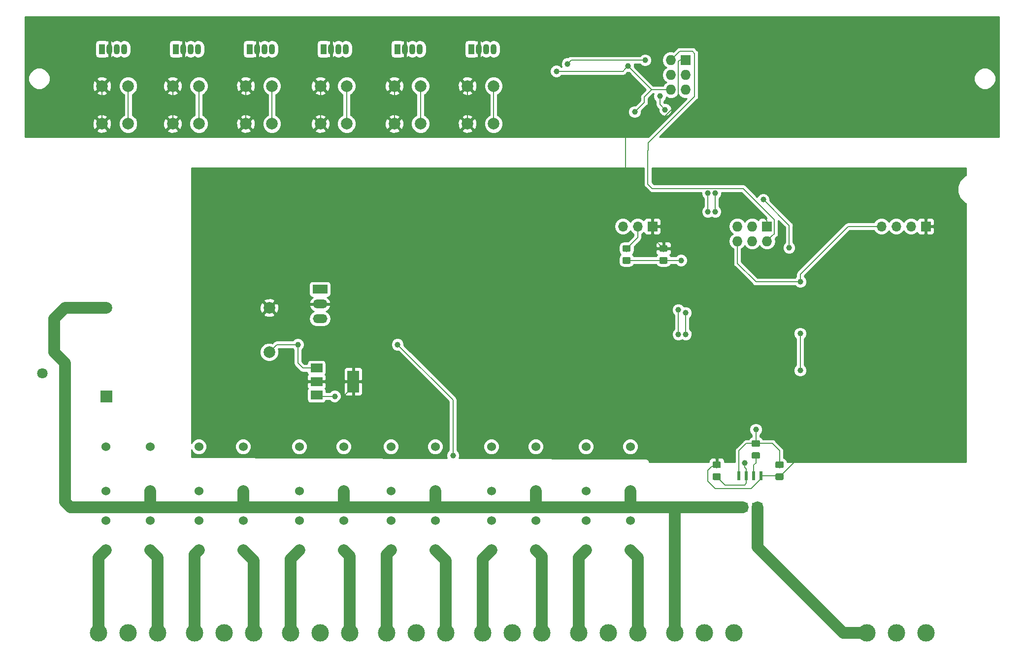
<source format=gbr>
G04 #@! TF.GenerationSoftware,KiCad,Pcbnew,(5.0.0)*
G04 #@! TF.CreationDate,2018-09-10T10:35:59+01:00*
G04 #@! TF.ProjectId,AquaHub,417175614875622E6B696361645F7063,rev?*
G04 #@! TF.SameCoordinates,Original*
G04 #@! TF.FileFunction,Copper,L1,Top,Signal*
G04 #@! TF.FilePolarity,Positive*
%FSLAX46Y46*%
G04 Gerber Fmt 4.6, Leading zero omitted, Abs format (unit mm)*
G04 Created by KiCad (PCBNEW (5.0.0)) date 09/10/18 10:35:59*
%MOMM*%
%LPD*%
G01*
G04 APERTURE LIST*
G04 #@! TA.AperFunction,ComponentPad*
%ADD10R,1.727200X1.727200*%
G04 #@! TD*
G04 #@! TA.AperFunction,ComponentPad*
%ADD11O,1.727200X1.727200*%
G04 #@! TD*
G04 #@! TA.AperFunction,Conductor*
%ADD12C,0.100000*%
G04 #@! TD*
G04 #@! TA.AperFunction,SMDPad,CuDef*
%ADD13C,1.150000*%
G04 #@! TD*
G04 #@! TA.AperFunction,ComponentPad*
%ADD14O,1.070000X1.800000*%
G04 #@! TD*
G04 #@! TA.AperFunction,ComponentPad*
%ADD15R,1.070000X1.800000*%
G04 #@! TD*
G04 #@! TA.AperFunction,ComponentPad*
%ADD16C,2.000000*%
G04 #@! TD*
G04 #@! TA.AperFunction,ComponentPad*
%ADD17R,2.000000X2.000000*%
G04 #@! TD*
G04 #@! TA.AperFunction,ComponentPad*
%ADD18O,1.700000X1.700000*%
G04 #@! TD*
G04 #@! TA.AperFunction,ComponentPad*
%ADD19R,1.700000X1.700000*%
G04 #@! TD*
G04 #@! TA.AperFunction,ComponentPad*
%ADD20C,1.524000*%
G04 #@! TD*
G04 #@! TA.AperFunction,SMDPad,CuDef*
%ADD21R,2.000000X1.500000*%
G04 #@! TD*
G04 #@! TA.AperFunction,SMDPad,CuDef*
%ADD22R,2.000000X3.800000*%
G04 #@! TD*
G04 #@! TA.AperFunction,SMDPad,CuDef*
%ADD23R,0.600000X1.550000*%
G04 #@! TD*
G04 #@! TA.AperFunction,ComponentPad*
%ADD24O,2.500000X1.500000*%
G04 #@! TD*
G04 #@! TA.AperFunction,ComponentPad*
%ADD25R,2.500000X1.500000*%
G04 #@! TD*
G04 #@! TA.AperFunction,ComponentPad*
%ADD26C,1.800000*%
G04 #@! TD*
G04 #@! TA.AperFunction,ComponentPad*
%ADD27C,3.000000*%
G04 #@! TD*
G04 #@! TA.AperFunction,ViaPad*
%ADD28C,1.000000*%
G04 #@! TD*
G04 #@! TA.AperFunction,Conductor*
%ADD29C,0.152400*%
G04 #@! TD*
G04 #@! TA.AperFunction,Conductor*
%ADD30C,2.000000*%
G04 #@! TD*
G04 #@! TA.AperFunction,Conductor*
%ADD31C,0.254000*%
G04 #@! TD*
G04 APERTURE END LIST*
D10*
G04 #@! TO.P,J12,1*
G04 #@! TO.N,GND*
X153035000Y-46355000D03*
D11*
G04 #@! TO.P,J12,2*
G04 #@! TO.N,/Panel_LED*
X150495000Y-46355000D03*
G04 #@! TO.P,J12,3*
G04 #@! TO.N,/Panel_INT*
X153035000Y-48895000D03*
G04 #@! TO.P,J12,4*
G04 #@! TO.N,/Panel_SDA*
X150495000Y-48895000D03*
G04 #@! TO.P,J12,5*
G04 #@! TO.N,/Panel_SCL*
X153035000Y-51435000D03*
G04 #@! TO.P,J12,6*
G04 #@! TO.N,+5V*
X150495000Y-51435000D03*
G04 #@! TD*
D12*
G04 #@! TO.N,/FLOW_SENSE*
G04 #@! TO.C,R3*
G36*
X149699505Y-80216204D02*
X149723773Y-80219804D01*
X149747572Y-80225765D01*
X149770671Y-80234030D01*
X149792850Y-80244520D01*
X149813893Y-80257132D01*
X149833599Y-80271747D01*
X149851777Y-80288223D01*
X149868253Y-80306401D01*
X149882868Y-80326107D01*
X149895480Y-80347150D01*
X149905970Y-80369329D01*
X149914235Y-80392428D01*
X149920196Y-80416227D01*
X149923796Y-80440495D01*
X149925000Y-80464999D01*
X149925000Y-81115001D01*
X149923796Y-81139505D01*
X149920196Y-81163773D01*
X149914235Y-81187572D01*
X149905970Y-81210671D01*
X149895480Y-81232850D01*
X149882868Y-81253893D01*
X149868253Y-81273599D01*
X149851777Y-81291777D01*
X149833599Y-81308253D01*
X149813893Y-81322868D01*
X149792850Y-81335480D01*
X149770671Y-81345970D01*
X149747572Y-81354235D01*
X149723773Y-81360196D01*
X149699505Y-81363796D01*
X149675001Y-81365000D01*
X148774999Y-81365000D01*
X148750495Y-81363796D01*
X148726227Y-81360196D01*
X148702428Y-81354235D01*
X148679329Y-81345970D01*
X148657150Y-81335480D01*
X148636107Y-81322868D01*
X148616401Y-81308253D01*
X148598223Y-81291777D01*
X148581747Y-81273599D01*
X148567132Y-81253893D01*
X148554520Y-81232850D01*
X148544030Y-81210671D01*
X148535765Y-81187572D01*
X148529804Y-81163773D01*
X148526204Y-81139505D01*
X148525000Y-81115001D01*
X148525000Y-80464999D01*
X148526204Y-80440495D01*
X148529804Y-80416227D01*
X148535765Y-80392428D01*
X148544030Y-80369329D01*
X148554520Y-80347150D01*
X148567132Y-80326107D01*
X148581747Y-80306401D01*
X148598223Y-80288223D01*
X148616401Y-80271747D01*
X148636107Y-80257132D01*
X148657150Y-80244520D01*
X148679329Y-80234030D01*
X148702428Y-80225765D01*
X148726227Y-80219804D01*
X148750495Y-80216204D01*
X148774999Y-80215000D01*
X149675001Y-80215000D01*
X149699505Y-80216204D01*
X149699505Y-80216204D01*
G37*
D13*
G04 #@! TD*
G04 #@! TO.P,R3,2*
G04 #@! TO.N,/FLOW_SENSE*
X149225000Y-80790000D03*
D12*
G04 #@! TO.N,GND*
G04 #@! TO.C,R3*
G36*
X149699505Y-78166204D02*
X149723773Y-78169804D01*
X149747572Y-78175765D01*
X149770671Y-78184030D01*
X149792850Y-78194520D01*
X149813893Y-78207132D01*
X149833599Y-78221747D01*
X149851777Y-78238223D01*
X149868253Y-78256401D01*
X149882868Y-78276107D01*
X149895480Y-78297150D01*
X149905970Y-78319329D01*
X149914235Y-78342428D01*
X149920196Y-78366227D01*
X149923796Y-78390495D01*
X149925000Y-78414999D01*
X149925000Y-79065001D01*
X149923796Y-79089505D01*
X149920196Y-79113773D01*
X149914235Y-79137572D01*
X149905970Y-79160671D01*
X149895480Y-79182850D01*
X149882868Y-79203893D01*
X149868253Y-79223599D01*
X149851777Y-79241777D01*
X149833599Y-79258253D01*
X149813893Y-79272868D01*
X149792850Y-79285480D01*
X149770671Y-79295970D01*
X149747572Y-79304235D01*
X149723773Y-79310196D01*
X149699505Y-79313796D01*
X149675001Y-79315000D01*
X148774999Y-79315000D01*
X148750495Y-79313796D01*
X148726227Y-79310196D01*
X148702428Y-79304235D01*
X148679329Y-79295970D01*
X148657150Y-79285480D01*
X148636107Y-79272868D01*
X148616401Y-79258253D01*
X148598223Y-79241777D01*
X148581747Y-79223599D01*
X148567132Y-79203893D01*
X148554520Y-79182850D01*
X148544030Y-79160671D01*
X148535765Y-79137572D01*
X148529804Y-79113773D01*
X148526204Y-79089505D01*
X148525000Y-79065001D01*
X148525000Y-78414999D01*
X148526204Y-78390495D01*
X148529804Y-78366227D01*
X148535765Y-78342428D01*
X148544030Y-78319329D01*
X148554520Y-78297150D01*
X148567132Y-78276107D01*
X148581747Y-78256401D01*
X148598223Y-78238223D01*
X148616401Y-78221747D01*
X148636107Y-78207132D01*
X148657150Y-78194520D01*
X148679329Y-78184030D01*
X148702428Y-78175765D01*
X148726227Y-78169804D01*
X148750495Y-78166204D01*
X148774999Y-78165000D01*
X149675001Y-78165000D01*
X149699505Y-78166204D01*
X149699505Y-78166204D01*
G37*
D13*
G04 #@! TD*
G04 #@! TO.P,R3,1*
G04 #@! TO.N,GND*
X149225000Y-78740000D03*
D11*
G04 #@! TO.P,J11,6*
G04 #@! TO.N,+5V*
X161925000Y-77470000D03*
G04 #@! TO.P,J11,5*
G04 #@! TO.N,/Panel_SCL*
X161925000Y-74930000D03*
G04 #@! TO.P,J11,4*
G04 #@! TO.N,/Panel_SDA*
X164465000Y-77470000D03*
G04 #@! TO.P,J11,3*
G04 #@! TO.N,/Panel_INT*
X164465000Y-74930000D03*
G04 #@! TO.P,J11,2*
G04 #@! TO.N,/Panel_LED*
X167005000Y-77470000D03*
D10*
G04 #@! TO.P,J11,1*
G04 #@! TO.N,GND*
X167005000Y-74930000D03*
G04 #@! TD*
D14*
G04 #@! TO.P,D1,4*
G04 #@! TO.N,/Panel_LED*
X120015000Y-44450000D03*
G04 #@! TO.P,D1,3*
G04 #@! TO.N,+5V*
X118745000Y-44450000D03*
G04 #@! TO.P,D1,2*
G04 #@! TO.N,GND*
X117475000Y-44450000D03*
D15*
G04 #@! TO.P,D1,1*
G04 #@! TO.N,Net-(D1-Pad1)*
X116205000Y-44450000D03*
G04 #@! TD*
D16*
G04 #@! TO.P,SW1,2*
G04 #@! TO.N,GND*
X115515000Y-50800000D03*
G04 #@! TO.P,SW1,1*
G04 #@! TO.N,Net-(SW1-Pad1)*
X120015000Y-50800000D03*
G04 #@! TO.P,SW1,2*
G04 #@! TO.N,GND*
X115515000Y-57300000D03*
G04 #@! TO.P,SW1,1*
G04 #@! TO.N,Net-(SW1-Pad1)*
X120015000Y-57300000D03*
G04 #@! TD*
G04 #@! TO.P,SW5,1*
G04 #@! TO.N,Net-(SW5-Pad1)*
X69365000Y-57300000D03*
G04 #@! TO.P,SW5,2*
G04 #@! TO.N,GND*
X64865000Y-57300000D03*
G04 #@! TO.P,SW5,1*
G04 #@! TO.N,Net-(SW5-Pad1)*
X69365000Y-50800000D03*
G04 #@! TO.P,SW5,2*
G04 #@! TO.N,GND*
X64865000Y-50800000D03*
G04 #@! TD*
G04 #@! TO.P,V1,3*
G04 #@! TO.N,GND*
X81453344Y-88927320D03*
G04 #@! TO.P,V1,4*
G04 #@! TO.N,+12V*
X81452344Y-96547320D03*
G04 #@! TO.P,V1,2*
G04 #@! TO.N,LIVE*
X53465000Y-88927320D03*
D17*
G04 #@! TO.P,V1,1*
G04 #@! TO.N,NEUTRAL*
X53465000Y-104140000D03*
G04 #@! TD*
D18*
G04 #@! TO.P,J9,3*
G04 #@! TO.N,+5V*
X142240000Y-74930000D03*
G04 #@! TO.P,J9,2*
G04 #@! TO.N,Net-(J9-Pad2)*
X144780000Y-74930000D03*
D19*
G04 #@! TO.P,J9,1*
G04 #@! TO.N,GND*
X147320000Y-74930000D03*
G04 #@! TD*
D20*
G04 #@! TO.P,K1,16*
G04 #@! TO.N,+12V*
X60960000Y-112776000D03*
G04 #@! TO.P,K1,13*
G04 #@! TO.N,LIVE*
X60960000Y-120396000D03*
G04 #@! TO.P,K1,11*
G04 #@! TO.N,N/C*
X60960000Y-125476000D03*
G04 #@! TO.P,K1,9*
G04 #@! TO.N,LIVE1*
X60960000Y-130556000D03*
G04 #@! TO.P,K1,8*
G04 #@! TO.N,NEUTRAL1*
X53340000Y-130556000D03*
G04 #@! TO.P,K1,6*
G04 #@! TO.N,N/C*
X53340000Y-125476000D03*
G04 #@! TO.P,K1,4*
G04 #@! TO.N,NEUTRAL*
X53340000Y-120396000D03*
G04 #@! TO.P,K1,1*
G04 #@! TO.N,RE1*
X53340000Y-112776000D03*
G04 #@! TD*
G04 #@! TO.P,K2,16*
G04 #@! TO.N,+12V*
X76962000Y-112776000D03*
G04 #@! TO.P,K2,13*
G04 #@! TO.N,LIVE*
X76962000Y-120396000D03*
G04 #@! TO.P,K2,11*
G04 #@! TO.N,N/C*
X76962000Y-125476000D03*
G04 #@! TO.P,K2,9*
G04 #@! TO.N,LIVE2*
X76962000Y-130556000D03*
G04 #@! TO.P,K2,8*
G04 #@! TO.N,NEUTRAL2*
X69342000Y-130556000D03*
G04 #@! TO.P,K2,6*
G04 #@! TO.N,N/C*
X69342000Y-125476000D03*
G04 #@! TO.P,K2,4*
G04 #@! TO.N,NEUTRAL*
X69342000Y-120396000D03*
G04 #@! TO.P,K2,1*
G04 #@! TO.N,RE2*
X69342000Y-112776000D03*
G04 #@! TD*
G04 #@! TO.P,K3,16*
G04 #@! TO.N,+12V*
X94234000Y-112776000D03*
G04 #@! TO.P,K3,13*
G04 #@! TO.N,LIVE*
X94234000Y-120396000D03*
G04 #@! TO.P,K3,11*
G04 #@! TO.N,N/C*
X94234000Y-125476000D03*
G04 #@! TO.P,K3,9*
G04 #@! TO.N,LIVE3*
X94234000Y-130556000D03*
G04 #@! TO.P,K3,8*
G04 #@! TO.N,NEUTRAL3*
X86614000Y-130556000D03*
G04 #@! TO.P,K3,6*
G04 #@! TO.N,N/C*
X86614000Y-125476000D03*
G04 #@! TO.P,K3,4*
G04 #@! TO.N,NEUTRAL*
X86614000Y-120396000D03*
G04 #@! TO.P,K3,1*
G04 #@! TO.N,RE3*
X86614000Y-112776000D03*
G04 #@! TD*
G04 #@! TO.P,K4,16*
G04 #@! TO.N,+12V*
X109982000Y-112776000D03*
G04 #@! TO.P,K4,13*
G04 #@! TO.N,LIVE*
X109982000Y-120396000D03*
G04 #@! TO.P,K4,11*
G04 #@! TO.N,N/C*
X109982000Y-125476000D03*
G04 #@! TO.P,K4,9*
G04 #@! TO.N,LIVE4*
X109982000Y-130556000D03*
G04 #@! TO.P,K4,8*
G04 #@! TO.N,NEUTRAL4*
X102362000Y-130556000D03*
G04 #@! TO.P,K4,6*
G04 #@! TO.N,N/C*
X102362000Y-125476000D03*
G04 #@! TO.P,K4,4*
G04 #@! TO.N,NEUTRAL*
X102362000Y-120396000D03*
G04 #@! TO.P,K4,1*
G04 #@! TO.N,RE4*
X102362000Y-112776000D03*
G04 #@! TD*
G04 #@! TO.P,K5,16*
G04 #@! TO.N,+12V*
X127254000Y-112776000D03*
G04 #@! TO.P,K5,13*
G04 #@! TO.N,LIVE*
X127254000Y-120396000D03*
G04 #@! TO.P,K5,11*
G04 #@! TO.N,N/C*
X127254000Y-125476000D03*
G04 #@! TO.P,K5,9*
G04 #@! TO.N,LIVE5*
X127254000Y-130556000D03*
G04 #@! TO.P,K5,8*
G04 #@! TO.N,NEUTRAL5*
X119634000Y-130556000D03*
G04 #@! TO.P,K5,6*
G04 #@! TO.N,N/C*
X119634000Y-125476000D03*
G04 #@! TO.P,K5,4*
G04 #@! TO.N,NEUTRAL*
X119634000Y-120396000D03*
G04 #@! TO.P,K5,1*
G04 #@! TO.N,RE5*
X119634000Y-112776000D03*
G04 #@! TD*
G04 #@! TO.P,K6,16*
G04 #@! TO.N,+12V*
X143510000Y-112776000D03*
G04 #@! TO.P,K6,13*
G04 #@! TO.N,LIVE*
X143510000Y-120396000D03*
G04 #@! TO.P,K6,11*
G04 #@! TO.N,N/C*
X143510000Y-125476000D03*
G04 #@! TO.P,K6,9*
G04 #@! TO.N,LIVE6*
X143510000Y-130556000D03*
G04 #@! TO.P,K6,8*
G04 #@! TO.N,NEUTRAL6*
X135890000Y-130556000D03*
G04 #@! TO.P,K6,6*
G04 #@! TO.N,N/C*
X135890000Y-125476000D03*
G04 #@! TO.P,K6,4*
G04 #@! TO.N,NEUTRAL*
X135890000Y-120396000D03*
G04 #@! TO.P,K6,1*
G04 #@! TO.N,RE6*
X135890000Y-112776000D03*
G04 #@! TD*
D21*
G04 #@! TO.P,U3,1*
G04 #@! TO.N,+12V*
X89585000Y-99300000D03*
G04 #@! TO.P,U3,3*
G04 #@! TO.N,+3V3*
X89585000Y-103900000D03*
G04 #@! TO.P,U3,2*
G04 #@! TO.N,GND*
X89585000Y-101600000D03*
D22*
X95885000Y-101600000D03*
G04 #@! TD*
D23*
G04 #@! TO.P,U2,8*
G04 #@! TO.N,+5V*
X162187979Y-117809195D03*
G04 #@! TO.P,U2,7*
G04 #@! TO.N,POWER_SENSE*
X163457979Y-117809195D03*
G04 #@! TO.P,U2,6*
G04 #@! TO.N,Net-(R1-Pad2)*
X164727979Y-117809195D03*
G04 #@! TO.P,U2,5*
G04 #@! TO.N,GND*
X165997979Y-117809195D03*
G04 #@! TO.P,U2,4*
G04 #@! TO.N,/LIVE_IN*
X165997979Y-123209195D03*
G04 #@! TO.P,U2,3*
X164727979Y-123209195D03*
G04 #@! TO.P,U2,2*
G04 #@! TO.N,LIVE*
X163457979Y-123209195D03*
G04 #@! TO.P,U2,1*
X162187979Y-123209195D03*
G04 #@! TD*
D24*
G04 #@! TO.P,U5,3*
G04 #@! TO.N,+5V*
X90170000Y-90805000D03*
G04 #@! TO.P,U5,2*
G04 #@! TO.N,GND*
X90170000Y-88265000D03*
D25*
G04 #@! TO.P,U5,1*
G04 #@! TO.N,+12V*
X90170000Y-85725000D03*
G04 #@! TD*
D18*
G04 #@! TO.P,J10,4*
G04 #@! TO.N,+5V*
X186690000Y-74930000D03*
G04 #@! TO.P,J10,3*
G04 #@! TO.N,RX*
X189230000Y-74930000D03*
G04 #@! TO.P,J10,2*
G04 #@! TO.N,TX*
X191770000Y-74930000D03*
D19*
G04 #@! TO.P,J10,1*
G04 #@! TO.N,GND*
X194310000Y-74930000D03*
G04 #@! TD*
D12*
G04 #@! TO.N,GND*
G04 #@! TO.C,C1*
G36*
X169647484Y-117390399D02*
X169671752Y-117393999D01*
X169695551Y-117399960D01*
X169718650Y-117408225D01*
X169740829Y-117418715D01*
X169761872Y-117431327D01*
X169781578Y-117445942D01*
X169799756Y-117462418D01*
X169816232Y-117480596D01*
X169830847Y-117500302D01*
X169843459Y-117521345D01*
X169853949Y-117543524D01*
X169862214Y-117566623D01*
X169868175Y-117590422D01*
X169871775Y-117614690D01*
X169872979Y-117639194D01*
X169872979Y-118289196D01*
X169871775Y-118313700D01*
X169868175Y-118337968D01*
X169862214Y-118361767D01*
X169853949Y-118384866D01*
X169843459Y-118407045D01*
X169830847Y-118428088D01*
X169816232Y-118447794D01*
X169799756Y-118465972D01*
X169781578Y-118482448D01*
X169761872Y-118497063D01*
X169740829Y-118509675D01*
X169718650Y-118520165D01*
X169695551Y-118528430D01*
X169671752Y-118534391D01*
X169647484Y-118537991D01*
X169622980Y-118539195D01*
X168722978Y-118539195D01*
X168698474Y-118537991D01*
X168674206Y-118534391D01*
X168650407Y-118528430D01*
X168627308Y-118520165D01*
X168605129Y-118509675D01*
X168584086Y-118497063D01*
X168564380Y-118482448D01*
X168546202Y-118465972D01*
X168529726Y-118447794D01*
X168515111Y-118428088D01*
X168502499Y-118407045D01*
X168492009Y-118384866D01*
X168483744Y-118361767D01*
X168477783Y-118337968D01*
X168474183Y-118313700D01*
X168472979Y-118289196D01*
X168472979Y-117639194D01*
X168474183Y-117614690D01*
X168477783Y-117590422D01*
X168483744Y-117566623D01*
X168492009Y-117543524D01*
X168502499Y-117521345D01*
X168515111Y-117500302D01*
X168529726Y-117480596D01*
X168546202Y-117462418D01*
X168564380Y-117445942D01*
X168584086Y-117431327D01*
X168605129Y-117418715D01*
X168627308Y-117408225D01*
X168650407Y-117399960D01*
X168674206Y-117393999D01*
X168698474Y-117390399D01*
X168722978Y-117389195D01*
X169622980Y-117389195D01*
X169647484Y-117390399D01*
X169647484Y-117390399D01*
G37*
D13*
G04 #@! TD*
G04 #@! TO.P,C1,2*
G04 #@! TO.N,GND*
X169172979Y-117964195D03*
D12*
G04 #@! TO.N,+5V*
G04 #@! TO.C,C1*
G36*
X169647484Y-115340399D02*
X169671752Y-115343999D01*
X169695551Y-115349960D01*
X169718650Y-115358225D01*
X169740829Y-115368715D01*
X169761872Y-115381327D01*
X169781578Y-115395942D01*
X169799756Y-115412418D01*
X169816232Y-115430596D01*
X169830847Y-115450302D01*
X169843459Y-115471345D01*
X169853949Y-115493524D01*
X169862214Y-115516623D01*
X169868175Y-115540422D01*
X169871775Y-115564690D01*
X169872979Y-115589194D01*
X169872979Y-116239196D01*
X169871775Y-116263700D01*
X169868175Y-116287968D01*
X169862214Y-116311767D01*
X169853949Y-116334866D01*
X169843459Y-116357045D01*
X169830847Y-116378088D01*
X169816232Y-116397794D01*
X169799756Y-116415972D01*
X169781578Y-116432448D01*
X169761872Y-116447063D01*
X169740829Y-116459675D01*
X169718650Y-116470165D01*
X169695551Y-116478430D01*
X169671752Y-116484391D01*
X169647484Y-116487991D01*
X169622980Y-116489195D01*
X168722978Y-116489195D01*
X168698474Y-116487991D01*
X168674206Y-116484391D01*
X168650407Y-116478430D01*
X168627308Y-116470165D01*
X168605129Y-116459675D01*
X168584086Y-116447063D01*
X168564380Y-116432448D01*
X168546202Y-116415972D01*
X168529726Y-116397794D01*
X168515111Y-116378088D01*
X168502499Y-116357045D01*
X168492009Y-116334866D01*
X168483744Y-116311767D01*
X168477783Y-116287968D01*
X168474183Y-116263700D01*
X168472979Y-116239196D01*
X168472979Y-115589194D01*
X168474183Y-115564690D01*
X168477783Y-115540422D01*
X168483744Y-115516623D01*
X168492009Y-115493524D01*
X168502499Y-115471345D01*
X168515111Y-115450302D01*
X168529726Y-115430596D01*
X168546202Y-115412418D01*
X168564380Y-115395942D01*
X168584086Y-115381327D01*
X168605129Y-115368715D01*
X168627308Y-115358225D01*
X168650407Y-115349960D01*
X168674206Y-115343999D01*
X168698474Y-115340399D01*
X168722978Y-115339195D01*
X169622980Y-115339195D01*
X169647484Y-115340399D01*
X169647484Y-115340399D01*
G37*
D13*
G04 #@! TD*
G04 #@! TO.P,C1,1*
G04 #@! TO.N,+5V*
X169172979Y-115914195D03*
D12*
G04 #@! TO.N,GND*
G04 #@! TO.C,C2*
G36*
X158852484Y-115340399D02*
X158876752Y-115343999D01*
X158900551Y-115349960D01*
X158923650Y-115358225D01*
X158945829Y-115368715D01*
X158966872Y-115381327D01*
X158986578Y-115395942D01*
X159004756Y-115412418D01*
X159021232Y-115430596D01*
X159035847Y-115450302D01*
X159048459Y-115471345D01*
X159058949Y-115493524D01*
X159067214Y-115516623D01*
X159073175Y-115540422D01*
X159076775Y-115564690D01*
X159077979Y-115589194D01*
X159077979Y-116239196D01*
X159076775Y-116263700D01*
X159073175Y-116287968D01*
X159067214Y-116311767D01*
X159058949Y-116334866D01*
X159048459Y-116357045D01*
X159035847Y-116378088D01*
X159021232Y-116397794D01*
X159004756Y-116415972D01*
X158986578Y-116432448D01*
X158966872Y-116447063D01*
X158945829Y-116459675D01*
X158923650Y-116470165D01*
X158900551Y-116478430D01*
X158876752Y-116484391D01*
X158852484Y-116487991D01*
X158827980Y-116489195D01*
X157927978Y-116489195D01*
X157903474Y-116487991D01*
X157879206Y-116484391D01*
X157855407Y-116478430D01*
X157832308Y-116470165D01*
X157810129Y-116459675D01*
X157789086Y-116447063D01*
X157769380Y-116432448D01*
X157751202Y-116415972D01*
X157734726Y-116397794D01*
X157720111Y-116378088D01*
X157707499Y-116357045D01*
X157697009Y-116334866D01*
X157688744Y-116311767D01*
X157682783Y-116287968D01*
X157679183Y-116263700D01*
X157677979Y-116239196D01*
X157677979Y-115589194D01*
X157679183Y-115564690D01*
X157682783Y-115540422D01*
X157688744Y-115516623D01*
X157697009Y-115493524D01*
X157707499Y-115471345D01*
X157720111Y-115450302D01*
X157734726Y-115430596D01*
X157751202Y-115412418D01*
X157769380Y-115395942D01*
X157789086Y-115381327D01*
X157810129Y-115368715D01*
X157832308Y-115358225D01*
X157855407Y-115349960D01*
X157879206Y-115343999D01*
X157903474Y-115340399D01*
X157927978Y-115339195D01*
X158827980Y-115339195D01*
X158852484Y-115340399D01*
X158852484Y-115340399D01*
G37*
D13*
G04 #@! TD*
G04 #@! TO.P,C2,2*
G04 #@! TO.N,GND*
X158377979Y-115914195D03*
D12*
G04 #@! TO.N,POWER_SENSE*
G04 #@! TO.C,C2*
G36*
X158852484Y-117390399D02*
X158876752Y-117393999D01*
X158900551Y-117399960D01*
X158923650Y-117408225D01*
X158945829Y-117418715D01*
X158966872Y-117431327D01*
X158986578Y-117445942D01*
X159004756Y-117462418D01*
X159021232Y-117480596D01*
X159035847Y-117500302D01*
X159048459Y-117521345D01*
X159058949Y-117543524D01*
X159067214Y-117566623D01*
X159073175Y-117590422D01*
X159076775Y-117614690D01*
X159077979Y-117639194D01*
X159077979Y-118289196D01*
X159076775Y-118313700D01*
X159073175Y-118337968D01*
X159067214Y-118361767D01*
X159058949Y-118384866D01*
X159048459Y-118407045D01*
X159035847Y-118428088D01*
X159021232Y-118447794D01*
X159004756Y-118465972D01*
X158986578Y-118482448D01*
X158966872Y-118497063D01*
X158945829Y-118509675D01*
X158923650Y-118520165D01*
X158900551Y-118528430D01*
X158876752Y-118534391D01*
X158852484Y-118537991D01*
X158827980Y-118539195D01*
X157927978Y-118539195D01*
X157903474Y-118537991D01*
X157879206Y-118534391D01*
X157855407Y-118528430D01*
X157832308Y-118520165D01*
X157810129Y-118509675D01*
X157789086Y-118497063D01*
X157769380Y-118482448D01*
X157751202Y-118465972D01*
X157734726Y-118447794D01*
X157720111Y-118428088D01*
X157707499Y-118407045D01*
X157697009Y-118384866D01*
X157688744Y-118361767D01*
X157682783Y-118337968D01*
X157679183Y-118313700D01*
X157677979Y-118289196D01*
X157677979Y-117639194D01*
X157679183Y-117614690D01*
X157682783Y-117590422D01*
X157688744Y-117566623D01*
X157697009Y-117543524D01*
X157707499Y-117521345D01*
X157720111Y-117500302D01*
X157734726Y-117480596D01*
X157751202Y-117462418D01*
X157769380Y-117445942D01*
X157789086Y-117431327D01*
X157810129Y-117418715D01*
X157832308Y-117408225D01*
X157855407Y-117399960D01*
X157879206Y-117393999D01*
X157903474Y-117390399D01*
X157927978Y-117389195D01*
X158827980Y-117389195D01*
X158852484Y-117390399D01*
X158852484Y-117390399D01*
G37*
D13*
G04 #@! TD*
G04 #@! TO.P,C2,1*
G04 #@! TO.N,POWER_SENSE*
X158377979Y-117964195D03*
D12*
G04 #@! TO.N,Net-(R1-Pad2)*
G04 #@! TO.C,R1*
G36*
X165574505Y-113735399D02*
X165598773Y-113738999D01*
X165622572Y-113744960D01*
X165645671Y-113753225D01*
X165667850Y-113763715D01*
X165688893Y-113776327D01*
X165708599Y-113790942D01*
X165726777Y-113807418D01*
X165743253Y-113825596D01*
X165757868Y-113845302D01*
X165770480Y-113866345D01*
X165780970Y-113888524D01*
X165789235Y-113911623D01*
X165795196Y-113935422D01*
X165798796Y-113959690D01*
X165800000Y-113984194D01*
X165800000Y-114634196D01*
X165798796Y-114658700D01*
X165795196Y-114682968D01*
X165789235Y-114706767D01*
X165780970Y-114729866D01*
X165770480Y-114752045D01*
X165757868Y-114773088D01*
X165743253Y-114792794D01*
X165726777Y-114810972D01*
X165708599Y-114827448D01*
X165688893Y-114842063D01*
X165667850Y-114854675D01*
X165645671Y-114865165D01*
X165622572Y-114873430D01*
X165598773Y-114879391D01*
X165574505Y-114882991D01*
X165550001Y-114884195D01*
X164649999Y-114884195D01*
X164625495Y-114882991D01*
X164601227Y-114879391D01*
X164577428Y-114873430D01*
X164554329Y-114865165D01*
X164532150Y-114854675D01*
X164511107Y-114842063D01*
X164491401Y-114827448D01*
X164473223Y-114810972D01*
X164456747Y-114792794D01*
X164442132Y-114773088D01*
X164429520Y-114752045D01*
X164419030Y-114729866D01*
X164410765Y-114706767D01*
X164404804Y-114682968D01*
X164401204Y-114658700D01*
X164400000Y-114634196D01*
X164400000Y-113984194D01*
X164401204Y-113959690D01*
X164404804Y-113935422D01*
X164410765Y-113911623D01*
X164419030Y-113888524D01*
X164429520Y-113866345D01*
X164442132Y-113845302D01*
X164456747Y-113825596D01*
X164473223Y-113807418D01*
X164491401Y-113790942D01*
X164511107Y-113776327D01*
X164532150Y-113763715D01*
X164554329Y-113753225D01*
X164577428Y-113744960D01*
X164601227Y-113738999D01*
X164625495Y-113735399D01*
X164649999Y-113734195D01*
X165550001Y-113734195D01*
X165574505Y-113735399D01*
X165574505Y-113735399D01*
G37*
D13*
G04 #@! TD*
G04 #@! TO.P,R1,2*
G04 #@! TO.N,Net-(R1-Pad2)*
X165100000Y-114309195D03*
D12*
G04 #@! TO.N,+5V*
G04 #@! TO.C,R1*
G36*
X165574505Y-111685399D02*
X165598773Y-111688999D01*
X165622572Y-111694960D01*
X165645671Y-111703225D01*
X165667850Y-111713715D01*
X165688893Y-111726327D01*
X165708599Y-111740942D01*
X165726777Y-111757418D01*
X165743253Y-111775596D01*
X165757868Y-111795302D01*
X165770480Y-111816345D01*
X165780970Y-111838524D01*
X165789235Y-111861623D01*
X165795196Y-111885422D01*
X165798796Y-111909690D01*
X165800000Y-111934194D01*
X165800000Y-112584196D01*
X165798796Y-112608700D01*
X165795196Y-112632968D01*
X165789235Y-112656767D01*
X165780970Y-112679866D01*
X165770480Y-112702045D01*
X165757868Y-112723088D01*
X165743253Y-112742794D01*
X165726777Y-112760972D01*
X165708599Y-112777448D01*
X165688893Y-112792063D01*
X165667850Y-112804675D01*
X165645671Y-112815165D01*
X165622572Y-112823430D01*
X165598773Y-112829391D01*
X165574505Y-112832991D01*
X165550001Y-112834195D01*
X164649999Y-112834195D01*
X164625495Y-112832991D01*
X164601227Y-112829391D01*
X164577428Y-112823430D01*
X164554329Y-112815165D01*
X164532150Y-112804675D01*
X164511107Y-112792063D01*
X164491401Y-112777448D01*
X164473223Y-112760972D01*
X164456747Y-112742794D01*
X164442132Y-112723088D01*
X164429520Y-112702045D01*
X164419030Y-112679866D01*
X164410765Y-112656767D01*
X164404804Y-112632968D01*
X164401204Y-112608700D01*
X164400000Y-112584196D01*
X164400000Y-111934194D01*
X164401204Y-111909690D01*
X164404804Y-111885422D01*
X164410765Y-111861623D01*
X164419030Y-111838524D01*
X164429520Y-111816345D01*
X164442132Y-111795302D01*
X164456747Y-111775596D01*
X164473223Y-111757418D01*
X164491401Y-111740942D01*
X164511107Y-111726327D01*
X164532150Y-111713715D01*
X164554329Y-111703225D01*
X164577428Y-111694960D01*
X164601227Y-111688999D01*
X164625495Y-111685399D01*
X164649999Y-111684195D01*
X165550001Y-111684195D01*
X165574505Y-111685399D01*
X165574505Y-111685399D01*
G37*
D13*
G04 #@! TD*
G04 #@! TO.P,R1,1*
G04 #@! TO.N,+5V*
X165100000Y-112259195D03*
D12*
G04 #@! TO.N,Net-(J9-Pad2)*
G04 #@! TO.C,R2*
G36*
X143349505Y-78166204D02*
X143373773Y-78169804D01*
X143397572Y-78175765D01*
X143420671Y-78184030D01*
X143442850Y-78194520D01*
X143463893Y-78207132D01*
X143483599Y-78221747D01*
X143501777Y-78238223D01*
X143518253Y-78256401D01*
X143532868Y-78276107D01*
X143545480Y-78297150D01*
X143555970Y-78319329D01*
X143564235Y-78342428D01*
X143570196Y-78366227D01*
X143573796Y-78390495D01*
X143575000Y-78414999D01*
X143575000Y-79065001D01*
X143573796Y-79089505D01*
X143570196Y-79113773D01*
X143564235Y-79137572D01*
X143555970Y-79160671D01*
X143545480Y-79182850D01*
X143532868Y-79203893D01*
X143518253Y-79223599D01*
X143501777Y-79241777D01*
X143483599Y-79258253D01*
X143463893Y-79272868D01*
X143442850Y-79285480D01*
X143420671Y-79295970D01*
X143397572Y-79304235D01*
X143373773Y-79310196D01*
X143349505Y-79313796D01*
X143325001Y-79315000D01*
X142424999Y-79315000D01*
X142400495Y-79313796D01*
X142376227Y-79310196D01*
X142352428Y-79304235D01*
X142329329Y-79295970D01*
X142307150Y-79285480D01*
X142286107Y-79272868D01*
X142266401Y-79258253D01*
X142248223Y-79241777D01*
X142231747Y-79223599D01*
X142217132Y-79203893D01*
X142204520Y-79182850D01*
X142194030Y-79160671D01*
X142185765Y-79137572D01*
X142179804Y-79113773D01*
X142176204Y-79089505D01*
X142175000Y-79065001D01*
X142175000Y-78414999D01*
X142176204Y-78390495D01*
X142179804Y-78366227D01*
X142185765Y-78342428D01*
X142194030Y-78319329D01*
X142204520Y-78297150D01*
X142217132Y-78276107D01*
X142231747Y-78256401D01*
X142248223Y-78238223D01*
X142266401Y-78221747D01*
X142286107Y-78207132D01*
X142307150Y-78194520D01*
X142329329Y-78184030D01*
X142352428Y-78175765D01*
X142376227Y-78169804D01*
X142400495Y-78166204D01*
X142424999Y-78165000D01*
X143325001Y-78165000D01*
X143349505Y-78166204D01*
X143349505Y-78166204D01*
G37*
D13*
G04 #@! TD*
G04 #@! TO.P,R2,2*
G04 #@! TO.N,Net-(J9-Pad2)*
X142875000Y-78740000D03*
D12*
G04 #@! TO.N,/FLOW_SENSE*
G04 #@! TO.C,R2*
G36*
X143349505Y-80216204D02*
X143373773Y-80219804D01*
X143397572Y-80225765D01*
X143420671Y-80234030D01*
X143442850Y-80244520D01*
X143463893Y-80257132D01*
X143483599Y-80271747D01*
X143501777Y-80288223D01*
X143518253Y-80306401D01*
X143532868Y-80326107D01*
X143545480Y-80347150D01*
X143555970Y-80369329D01*
X143564235Y-80392428D01*
X143570196Y-80416227D01*
X143573796Y-80440495D01*
X143575000Y-80464999D01*
X143575000Y-81115001D01*
X143573796Y-81139505D01*
X143570196Y-81163773D01*
X143564235Y-81187572D01*
X143555970Y-81210671D01*
X143545480Y-81232850D01*
X143532868Y-81253893D01*
X143518253Y-81273599D01*
X143501777Y-81291777D01*
X143483599Y-81308253D01*
X143463893Y-81322868D01*
X143442850Y-81335480D01*
X143420671Y-81345970D01*
X143397572Y-81354235D01*
X143373773Y-81360196D01*
X143349505Y-81363796D01*
X143325001Y-81365000D01*
X142424999Y-81365000D01*
X142400495Y-81363796D01*
X142376227Y-81360196D01*
X142352428Y-81354235D01*
X142329329Y-81345970D01*
X142307150Y-81335480D01*
X142286107Y-81322868D01*
X142266401Y-81308253D01*
X142248223Y-81291777D01*
X142231747Y-81273599D01*
X142217132Y-81253893D01*
X142204520Y-81232850D01*
X142194030Y-81210671D01*
X142185765Y-81187572D01*
X142179804Y-81163773D01*
X142176204Y-81139505D01*
X142175000Y-81115001D01*
X142175000Y-80464999D01*
X142176204Y-80440495D01*
X142179804Y-80416227D01*
X142185765Y-80392428D01*
X142194030Y-80369329D01*
X142204520Y-80347150D01*
X142217132Y-80326107D01*
X142231747Y-80306401D01*
X142248223Y-80288223D01*
X142266401Y-80271747D01*
X142286107Y-80257132D01*
X142307150Y-80244520D01*
X142329329Y-80234030D01*
X142352428Y-80225765D01*
X142376227Y-80219804D01*
X142400495Y-80216204D01*
X142424999Y-80215000D01*
X143325001Y-80215000D01*
X143349505Y-80216204D01*
X143349505Y-80216204D01*
G37*
D13*
G04 #@! TD*
G04 #@! TO.P,R2,1*
G04 #@! TO.N,/FLOW_SENSE*
X142875000Y-80790000D03*
D26*
G04 #@! TO.P,RV1,2*
G04 #@! TO.N,NEUTRAL*
X42450000Y-100210000D03*
G04 #@! TO.P,RV1,1*
G04 #@! TO.N,LIVE*
X44450000Y-92710000D03*
G04 #@! TD*
D14*
G04 #@! TO.P,D2,4*
G04 #@! TO.N,Net-(D1-Pad1)*
X107315000Y-44450000D03*
G04 #@! TO.P,D2,3*
G04 #@! TO.N,+5V*
X106045000Y-44450000D03*
G04 #@! TO.P,D2,2*
G04 #@! TO.N,GND*
X104775000Y-44450000D03*
D15*
G04 #@! TO.P,D2,1*
G04 #@! TO.N,Net-(D2-Pad1)*
X103505000Y-44450000D03*
G04 #@! TD*
D14*
G04 #@! TO.P,D3,4*
G04 #@! TO.N,Net-(D2-Pad1)*
X94615000Y-44450000D03*
G04 #@! TO.P,D3,3*
G04 #@! TO.N,+5V*
X93345000Y-44450000D03*
G04 #@! TO.P,D3,2*
G04 #@! TO.N,GND*
X92075000Y-44450000D03*
D15*
G04 #@! TO.P,D3,1*
G04 #@! TO.N,Net-(D3-Pad1)*
X90805000Y-44450000D03*
G04 #@! TD*
D14*
G04 #@! TO.P,D4,4*
G04 #@! TO.N,Net-(D3-Pad1)*
X81915000Y-44450000D03*
G04 #@! TO.P,D4,3*
G04 #@! TO.N,+5V*
X80645000Y-44450000D03*
G04 #@! TO.P,D4,2*
G04 #@! TO.N,GND*
X79375000Y-44450000D03*
D15*
G04 #@! TO.P,D4,1*
G04 #@! TO.N,Net-(D4-Pad1)*
X78105000Y-44450000D03*
G04 #@! TD*
D14*
G04 #@! TO.P,D5,4*
G04 #@! TO.N,Net-(D4-Pad1)*
X69215000Y-44450000D03*
G04 #@! TO.P,D5,3*
G04 #@! TO.N,+5V*
X67945000Y-44450000D03*
G04 #@! TO.P,D5,2*
G04 #@! TO.N,GND*
X66675000Y-44450000D03*
D15*
G04 #@! TO.P,D5,1*
G04 #@! TO.N,Net-(D5-Pad1)*
X65405000Y-44450000D03*
G04 #@! TD*
D14*
G04 #@! TO.P,D6,4*
G04 #@! TO.N,Net-(D5-Pad1)*
X56515000Y-44450000D03*
G04 #@! TO.P,D6,3*
G04 #@! TO.N,+5V*
X55245000Y-44450000D03*
G04 #@! TO.P,D6,2*
G04 #@! TO.N,GND*
X53975000Y-44450000D03*
D15*
G04 #@! TO.P,D6,1*
G04 #@! TO.N,N/C*
X52705000Y-44450000D03*
G04 #@! TD*
D16*
G04 #@! TO.P,SW2,2*
G04 #@! TO.N,GND*
X102965000Y-50800000D03*
G04 #@! TO.P,SW2,1*
G04 #@! TO.N,Net-(SW2-Pad1)*
X107465000Y-50800000D03*
G04 #@! TO.P,SW2,2*
G04 #@! TO.N,GND*
X102965000Y-57300000D03*
G04 #@! TO.P,SW2,1*
G04 #@! TO.N,Net-(SW2-Pad1)*
X107465000Y-57300000D03*
G04 #@! TD*
G04 #@! TO.P,SW3,1*
G04 #@! TO.N,Net-(SW3-Pad1)*
X94765000Y-57300000D03*
G04 #@! TO.P,SW3,2*
G04 #@! TO.N,GND*
X90265000Y-57300000D03*
G04 #@! TO.P,SW3,1*
G04 #@! TO.N,Net-(SW3-Pad1)*
X94765000Y-50800000D03*
G04 #@! TO.P,SW3,2*
G04 #@! TO.N,GND*
X90265000Y-50800000D03*
G04 #@! TD*
G04 #@! TO.P,SW4,2*
G04 #@! TO.N,GND*
X77415000Y-50800000D03*
G04 #@! TO.P,SW4,1*
G04 #@! TO.N,Net-(SW4-Pad1)*
X81915000Y-50800000D03*
G04 #@! TO.P,SW4,2*
G04 #@! TO.N,GND*
X77415000Y-57300000D03*
G04 #@! TO.P,SW4,1*
G04 #@! TO.N,Net-(SW4-Pad1)*
X81915000Y-57300000D03*
G04 #@! TD*
G04 #@! TO.P,SW6,1*
G04 #@! TO.N,Net-(SW6-Pad1)*
X57205000Y-57300000D03*
G04 #@! TO.P,SW6,2*
G04 #@! TO.N,GND*
X52705000Y-57300000D03*
G04 #@! TO.P,SW6,1*
G04 #@! TO.N,Net-(SW6-Pad1)*
X57205000Y-50800000D03*
G04 #@! TO.P,SW6,2*
G04 #@! TO.N,GND*
X52705000Y-50800000D03*
G04 #@! TD*
D27*
G04 #@! TO.P,J1,1*
G04 #@! TO.N,NEUTRAL1*
X52070000Y-144780000D03*
G04 #@! TO.P,J1,2*
G04 #@! TO.N,EARTH*
X57150000Y-144780000D03*
G04 #@! TO.P,J1,3*
G04 #@! TO.N,LIVE1*
X62230000Y-144780000D03*
G04 #@! TD*
G04 #@! TO.P,J2,1*
G04 #@! TO.N,NEUTRAL2*
X68580000Y-144780000D03*
G04 #@! TO.P,J2,2*
G04 #@! TO.N,EARTH*
X73660000Y-144780000D03*
G04 #@! TO.P,J2,3*
G04 #@! TO.N,LIVE2*
X78740000Y-144780000D03*
G04 #@! TD*
G04 #@! TO.P,J3,3*
G04 #@! TO.N,LIVE3*
X95250000Y-144780000D03*
G04 #@! TO.P,J3,2*
G04 #@! TO.N,EARTH*
X90170000Y-144780000D03*
G04 #@! TO.P,J3,1*
G04 #@! TO.N,NEUTRAL3*
X85090000Y-144780000D03*
G04 #@! TD*
G04 #@! TO.P,J4,1*
G04 #@! TO.N,NEUTRAL4*
X101600000Y-144780000D03*
G04 #@! TO.P,J4,2*
G04 #@! TO.N,EARTH*
X106680000Y-144780000D03*
G04 #@! TO.P,J4,3*
G04 #@! TO.N,LIVE4*
X111760000Y-144780000D03*
G04 #@! TD*
G04 #@! TO.P,J5,1*
G04 #@! TO.N,NEUTRAL5*
X118110000Y-144780000D03*
G04 #@! TO.P,J5,2*
G04 #@! TO.N,EARTH*
X123190000Y-144780000D03*
G04 #@! TO.P,J5,3*
G04 #@! TO.N,LIVE5*
X128270000Y-144780000D03*
G04 #@! TD*
G04 #@! TO.P,J6,3*
G04 #@! TO.N,LIVE6*
X144780000Y-144780000D03*
G04 #@! TO.P,J6,2*
G04 #@! TO.N,EARTH*
X139700000Y-144780000D03*
G04 #@! TO.P,J6,1*
G04 #@! TO.N,NEUTRAL6*
X134620000Y-144780000D03*
G04 #@! TD*
G04 #@! TO.P,J7,3*
G04 #@! TO.N,NEUTRAL*
X161290000Y-144780000D03*
G04 #@! TO.P,J7,2*
G04 #@! TO.N,EARTH*
X156210000Y-144780000D03*
G04 #@! TO.P,J7,1*
G04 #@! TO.N,LIVE*
X151130000Y-144780000D03*
G04 #@! TD*
G04 #@! TO.P,J8,3*
G04 #@! TO.N,NEUTRAL*
X194310000Y-144780000D03*
G04 #@! TO.P,J8,2*
G04 #@! TO.N,EARTH*
X189230000Y-144780000D03*
G04 #@! TO.P,J8,1*
G04 #@! TO.N,/LIVE_IN*
X184150000Y-144780000D03*
G04 #@! TD*
D28*
G04 #@! TO.N,GND*
X142875000Y-56515000D03*
X200660000Y-102870000D03*
X182880000Y-107315010D03*
X161290000Y-97790000D03*
G04 #@! TO.N,+5V*
X130810000Y-48260000D03*
X172720000Y-93345000D03*
X172720000Y-99695000D03*
X165100000Y-109855000D03*
X172720000Y-84455000D03*
X144272000Y-55244998D03*
X143129000Y-47371000D03*
G04 #@! TO.N,POWER_SENSE*
X163195000Y-115570000D03*
G04 #@! TO.N,+3V3*
X92710000Y-104140000D03*
X153034996Y-93472000D03*
X153035000Y-89789006D03*
G04 #@! TO.N,+12V*
X113030000Y-114300000D03*
X86360000Y-95250000D03*
X103505000Y-95250000D03*
X151765000Y-93472000D03*
X151765000Y-89281001D03*
G04 #@! TO.N,/Panel_LED*
X132715000Y-46990004D03*
X146050000Y-46355000D03*
G04 #@! TO.N,/Panel_INT*
X156845000Y-72390016D03*
X156845000Y-69215000D03*
G04 #@! TO.N,/Panel_SCL*
X158115000Y-72389986D03*
X158115000Y-69215000D03*
G04 #@! TO.N,/Panel_SDA*
X148590000Y-52563800D03*
X170815000Y-78598800D03*
X166370000Y-70343800D03*
X149506444Y-54891444D03*
G04 #@! TO.N,/FLOW_SENSE*
X152255000Y-80790000D03*
G04 #@! TD*
D29*
G04 #@! TO.N,GND*
X166002979Y-117814195D02*
X165997979Y-117809195D01*
X169172979Y-117814195D02*
X166002979Y-117814195D01*
X79375000Y-43180000D02*
X79375000Y-44450000D01*
X116840000Y-42545000D02*
X105410000Y-42545000D01*
X54610000Y-42545000D02*
X53975000Y-43180000D01*
X104775000Y-43180000D02*
X104775000Y-44450000D01*
X79375000Y-43180000D02*
X78740000Y-42545000D01*
X67310000Y-42545000D02*
X66675000Y-43180000D01*
X80010000Y-42545000D02*
X79375000Y-43180000D01*
X66675000Y-43180000D02*
X66040000Y-42545000D01*
X105410000Y-42545000D02*
X104775000Y-43180000D01*
X53975000Y-43180000D02*
X53975000Y-44450000D01*
X92075000Y-43180000D02*
X91440000Y-42545000D01*
X91440000Y-42545000D02*
X80010000Y-42545000D01*
X92075000Y-43180000D02*
X92075000Y-44450000D01*
X117475000Y-43180000D02*
X116840000Y-42545000D01*
X66040000Y-42545000D02*
X54610000Y-42545000D01*
X104775000Y-43180000D02*
X104140000Y-42545000D01*
X66675000Y-43180000D02*
X66675000Y-44450000D01*
X78740000Y-42545000D02*
X67310000Y-42545000D01*
X92710000Y-42545000D02*
X92075000Y-43180000D01*
X117475000Y-44450000D02*
X117475000Y-43180000D01*
X104140000Y-42545000D02*
X92710000Y-42545000D01*
X77415000Y-57300000D02*
X77415000Y-50800000D01*
X90265000Y-57300000D02*
X90265000Y-50800000D01*
X102965000Y-57300000D02*
X102965000Y-50800000D01*
X115515000Y-57300000D02*
X115515000Y-50800000D01*
X117475000Y-48840000D02*
X117475000Y-44450000D01*
X115515000Y-50800000D02*
X117475000Y-48840000D01*
X53975000Y-49530000D02*
X53975000Y-44450000D01*
X52705000Y-50800000D02*
X53975000Y-49530000D01*
X52705000Y-57300000D02*
X52705000Y-50800000D01*
X64865000Y-57300000D02*
X64865000Y-50800000D01*
X66675000Y-48990000D02*
X66675000Y-44450000D01*
X64865000Y-50800000D02*
X66675000Y-48990000D01*
X79375000Y-48840000D02*
X79375000Y-44450000D01*
X77415000Y-50800000D02*
X79375000Y-48840000D01*
X92075000Y-48990000D02*
X92075000Y-44450000D01*
X90265000Y-50800000D02*
X92075000Y-48990000D01*
X104775000Y-48990000D02*
X104775000Y-44450000D01*
X102965000Y-50800000D02*
X104775000Y-48990000D01*
X165997979Y-118284195D02*
X165997979Y-117809195D01*
X164267174Y-120015000D02*
X165997979Y-118284195D01*
X156845000Y-116840000D02*
X156845000Y-118745000D01*
X158115000Y-120015000D02*
X164267174Y-120015000D01*
X156845000Y-118745000D02*
X158115000Y-120015000D01*
X158377979Y-112657979D02*
X158377979Y-116064195D01*
X158377979Y-116064195D02*
X158237174Y-116205000D01*
X158237174Y-116205000D02*
X157480000Y-116205000D01*
X157480000Y-116205000D02*
X156845000Y-116840000D01*
X179822164Y-107315010D02*
X182880000Y-107315010D01*
X187325010Y-102870000D02*
X182880000Y-107315010D01*
X169172979Y-117964195D02*
X179822164Y-107315010D01*
X200660000Y-102870000D02*
X187325010Y-102870000D01*
X88265000Y-101600000D02*
X89585000Y-101600000D01*
X95885000Y-102500000D02*
X92340000Y-106045000D01*
X92340000Y-106045000D02*
X88265000Y-106045000D01*
X88265000Y-106045000D02*
X87630000Y-105410000D01*
X87630000Y-105410000D02*
X87630000Y-102235000D01*
X95885000Y-101600000D02*
X95885000Y-102500000D01*
X87630000Y-102235000D02*
X88265000Y-101600000D01*
X82115664Y-88265000D02*
X81453344Y-88927320D01*
X90170000Y-88265000D02*
X82115664Y-88265000D01*
X147320000Y-76835000D02*
X149225000Y-78740000D01*
X147320000Y-74930000D02*
X147320000Y-76835000D01*
X158377979Y-100702021D02*
X161290000Y-97790000D01*
X158377979Y-112657979D02*
X158377979Y-100702021D01*
X91440000Y-101600000D02*
X89585000Y-101600000D01*
X142000000Y-96280000D02*
X110250000Y-96280000D01*
X158377979Y-112657979D02*
X142000000Y-96280000D01*
X110250000Y-96280000D02*
X105410000Y-91440000D01*
X105410000Y-91440000D02*
X96520000Y-91440000D01*
X92075000Y-100965000D02*
X91440000Y-101600000D01*
X96520000Y-91440000D02*
X92075000Y-95885000D01*
X92075000Y-95885000D02*
X92075000Y-100965000D01*
X121285000Y-41910000D02*
X121666000Y-41529000D01*
X118110000Y-41910000D02*
X121285000Y-41910000D01*
X117475000Y-44450000D02*
X117475000Y-42545000D01*
X117475000Y-42545000D02*
X118110000Y-41910000D01*
X167005000Y-73914000D02*
X165481000Y-72390000D01*
X167005000Y-74930000D02*
X167005000Y-73914000D01*
X154305000Y-78740000D02*
X149225000Y-78740000D01*
X160655000Y-72390000D02*
X154305000Y-78740000D01*
X165481000Y-72390000D02*
X160655000Y-72390000D01*
X148980616Y-56515000D02*
X142875000Y-56515000D01*
X152019000Y-46355000D02*
X151765000Y-46609000D01*
X151765000Y-53730616D02*
X148980616Y-56515000D01*
X151765000Y-46609000D02*
X151765000Y-53730616D01*
X153035000Y-46355000D02*
X152019000Y-46355000D01*
X147320000Y-70485000D02*
X147320000Y-74930000D01*
X142733799Y-65898799D02*
X147320000Y-70485000D01*
X142733799Y-57363307D02*
X142733799Y-65898799D01*
X142875000Y-56515000D02*
X142875000Y-57222106D01*
X142875000Y-57222106D02*
X142733799Y-57363307D01*
G04 #@! TO.N,+5V*
X164727979Y-112409195D02*
X164572979Y-112254195D01*
X162187979Y-113524195D02*
X162187979Y-117809195D01*
X163457979Y-112254195D02*
X162187979Y-113524195D01*
X167902979Y-112254195D02*
X163457979Y-112254195D01*
X169172979Y-116064195D02*
X169172979Y-113524195D01*
X169172979Y-113524195D02*
X167902979Y-112254195D01*
X172720000Y-93345000D02*
X172720000Y-99695000D01*
X165100000Y-111887174D02*
X164727979Y-112259195D01*
X165100000Y-109855000D02*
X165100000Y-111887174D01*
X172720000Y-84455000D02*
X165100000Y-84455000D01*
X165100000Y-84455000D02*
X161925000Y-81280000D01*
X161925000Y-81280000D02*
X161925000Y-77470000D01*
X180975000Y-74930000D02*
X186690000Y-74930000D01*
X172720000Y-84455000D02*
X172720000Y-83185000D01*
X172720000Y-83185000D02*
X180975000Y-74930000D01*
X145923000Y-53593998D02*
X144272000Y-55244998D01*
X145923000Y-52705000D02*
X145923000Y-53593998D01*
X147193000Y-51435000D02*
X145923000Y-52705000D01*
X147193000Y-51435000D02*
X143628999Y-47870999D01*
X130810000Y-48260000D02*
X142240000Y-48260000D01*
X143628999Y-47870999D02*
X143129000Y-47371000D01*
X142629001Y-47870999D02*
X143129000Y-47371000D01*
X142240000Y-48260000D02*
X142629001Y-47870999D01*
X150495000Y-51435000D02*
X147193000Y-51435000D01*
G04 #@! TO.N,POWER_SENSE*
X159793784Y-119380000D02*
X158377979Y-117964195D01*
X163195000Y-119380000D02*
X159793784Y-119380000D01*
X163457979Y-117809195D02*
X163457979Y-119117021D01*
X163457979Y-119117021D02*
X163195000Y-119380000D01*
X163195000Y-116332000D02*
X163195000Y-115570000D01*
X163449000Y-116586000D02*
X163195000Y-116332000D01*
X163457979Y-117809195D02*
X163449000Y-117800216D01*
X163449000Y-117800216D02*
X163449000Y-116586000D01*
D30*
G04 #@! TO.N,LIVE*
X46355000Y-88900000D02*
X53340000Y-88900000D01*
X44450000Y-92710000D02*
X44450000Y-90805000D01*
X44450000Y-90805000D02*
X46355000Y-88900000D01*
X94234000Y-123190000D02*
X94234000Y-120396000D01*
X76962000Y-123190000D02*
X76962000Y-120426010D01*
X60960000Y-123190000D02*
X60960000Y-120396000D01*
X109982000Y-123190000D02*
X109982000Y-120396000D01*
X127254000Y-123190000D02*
X50800000Y-123190000D01*
X127254000Y-123190000D02*
X127254000Y-120396000D01*
X143510000Y-123190000D02*
X143510000Y-120396000D01*
X44450000Y-96520000D02*
X44450000Y-92710000D01*
X46355000Y-98425000D02*
X44450000Y-96520000D01*
X46355000Y-122301000D02*
X46355000Y-98425000D01*
X50866509Y-123190000D02*
X47244000Y-123190000D01*
X47244000Y-123190000D02*
X46355000Y-122301000D01*
X151130000Y-144780000D02*
X151130000Y-123190000D01*
X151130000Y-123190000D02*
X151149195Y-123209195D01*
D29*
X162191420Y-123190000D02*
X163449000Y-123190000D01*
D30*
X162814000Y-123190000D02*
X127254000Y-123190000D01*
D29*
G04 #@! TO.N,Net-(R1-Pad2)*
X164727979Y-115942021D02*
X164727979Y-117809195D01*
X165100000Y-114300000D02*
X165100000Y-115570000D01*
X165100000Y-115570000D02*
X164727979Y-115942021D01*
D30*
G04 #@! TO.N,LIVE1*
X62230000Y-131826000D02*
X60960000Y-130556000D01*
X62230000Y-144780000D02*
X62230000Y-131826000D01*
D29*
G04 #@! TO.N,Net-(J9-Pad2)*
X144780000Y-76835000D02*
X142875000Y-78740000D01*
X144780000Y-74930000D02*
X144780000Y-76835000D01*
G04 #@! TO.N,+3V3*
X89825000Y-104140000D02*
X89585000Y-103900000D01*
X92710000Y-104140000D02*
X89825000Y-104140000D01*
X153034996Y-93472000D02*
X153034996Y-89789010D01*
X153034996Y-89789010D02*
X153035000Y-89789006D01*
G04 #@! TO.N,+12V*
X82749664Y-95250000D02*
X81452344Y-96547320D01*
X86360000Y-95250000D02*
X82749664Y-95250000D01*
X89670000Y-85725000D02*
X90170000Y-85725000D01*
X113030000Y-104775000D02*
X103505000Y-95250000D01*
X113030000Y-114300000D02*
X113030000Y-104775000D01*
X87235000Y-99300000D02*
X89585000Y-99300000D01*
X86360000Y-95250000D02*
X86360000Y-98425000D01*
X86360000Y-98425000D02*
X87235000Y-99300000D01*
X151765000Y-93472000D02*
X151765000Y-89281001D01*
D30*
G04 #@! TO.N,NEUTRAL1*
X52070000Y-131826000D02*
X53340000Y-130556000D01*
X52070000Y-144780000D02*
X52070000Y-131826000D01*
G04 #@! TO.N,LIVE2*
X78740000Y-132334000D02*
X76962000Y-130556000D01*
X78740000Y-144780000D02*
X78740000Y-132334000D01*
G04 #@! TO.N,NEUTRAL2*
X68580000Y-131318000D02*
X69342000Y-130556000D01*
X68580000Y-144780000D02*
X68580000Y-131318000D01*
G04 #@! TO.N,LIVE3*
X95250000Y-131572000D02*
X94234000Y-130556000D01*
X95250000Y-144780000D02*
X95250000Y-131572000D01*
G04 #@! TO.N,NEUTRAL3*
X85090000Y-132080000D02*
X86614000Y-130556000D01*
X85090000Y-144780000D02*
X85090000Y-132080000D01*
G04 #@! TO.N,LIVE4*
X111760000Y-144145000D02*
X111760000Y-144780000D01*
X111760000Y-132334000D02*
X109982000Y-130556000D01*
X111760000Y-144780000D02*
X111760000Y-132334000D01*
G04 #@! TO.N,NEUTRAL4*
X101600000Y-131318000D02*
X102362000Y-130556000D01*
X101600000Y-144780000D02*
X101600000Y-131318000D01*
G04 #@! TO.N,LIVE5*
X128270000Y-131572000D02*
X127254000Y-130556000D01*
X128270000Y-144780000D02*
X128270000Y-131572000D01*
G04 #@! TO.N,NEUTRAL5*
X118110000Y-132080000D02*
X119634000Y-130556000D01*
X118110000Y-144780000D02*
X118110000Y-132080000D01*
G04 #@! TO.N,LIVE6*
X144780000Y-131826000D02*
X143510000Y-130556000D01*
X144780000Y-144780000D02*
X144780000Y-131826000D01*
G04 #@! TO.N,NEUTRAL6*
X134620000Y-131826000D02*
X135890000Y-130556000D01*
X134620000Y-144780000D02*
X134620000Y-131826000D01*
D29*
G04 #@! TO.N,/LIVE_IN*
X164731420Y-123190000D02*
X165989000Y-123190000D01*
D30*
X165354000Y-130048000D02*
X165354000Y-123190000D01*
X184150000Y-144780000D02*
X180086000Y-144780000D01*
X180086000Y-144780000D02*
X165354000Y-130048000D01*
D29*
G04 #@! TO.N,/Panel_LED*
X167868599Y-76606401D02*
X167005000Y-77470000D01*
X146558000Y-60579000D02*
X146558000Y-61843222D01*
X154559000Y-52578000D02*
X146558000Y-60579000D01*
X154559000Y-45212000D02*
X154559000Y-52578000D01*
X154178000Y-44831000D02*
X154559000Y-45212000D01*
X162917182Y-68438799D02*
X168275000Y-73796617D01*
X156472415Y-68438799D02*
X156472422Y-68438792D01*
X150495000Y-46355000D02*
X152019000Y-44831000D01*
X157217578Y-68438792D02*
X157217585Y-68438799D01*
X152019000Y-44831000D02*
X154178000Y-44831000D01*
X156472422Y-68438792D02*
X157217578Y-68438792D01*
X146558000Y-61843222D02*
X146543799Y-61857423D01*
X146543799Y-61857423D02*
X146543799Y-67676799D01*
X146543799Y-67676799D02*
X147305799Y-68438799D01*
X157217585Y-68438799D02*
X162917182Y-68438799D01*
X147305799Y-68438799D02*
X156472415Y-68438799D01*
X168275000Y-76200000D02*
X167868599Y-76606401D01*
X168275000Y-73796617D02*
X168275000Y-76200000D01*
X145342894Y-46355000D02*
X146050000Y-46355000D01*
X132715000Y-46990004D02*
X133350004Y-46355000D01*
X133350004Y-46355000D02*
X145342894Y-46355000D01*
G04 #@! TO.N,/Panel_INT*
X156845000Y-72390016D02*
X156845000Y-69215000D01*
G04 #@! TO.N,Net-(SW1-Pad1)*
X120015000Y-57300000D02*
X120015000Y-50800000D01*
G04 #@! TO.N,Net-(SW2-Pad1)*
X107465000Y-57300000D02*
X107465000Y-50800000D01*
G04 #@! TO.N,Net-(SW3-Pad1)*
X94765000Y-55885787D02*
X94765000Y-50800000D01*
X94765000Y-57300000D02*
X94765000Y-55885787D01*
G04 #@! TO.N,Net-(SW4-Pad1)*
X81915000Y-55885787D02*
X81915000Y-50800000D01*
X81915000Y-57300000D02*
X81915000Y-55885787D01*
G04 #@! TO.N,Net-(SW5-Pad1)*
X69365000Y-57300000D02*
X69365000Y-55885787D01*
X69365000Y-55885787D02*
X69365000Y-50800000D01*
G04 #@! TO.N,Net-(SW6-Pad1)*
X57205000Y-55885787D02*
X57205000Y-50800000D01*
X57205000Y-57300000D02*
X57205000Y-55885787D01*
G04 #@! TO.N,/Panel_SCL*
X158115000Y-72389986D02*
X158115000Y-69215000D01*
G04 #@! TO.N,/Panel_SDA*
X170815000Y-78598800D02*
X170815000Y-74788800D01*
X170815000Y-74788800D02*
X166370000Y-70343800D01*
X148590000Y-53975000D02*
X149506444Y-54891444D01*
X148590000Y-52563800D02*
X148590000Y-53975000D01*
G04 #@! TO.N,/FLOW_SENSE*
X142875000Y-80790000D02*
X149225000Y-80790000D01*
X149225000Y-80790000D02*
X152255000Y-80790000D01*
G04 #@! TD*
D31*
G04 #@! TO.N,GND*
G36*
X145832600Y-67606753D02*
X145818667Y-67676799D01*
X145873864Y-67954295D01*
X145991375Y-68130163D01*
X145991378Y-68130166D01*
X146031054Y-68189545D01*
X146090433Y-68229221D01*
X146753377Y-68892166D01*
X146793053Y-68951545D01*
X146852432Y-68991221D01*
X146852434Y-68991223D01*
X146968135Y-69068532D01*
X147028303Y-69108735D01*
X147235753Y-69149999D01*
X147235757Y-69149999D01*
X147305799Y-69163931D01*
X147375841Y-69149999D01*
X155710000Y-69149999D01*
X155710000Y-69440766D01*
X155882793Y-69857926D01*
X156133801Y-70108934D01*
X156133800Y-71496083D01*
X155882793Y-71747090D01*
X155710000Y-72164250D01*
X155710000Y-72615782D01*
X155882793Y-73032942D01*
X156202074Y-73352223D01*
X156619234Y-73525016D01*
X157070766Y-73525016D01*
X157480036Y-73355491D01*
X157889234Y-73524986D01*
X158340766Y-73524986D01*
X158757926Y-73352193D01*
X159077207Y-73032912D01*
X159250000Y-72615752D01*
X159250000Y-72164220D01*
X159077207Y-71747060D01*
X158826200Y-71496053D01*
X158826200Y-70108933D01*
X159077207Y-69857926D01*
X159250000Y-69440766D01*
X159250000Y-69149999D01*
X162622594Y-69149999D01*
X166903994Y-73431400D01*
X166877998Y-73431400D01*
X166877998Y-73590148D01*
X166719250Y-73431400D01*
X166015090Y-73431400D01*
X165781701Y-73528073D01*
X165603073Y-73706702D01*
X165544228Y-73848767D01*
X165049725Y-73518350D01*
X164612598Y-73431400D01*
X164317402Y-73431400D01*
X163880275Y-73518350D01*
X163384570Y-73849570D01*
X163195000Y-74133281D01*
X163005430Y-73849570D01*
X162509725Y-73518350D01*
X162072598Y-73431400D01*
X161777402Y-73431400D01*
X161340275Y-73518350D01*
X160844570Y-73849570D01*
X160513350Y-74345275D01*
X160397041Y-74930000D01*
X160513350Y-75514725D01*
X160844570Y-76010430D01*
X161128281Y-76200000D01*
X160844570Y-76389570D01*
X160513350Y-76885275D01*
X160397041Y-77470000D01*
X160513350Y-78054725D01*
X160844570Y-78550430D01*
X161213801Y-78797142D01*
X161213800Y-81209958D01*
X161199868Y-81280000D01*
X161213800Y-81350041D01*
X161213800Y-81350045D01*
X161255064Y-81557495D01*
X161255065Y-81557496D01*
X161372576Y-81733364D01*
X161372578Y-81733366D01*
X161412254Y-81792745D01*
X161471634Y-81832422D01*
X164547578Y-84908367D01*
X164587254Y-84967746D01*
X164646633Y-85007422D01*
X164646635Y-85007424D01*
X164822502Y-85124935D01*
X164822503Y-85124935D01*
X164822504Y-85124936D01*
X165029954Y-85166200D01*
X165029957Y-85166200D01*
X165099999Y-85180132D01*
X165170041Y-85166200D01*
X171826067Y-85166200D01*
X172077074Y-85417207D01*
X172494234Y-85590000D01*
X172945766Y-85590000D01*
X173362926Y-85417207D01*
X173682207Y-85097926D01*
X173855000Y-84680766D01*
X173855000Y-84229234D01*
X173682207Y-83812074D01*
X173431200Y-83561067D01*
X173431200Y-83479588D01*
X181269589Y-75641200D01*
X185379215Y-75641200D01*
X185619375Y-76000625D01*
X186110582Y-76328839D01*
X186543744Y-76415000D01*
X186836256Y-76415000D01*
X187269418Y-76328839D01*
X187760625Y-76000625D01*
X187960000Y-75702239D01*
X188159375Y-76000625D01*
X188650582Y-76328839D01*
X189083744Y-76415000D01*
X189376256Y-76415000D01*
X189809418Y-76328839D01*
X190300625Y-76000625D01*
X190500000Y-75702239D01*
X190699375Y-76000625D01*
X191190582Y-76328839D01*
X191623744Y-76415000D01*
X191916256Y-76415000D01*
X192349418Y-76328839D01*
X192840625Y-76000625D01*
X192855096Y-75978967D01*
X192921673Y-76139698D01*
X193100301Y-76318327D01*
X193333690Y-76415000D01*
X194024250Y-76415000D01*
X194183000Y-76256250D01*
X194183000Y-75057000D01*
X194437000Y-75057000D01*
X194437000Y-76256250D01*
X194595750Y-76415000D01*
X195286310Y-76415000D01*
X195519699Y-76318327D01*
X195698327Y-76139698D01*
X195795000Y-75906309D01*
X195795000Y-75215750D01*
X195636250Y-75057000D01*
X194437000Y-75057000D01*
X194183000Y-75057000D01*
X194163000Y-75057000D01*
X194163000Y-74803000D01*
X194183000Y-74803000D01*
X194183000Y-73603750D01*
X194437000Y-73603750D01*
X194437000Y-74803000D01*
X195636250Y-74803000D01*
X195795000Y-74644250D01*
X195795000Y-73953691D01*
X195698327Y-73720302D01*
X195519699Y-73541673D01*
X195286310Y-73445000D01*
X194595750Y-73445000D01*
X194437000Y-73603750D01*
X194183000Y-73603750D01*
X194024250Y-73445000D01*
X193333690Y-73445000D01*
X193100301Y-73541673D01*
X192921673Y-73720302D01*
X192855096Y-73881033D01*
X192840625Y-73859375D01*
X192349418Y-73531161D01*
X191916256Y-73445000D01*
X191623744Y-73445000D01*
X191190582Y-73531161D01*
X190699375Y-73859375D01*
X190500000Y-74157761D01*
X190300625Y-73859375D01*
X189809418Y-73531161D01*
X189376256Y-73445000D01*
X189083744Y-73445000D01*
X188650582Y-73531161D01*
X188159375Y-73859375D01*
X187960000Y-74157761D01*
X187760625Y-73859375D01*
X187269418Y-73531161D01*
X186836256Y-73445000D01*
X186543744Y-73445000D01*
X186110582Y-73531161D01*
X185619375Y-73859375D01*
X185379215Y-74218800D01*
X181045042Y-74218800D01*
X180975000Y-74204868D01*
X180904958Y-74218800D01*
X180904954Y-74218800D01*
X180697504Y-74260064D01*
X180637336Y-74300267D01*
X180521635Y-74377576D01*
X180521633Y-74377578D01*
X180462254Y-74417254D01*
X180422578Y-74476633D01*
X172266634Y-82632578D01*
X172207255Y-82672254D01*
X172167579Y-82731633D01*
X172167576Y-82731636D01*
X172050065Y-82907504D01*
X171994868Y-83185000D01*
X172008801Y-83255046D01*
X172008801Y-83561066D01*
X171826067Y-83743800D01*
X165394589Y-83743800D01*
X162636200Y-80985412D01*
X162636200Y-78797142D01*
X163005430Y-78550430D01*
X163195000Y-78266719D01*
X163384570Y-78550430D01*
X163880275Y-78881650D01*
X164317402Y-78968600D01*
X164612598Y-78968600D01*
X165049725Y-78881650D01*
X165545430Y-78550430D01*
X165735000Y-78266719D01*
X165924570Y-78550430D01*
X166420275Y-78881650D01*
X166857402Y-78968600D01*
X167152598Y-78968600D01*
X167589725Y-78881650D01*
X168085430Y-78550430D01*
X168416650Y-78054725D01*
X168532959Y-77470000D01*
X168446325Y-77034463D01*
X168728364Y-76752424D01*
X168787746Y-76712746D01*
X168944936Y-76477496D01*
X168986200Y-76270046D01*
X168986200Y-76270042D01*
X169000132Y-76200000D01*
X168986200Y-76129958D01*
X168986200Y-73965789D01*
X170103801Y-75083390D01*
X170103800Y-77704867D01*
X169852793Y-77955874D01*
X169680000Y-78373034D01*
X169680000Y-78824566D01*
X169852793Y-79241726D01*
X170172074Y-79561007D01*
X170589234Y-79733800D01*
X171040766Y-79733800D01*
X171457926Y-79561007D01*
X171777207Y-79241726D01*
X171950000Y-78824566D01*
X171950000Y-78373034D01*
X171777207Y-77955874D01*
X171526200Y-77704867D01*
X171526200Y-74858841D01*
X171540132Y-74788799D01*
X171526200Y-74718757D01*
X171526200Y-74718754D01*
X171484936Y-74511304D01*
X171484935Y-74511302D01*
X171367424Y-74335435D01*
X171367422Y-74335433D01*
X171327746Y-74276054D01*
X171268367Y-74236378D01*
X167505000Y-70473012D01*
X167505000Y-70118034D01*
X167332207Y-69700874D01*
X167012926Y-69381593D01*
X166595766Y-69208800D01*
X166144234Y-69208800D01*
X165727074Y-69381593D01*
X165407793Y-69700874D01*
X165342552Y-69858380D01*
X163469605Y-67985434D01*
X163429928Y-67926053D01*
X163194678Y-67768863D01*
X162987228Y-67727599D01*
X162987223Y-67727599D01*
X162917182Y-67713667D01*
X162847141Y-67727599D01*
X157287659Y-67727599D01*
X157287624Y-67727592D01*
X157287619Y-67727592D01*
X157217578Y-67713660D01*
X157147537Y-67727592D01*
X156542464Y-67727592D01*
X156472422Y-67713660D01*
X156402381Y-67727592D01*
X156402376Y-67727592D01*
X156402341Y-67727599D01*
X147600388Y-67727599D01*
X147254999Y-67382211D01*
X147254999Y-64897000D01*
X201168000Y-64897000D01*
X201168000Y-66144194D01*
X200987424Y-66218991D01*
X200203991Y-67002424D01*
X199780000Y-68026029D01*
X199780000Y-69133971D01*
X200203991Y-70157576D01*
X200987424Y-70941009D01*
X201168000Y-71015806D01*
X201168000Y-115443002D01*
X170491457Y-115443589D01*
X170452106Y-115245759D01*
X170257565Y-114954609D01*
X169966415Y-114760068D01*
X169884179Y-114743710D01*
X169884179Y-113594236D01*
X169898111Y-113524194D01*
X169884179Y-113454150D01*
X169884179Y-113454149D01*
X169842915Y-113246699D01*
X169824261Y-113218781D01*
X169725403Y-113070830D01*
X169725401Y-113070828D01*
X169685725Y-113011449D01*
X169626346Y-112971773D01*
X168455403Y-111800831D01*
X168415725Y-111741449D01*
X168180475Y-111584259D01*
X167973025Y-111542995D01*
X167973020Y-111542995D01*
X167902979Y-111529063D01*
X167832938Y-111542995D01*
X166347212Y-111542995D01*
X166184586Y-111299609D01*
X165893436Y-111105068D01*
X165811200Y-111088710D01*
X165811200Y-110748933D01*
X166062207Y-110497926D01*
X166235000Y-110080766D01*
X166235000Y-109629234D01*
X166062207Y-109212074D01*
X165742926Y-108892793D01*
X165325766Y-108720000D01*
X164874234Y-108720000D01*
X164457074Y-108892793D01*
X164137793Y-109212074D01*
X163965000Y-109629234D01*
X163965000Y-110080766D01*
X164137793Y-110497926D01*
X164388800Y-110748933D01*
X164388801Y-111088710D01*
X164306564Y-111105068D01*
X164015414Y-111299609D01*
X163852788Y-111542995D01*
X163528020Y-111542995D01*
X163457978Y-111529063D01*
X163387936Y-111542995D01*
X163387933Y-111542995D01*
X163180483Y-111584259D01*
X163180482Y-111584260D01*
X163180481Y-111584260D01*
X163004614Y-111701771D01*
X163004612Y-111701773D01*
X162945233Y-111741449D01*
X162905557Y-111800828D01*
X161734613Y-112971773D01*
X161675233Y-113011450D01*
X161635557Y-113070829D01*
X161635555Y-113070831D01*
X161558246Y-113186532D01*
X161518043Y-113246700D01*
X161476779Y-113454150D01*
X161476779Y-113454154D01*
X161462847Y-113524195D01*
X161476779Y-113594237D01*
X161476779Y-115443762D01*
X159712979Y-115443795D01*
X159712979Y-115212886D01*
X159616306Y-114979497D01*
X159437678Y-114800868D01*
X159204289Y-114704195D01*
X158663729Y-114704195D01*
X158504979Y-114862945D01*
X158504979Y-115443818D01*
X158250979Y-115443823D01*
X158250979Y-114862945D01*
X158092229Y-114704195D01*
X157551669Y-114704195D01*
X157318280Y-114800868D01*
X157139652Y-114979497D01*
X157042979Y-115212886D01*
X157042979Y-115443846D01*
X146774344Y-115444043D01*
X146771047Y-115427467D01*
X146743118Y-115285070D01*
X146742554Y-115284220D01*
X146742354Y-115283217D01*
X146661593Y-115162350D01*
X146581320Y-115041514D01*
X146580473Y-115040945D01*
X146579905Y-115040095D01*
X146459107Y-114959381D01*
X146338633Y-114878416D01*
X146337632Y-114878214D01*
X146336782Y-114877646D01*
X146194091Y-114849263D01*
X146124353Y-114835197D01*
X146123365Y-114835194D01*
X146050000Y-114820601D01*
X145978581Y-114834807D01*
X114072328Y-114749496D01*
X114165000Y-114525766D01*
X114165000Y-114074234D01*
X113992207Y-113657074D01*
X113741200Y-113406067D01*
X113741200Y-112498119D01*
X118237000Y-112498119D01*
X118237000Y-113053881D01*
X118449680Y-113567337D01*
X118842663Y-113960320D01*
X119356119Y-114173000D01*
X119911881Y-114173000D01*
X120425337Y-113960320D01*
X120818320Y-113567337D01*
X121031000Y-113053881D01*
X121031000Y-112498119D01*
X125857000Y-112498119D01*
X125857000Y-113053881D01*
X126069680Y-113567337D01*
X126462663Y-113960320D01*
X126976119Y-114173000D01*
X127531881Y-114173000D01*
X128045337Y-113960320D01*
X128438320Y-113567337D01*
X128651000Y-113053881D01*
X128651000Y-112498119D01*
X134493000Y-112498119D01*
X134493000Y-113053881D01*
X134705680Y-113567337D01*
X135098663Y-113960320D01*
X135612119Y-114173000D01*
X136167881Y-114173000D01*
X136681337Y-113960320D01*
X137074320Y-113567337D01*
X137287000Y-113053881D01*
X137287000Y-112498119D01*
X142113000Y-112498119D01*
X142113000Y-113053881D01*
X142325680Y-113567337D01*
X142718663Y-113960320D01*
X143232119Y-114173000D01*
X143787881Y-114173000D01*
X144301337Y-113960320D01*
X144694320Y-113567337D01*
X144907000Y-113053881D01*
X144907000Y-112498119D01*
X144694320Y-111984663D01*
X144301337Y-111591680D01*
X143787881Y-111379000D01*
X143232119Y-111379000D01*
X142718663Y-111591680D01*
X142325680Y-111984663D01*
X142113000Y-112498119D01*
X137287000Y-112498119D01*
X137074320Y-111984663D01*
X136681337Y-111591680D01*
X136167881Y-111379000D01*
X135612119Y-111379000D01*
X135098663Y-111591680D01*
X134705680Y-111984663D01*
X134493000Y-112498119D01*
X128651000Y-112498119D01*
X128438320Y-111984663D01*
X128045337Y-111591680D01*
X127531881Y-111379000D01*
X126976119Y-111379000D01*
X126462663Y-111591680D01*
X126069680Y-111984663D01*
X125857000Y-112498119D01*
X121031000Y-112498119D01*
X120818320Y-111984663D01*
X120425337Y-111591680D01*
X119911881Y-111379000D01*
X119356119Y-111379000D01*
X118842663Y-111591680D01*
X118449680Y-111984663D01*
X118237000Y-112498119D01*
X113741200Y-112498119D01*
X113741200Y-104845041D01*
X113755132Y-104774999D01*
X113741200Y-104704957D01*
X113741200Y-104704954D01*
X113699936Y-104497504D01*
X113699935Y-104497502D01*
X113582424Y-104321635D01*
X113582422Y-104321633D01*
X113542746Y-104262254D01*
X113483367Y-104222578D01*
X104640000Y-95379212D01*
X104640000Y-95024234D01*
X104467207Y-94607074D01*
X104147926Y-94287793D01*
X103730766Y-94115000D01*
X103279234Y-94115000D01*
X102862074Y-94287793D01*
X102542793Y-94607074D01*
X102370000Y-95024234D01*
X102370000Y-95475766D01*
X102542793Y-95892926D01*
X102862074Y-96212207D01*
X103279234Y-96385000D01*
X103634212Y-96385000D01*
X112318801Y-105069590D01*
X112318800Y-113406067D01*
X112067793Y-113657074D01*
X111895000Y-114074234D01*
X111895000Y-114525766D01*
X111985361Y-114743916D01*
X68072000Y-114626501D01*
X68072000Y-113360487D01*
X68157680Y-113567337D01*
X68550663Y-113960320D01*
X69064119Y-114173000D01*
X69619881Y-114173000D01*
X70133337Y-113960320D01*
X70526320Y-113567337D01*
X70739000Y-113053881D01*
X70739000Y-112498119D01*
X75565000Y-112498119D01*
X75565000Y-113053881D01*
X75777680Y-113567337D01*
X76170663Y-113960320D01*
X76684119Y-114173000D01*
X77239881Y-114173000D01*
X77753337Y-113960320D01*
X78146320Y-113567337D01*
X78359000Y-113053881D01*
X78359000Y-112498119D01*
X85217000Y-112498119D01*
X85217000Y-113053881D01*
X85429680Y-113567337D01*
X85822663Y-113960320D01*
X86336119Y-114173000D01*
X86891881Y-114173000D01*
X87405337Y-113960320D01*
X87798320Y-113567337D01*
X88011000Y-113053881D01*
X88011000Y-112498119D01*
X92837000Y-112498119D01*
X92837000Y-113053881D01*
X93049680Y-113567337D01*
X93442663Y-113960320D01*
X93956119Y-114173000D01*
X94511881Y-114173000D01*
X95025337Y-113960320D01*
X95418320Y-113567337D01*
X95631000Y-113053881D01*
X95631000Y-112498119D01*
X100965000Y-112498119D01*
X100965000Y-113053881D01*
X101177680Y-113567337D01*
X101570663Y-113960320D01*
X102084119Y-114173000D01*
X102639881Y-114173000D01*
X103153337Y-113960320D01*
X103546320Y-113567337D01*
X103759000Y-113053881D01*
X103759000Y-112498119D01*
X108585000Y-112498119D01*
X108585000Y-113053881D01*
X108797680Y-113567337D01*
X109190663Y-113960320D01*
X109704119Y-114173000D01*
X110259881Y-114173000D01*
X110773337Y-113960320D01*
X111166320Y-113567337D01*
X111379000Y-113053881D01*
X111379000Y-112498119D01*
X111166320Y-111984663D01*
X110773337Y-111591680D01*
X110259881Y-111379000D01*
X109704119Y-111379000D01*
X109190663Y-111591680D01*
X108797680Y-111984663D01*
X108585000Y-112498119D01*
X103759000Y-112498119D01*
X103546320Y-111984663D01*
X103153337Y-111591680D01*
X102639881Y-111379000D01*
X102084119Y-111379000D01*
X101570663Y-111591680D01*
X101177680Y-111984663D01*
X100965000Y-112498119D01*
X95631000Y-112498119D01*
X95418320Y-111984663D01*
X95025337Y-111591680D01*
X94511881Y-111379000D01*
X93956119Y-111379000D01*
X93442663Y-111591680D01*
X93049680Y-111984663D01*
X92837000Y-112498119D01*
X88011000Y-112498119D01*
X87798320Y-111984663D01*
X87405337Y-111591680D01*
X86891881Y-111379000D01*
X86336119Y-111379000D01*
X85822663Y-111591680D01*
X85429680Y-111984663D01*
X85217000Y-112498119D01*
X78359000Y-112498119D01*
X78146320Y-111984663D01*
X77753337Y-111591680D01*
X77239881Y-111379000D01*
X76684119Y-111379000D01*
X76170663Y-111591680D01*
X75777680Y-111984663D01*
X75565000Y-112498119D01*
X70739000Y-112498119D01*
X70526320Y-111984663D01*
X70133337Y-111591680D01*
X69619881Y-111379000D01*
X69064119Y-111379000D01*
X68550663Y-111591680D01*
X68157680Y-111984663D01*
X68072000Y-112191513D01*
X68072000Y-103150000D01*
X87937560Y-103150000D01*
X87937560Y-104650000D01*
X87986843Y-104897765D01*
X88127191Y-105107809D01*
X88337235Y-105248157D01*
X88585000Y-105297440D01*
X90585000Y-105297440D01*
X90832765Y-105248157D01*
X91042809Y-105107809D01*
X91183157Y-104897765D01*
X91192419Y-104851200D01*
X91816067Y-104851200D01*
X92067074Y-105102207D01*
X92484234Y-105275000D01*
X92935766Y-105275000D01*
X93352926Y-105102207D01*
X93672207Y-104782926D01*
X93845000Y-104365766D01*
X93845000Y-103914234D01*
X93672207Y-103497074D01*
X93352926Y-103177793D01*
X92935766Y-103005000D01*
X92484234Y-103005000D01*
X92067074Y-103177793D01*
X91816067Y-103428800D01*
X91232440Y-103428800D01*
X91232440Y-103150000D01*
X91183157Y-102902235D01*
X91082073Y-102750953D01*
X91123327Y-102709699D01*
X91220000Y-102476310D01*
X91220000Y-101885750D01*
X94250000Y-101885750D01*
X94250000Y-103626310D01*
X94346673Y-103859699D01*
X94525302Y-104038327D01*
X94758691Y-104135000D01*
X95599250Y-104135000D01*
X95758000Y-103976250D01*
X95758000Y-101727000D01*
X96012000Y-101727000D01*
X96012000Y-103976250D01*
X96170750Y-104135000D01*
X97011309Y-104135000D01*
X97244698Y-104038327D01*
X97423327Y-103859699D01*
X97520000Y-103626310D01*
X97520000Y-101885750D01*
X97361250Y-101727000D01*
X96012000Y-101727000D01*
X95758000Y-101727000D01*
X94408750Y-101727000D01*
X94250000Y-101885750D01*
X91220000Y-101885750D01*
X91061250Y-101727000D01*
X89712000Y-101727000D01*
X89712000Y-101747000D01*
X89458000Y-101747000D01*
X89458000Y-101727000D01*
X88108750Y-101727000D01*
X87950000Y-101885750D01*
X87950000Y-102476310D01*
X88046673Y-102709699D01*
X88087927Y-102750953D01*
X87986843Y-102902235D01*
X87937560Y-103150000D01*
X68072000Y-103150000D01*
X68072000Y-96222098D01*
X79817344Y-96222098D01*
X79817344Y-96872542D01*
X80066258Y-97473473D01*
X80526191Y-97933406D01*
X81127122Y-98182320D01*
X81777566Y-98182320D01*
X82378497Y-97933406D01*
X82838430Y-97473473D01*
X83087344Y-96872542D01*
X83087344Y-96222098D01*
X82998308Y-96007145D01*
X83044253Y-95961200D01*
X85466067Y-95961200D01*
X85648800Y-96143933D01*
X85648801Y-98354954D01*
X85634868Y-98425000D01*
X85690065Y-98702496D01*
X85807576Y-98878364D01*
X85807579Y-98878367D01*
X85847255Y-98937746D01*
X85906634Y-98977422D01*
X86682578Y-99753367D01*
X86722254Y-99812746D01*
X86781633Y-99852422D01*
X86781635Y-99852424D01*
X86883916Y-99920766D01*
X86957504Y-99969936D01*
X87164954Y-100011200D01*
X87164958Y-100011200D01*
X87235000Y-100025132D01*
X87305042Y-100011200D01*
X87937560Y-100011200D01*
X87937560Y-100050000D01*
X87986843Y-100297765D01*
X88087927Y-100449047D01*
X88046673Y-100490301D01*
X87950000Y-100723690D01*
X87950000Y-101314250D01*
X88108750Y-101473000D01*
X89458000Y-101473000D01*
X89458000Y-101453000D01*
X89712000Y-101453000D01*
X89712000Y-101473000D01*
X91061250Y-101473000D01*
X91220000Y-101314250D01*
X91220000Y-100723690D01*
X91123327Y-100490301D01*
X91082073Y-100449047D01*
X91183157Y-100297765D01*
X91232440Y-100050000D01*
X91232440Y-99573690D01*
X94250000Y-99573690D01*
X94250000Y-101314250D01*
X94408750Y-101473000D01*
X95758000Y-101473000D01*
X95758000Y-99223750D01*
X96012000Y-99223750D01*
X96012000Y-101473000D01*
X97361250Y-101473000D01*
X97520000Y-101314250D01*
X97520000Y-99573690D01*
X97423327Y-99340301D01*
X97244698Y-99161673D01*
X97011309Y-99065000D01*
X96170750Y-99065000D01*
X96012000Y-99223750D01*
X95758000Y-99223750D01*
X95599250Y-99065000D01*
X94758691Y-99065000D01*
X94525302Y-99161673D01*
X94346673Y-99340301D01*
X94250000Y-99573690D01*
X91232440Y-99573690D01*
X91232440Y-98550000D01*
X91183157Y-98302235D01*
X91042809Y-98092191D01*
X90832765Y-97951843D01*
X90585000Y-97902560D01*
X88585000Y-97902560D01*
X88337235Y-97951843D01*
X88127191Y-98092191D01*
X87986843Y-98302235D01*
X87937560Y-98550000D01*
X87937560Y-98588800D01*
X87529589Y-98588800D01*
X87071200Y-98130412D01*
X87071200Y-96143933D01*
X87322207Y-95892926D01*
X87495000Y-95475766D01*
X87495000Y-95024234D01*
X87322207Y-94607074D01*
X87002926Y-94287793D01*
X86585766Y-94115000D01*
X86134234Y-94115000D01*
X85717074Y-94287793D01*
X85466067Y-94538800D01*
X82819706Y-94538800D01*
X82749664Y-94524868D01*
X82679622Y-94538800D01*
X82679618Y-94538800D01*
X82472168Y-94580064D01*
X82472166Y-94580065D01*
X82472167Y-94580065D01*
X82296299Y-94697576D01*
X82296297Y-94697578D01*
X82236918Y-94737254D01*
X82197242Y-94796633D01*
X81992519Y-95001356D01*
X81777566Y-94912320D01*
X81127122Y-94912320D01*
X80526191Y-95161234D01*
X80066258Y-95621167D01*
X79817344Y-96222098D01*
X68072000Y-96222098D01*
X68072000Y-90805000D01*
X88257867Y-90805000D01*
X88365359Y-91345400D01*
X88671471Y-91803529D01*
X89129600Y-92109641D01*
X89533593Y-92190000D01*
X90806407Y-92190000D01*
X91210400Y-92109641D01*
X91668529Y-91803529D01*
X91974641Y-91345400D01*
X92082133Y-90805000D01*
X91974641Y-90264600D01*
X91668529Y-89806471D01*
X91238684Y-89519258D01*
X91317349Y-89495972D01*
X91739145Y-89154540D01*
X91793087Y-89055235D01*
X150630000Y-89055235D01*
X150630000Y-89506767D01*
X150802793Y-89923927D01*
X151053801Y-90174935D01*
X151053800Y-92578067D01*
X150802793Y-92829074D01*
X150630000Y-93246234D01*
X150630000Y-93697766D01*
X150802793Y-94114926D01*
X151122074Y-94434207D01*
X151539234Y-94607000D01*
X151990766Y-94607000D01*
X152399998Y-94437491D01*
X152809230Y-94607000D01*
X153260762Y-94607000D01*
X153677922Y-94434207D01*
X153997203Y-94114926D01*
X154169996Y-93697766D01*
X154169996Y-93246234D01*
X154117391Y-93119234D01*
X171585000Y-93119234D01*
X171585000Y-93570766D01*
X171757793Y-93987926D01*
X172008800Y-94238933D01*
X172008801Y-98801066D01*
X171757793Y-99052074D01*
X171585000Y-99469234D01*
X171585000Y-99920766D01*
X171757793Y-100337926D01*
X172077074Y-100657207D01*
X172494234Y-100830000D01*
X172945766Y-100830000D01*
X173362926Y-100657207D01*
X173682207Y-100337926D01*
X173855000Y-99920766D01*
X173855000Y-99469234D01*
X173682207Y-99052074D01*
X173431200Y-98801067D01*
X173431200Y-94238933D01*
X173682207Y-93987926D01*
X173855000Y-93570766D01*
X173855000Y-93119234D01*
X173682207Y-92702074D01*
X173362926Y-92382793D01*
X172945766Y-92210000D01*
X172494234Y-92210000D01*
X172077074Y-92382793D01*
X171757793Y-92702074D01*
X171585000Y-93119234D01*
X154117391Y-93119234D01*
X153997203Y-92829074D01*
X153746196Y-92578067D01*
X153746196Y-90682943D01*
X153997207Y-90431932D01*
X154170000Y-90014772D01*
X154170000Y-89563240D01*
X153997207Y-89146080D01*
X153677926Y-88826799D01*
X153260766Y-88654006D01*
X152809234Y-88654006D01*
X152744852Y-88680674D01*
X152727207Y-88638075D01*
X152407926Y-88318794D01*
X151990766Y-88146001D01*
X151539234Y-88146001D01*
X151122074Y-88318794D01*
X150802793Y-88638075D01*
X150630000Y-89055235D01*
X91793087Y-89055235D01*
X91998173Y-88677684D01*
X92012318Y-88606185D01*
X91889656Y-88392000D01*
X90297000Y-88392000D01*
X90297000Y-88412000D01*
X90043000Y-88412000D01*
X90043000Y-88392000D01*
X88450344Y-88392000D01*
X88327682Y-88606185D01*
X88341827Y-88677684D01*
X88600855Y-89154540D01*
X89022651Y-89495972D01*
X89101316Y-89519258D01*
X88671471Y-89806471D01*
X88365359Y-90264600D01*
X88257867Y-90805000D01*
X68072000Y-90805000D01*
X68072000Y-90079852D01*
X80480417Y-90079852D01*
X80579080Y-90346707D01*
X81188805Y-90573228D01*
X81838804Y-90549176D01*
X82327608Y-90346707D01*
X82426271Y-90079852D01*
X81453344Y-89106925D01*
X80480417Y-90079852D01*
X68072000Y-90079852D01*
X68072000Y-88662781D01*
X79807436Y-88662781D01*
X79831488Y-89312780D01*
X80033957Y-89801584D01*
X80300812Y-89900247D01*
X81273739Y-88927320D01*
X81632949Y-88927320D01*
X82605876Y-89900247D01*
X82872731Y-89801584D01*
X83099252Y-89191859D01*
X83075200Y-88541860D01*
X82872731Y-88053056D01*
X82605876Y-87954393D01*
X81632949Y-88927320D01*
X81273739Y-88927320D01*
X80300812Y-87954393D01*
X80033957Y-88053056D01*
X79807436Y-88662781D01*
X68072000Y-88662781D01*
X68072000Y-87774788D01*
X80480417Y-87774788D01*
X81453344Y-88747715D01*
X82426271Y-87774788D01*
X82327608Y-87507933D01*
X81717883Y-87281412D01*
X81067884Y-87305464D01*
X80579080Y-87507933D01*
X80480417Y-87774788D01*
X68072000Y-87774788D01*
X68072000Y-84975000D01*
X88272560Y-84975000D01*
X88272560Y-86475000D01*
X88321843Y-86722765D01*
X88462191Y-86932809D01*
X88672235Y-87073157D01*
X88914725Y-87121391D01*
X88600855Y-87375460D01*
X88341827Y-87852316D01*
X88327682Y-87923815D01*
X88450344Y-88138000D01*
X90043000Y-88138000D01*
X90043000Y-88118000D01*
X90297000Y-88118000D01*
X90297000Y-88138000D01*
X91889656Y-88138000D01*
X92012318Y-87923815D01*
X91998173Y-87852316D01*
X91739145Y-87375460D01*
X91425275Y-87121391D01*
X91667765Y-87073157D01*
X91877809Y-86932809D01*
X92018157Y-86722765D01*
X92067440Y-86475000D01*
X92067440Y-84975000D01*
X92018157Y-84727235D01*
X91877809Y-84517191D01*
X91667765Y-84376843D01*
X91420000Y-84327560D01*
X88920000Y-84327560D01*
X88672235Y-84376843D01*
X88462191Y-84517191D01*
X88321843Y-84727235D01*
X88272560Y-84975000D01*
X68072000Y-84975000D01*
X68072000Y-74930000D01*
X140725908Y-74930000D01*
X140841161Y-75509418D01*
X141169375Y-76000625D01*
X141660582Y-76328839D01*
X142093744Y-76415000D01*
X142386256Y-76415000D01*
X142819418Y-76328839D01*
X143310625Y-76000625D01*
X143510000Y-75702239D01*
X143709375Y-76000625D01*
X144068801Y-76240786D01*
X144068801Y-76540410D01*
X143091652Y-77517560D01*
X142424999Y-77517560D01*
X142081564Y-77585873D01*
X141790414Y-77780414D01*
X141595873Y-78071564D01*
X141527560Y-78414999D01*
X141527560Y-79065001D01*
X141595873Y-79408436D01*
X141790414Y-79699586D01*
X141888313Y-79765000D01*
X141790414Y-79830414D01*
X141595873Y-80121564D01*
X141527560Y-80464999D01*
X141527560Y-81115001D01*
X141595873Y-81458436D01*
X141790414Y-81749586D01*
X142081564Y-81944127D01*
X142424999Y-82012440D01*
X143325001Y-82012440D01*
X143668436Y-81944127D01*
X143959586Y-81749586D01*
X144125553Y-81501200D01*
X147974447Y-81501200D01*
X148140414Y-81749586D01*
X148431564Y-81944127D01*
X148774999Y-82012440D01*
X149675001Y-82012440D01*
X150018436Y-81944127D01*
X150309586Y-81749586D01*
X150475553Y-81501200D01*
X151361067Y-81501200D01*
X151612074Y-81752207D01*
X152029234Y-81925000D01*
X152480766Y-81925000D01*
X152897926Y-81752207D01*
X153217207Y-81432926D01*
X153390000Y-81015766D01*
X153390000Y-80564234D01*
X153217207Y-80147074D01*
X152897926Y-79827793D01*
X152480766Y-79655000D01*
X152029234Y-79655000D01*
X151612074Y-79827793D01*
X151361067Y-80078800D01*
X150475553Y-80078800D01*
X150309586Y-79830414D01*
X150308403Y-79829623D01*
X150463327Y-79674698D01*
X150560000Y-79441309D01*
X150560000Y-79025750D01*
X150401250Y-78867000D01*
X149352000Y-78867000D01*
X149352000Y-78887000D01*
X149098000Y-78887000D01*
X149098000Y-78867000D01*
X148048750Y-78867000D01*
X147890000Y-79025750D01*
X147890000Y-79441309D01*
X147986673Y-79674698D01*
X148141597Y-79829623D01*
X148140414Y-79830414D01*
X147974447Y-80078800D01*
X144125553Y-80078800D01*
X143959586Y-79830414D01*
X143861687Y-79765000D01*
X143959586Y-79699586D01*
X144154127Y-79408436D01*
X144222440Y-79065001D01*
X144222440Y-78414999D01*
X144219678Y-78401111D01*
X144582098Y-78038691D01*
X147890000Y-78038691D01*
X147890000Y-78454250D01*
X148048750Y-78613000D01*
X149098000Y-78613000D01*
X149098000Y-77688750D01*
X149352000Y-77688750D01*
X149352000Y-78613000D01*
X150401250Y-78613000D01*
X150560000Y-78454250D01*
X150560000Y-78038691D01*
X150463327Y-77805302D01*
X150284699Y-77626673D01*
X150051310Y-77530000D01*
X149510750Y-77530000D01*
X149352000Y-77688750D01*
X149098000Y-77688750D01*
X148939250Y-77530000D01*
X148398690Y-77530000D01*
X148165301Y-77626673D01*
X147986673Y-77805302D01*
X147890000Y-78038691D01*
X144582098Y-78038691D01*
X145233367Y-77387422D01*
X145292746Y-77347746D01*
X145332422Y-77288367D01*
X145332424Y-77288365D01*
X145449935Y-77112497D01*
X145449936Y-77112496D01*
X145491200Y-76905046D01*
X145491200Y-76905042D01*
X145505132Y-76835000D01*
X145491200Y-76764958D01*
X145491200Y-76240785D01*
X145850625Y-76000625D01*
X145865096Y-75978967D01*
X145931673Y-76139698D01*
X146110301Y-76318327D01*
X146343690Y-76415000D01*
X147034250Y-76415000D01*
X147193000Y-76256250D01*
X147193000Y-75057000D01*
X147447000Y-75057000D01*
X147447000Y-76256250D01*
X147605750Y-76415000D01*
X148296310Y-76415000D01*
X148529699Y-76318327D01*
X148708327Y-76139698D01*
X148805000Y-75906309D01*
X148805000Y-75215750D01*
X148646250Y-75057000D01*
X147447000Y-75057000D01*
X147193000Y-75057000D01*
X147173000Y-75057000D01*
X147173000Y-74803000D01*
X147193000Y-74803000D01*
X147193000Y-73603750D01*
X147447000Y-73603750D01*
X147447000Y-74803000D01*
X148646250Y-74803000D01*
X148805000Y-74644250D01*
X148805000Y-73953691D01*
X148708327Y-73720302D01*
X148529699Y-73541673D01*
X148296310Y-73445000D01*
X147605750Y-73445000D01*
X147447000Y-73603750D01*
X147193000Y-73603750D01*
X147034250Y-73445000D01*
X146343690Y-73445000D01*
X146110301Y-73541673D01*
X145931673Y-73720302D01*
X145865096Y-73881033D01*
X145850625Y-73859375D01*
X145359418Y-73531161D01*
X144926256Y-73445000D01*
X144633744Y-73445000D01*
X144200582Y-73531161D01*
X143709375Y-73859375D01*
X143510000Y-74157761D01*
X143310625Y-73859375D01*
X142819418Y-73531161D01*
X142386256Y-73445000D01*
X142093744Y-73445000D01*
X141660582Y-73531161D01*
X141169375Y-73859375D01*
X140841161Y-74350582D01*
X140725908Y-74930000D01*
X68072000Y-74930000D01*
X68072000Y-64897000D01*
X145832600Y-64897000D01*
X145832600Y-67606753D01*
X145832600Y-67606753D01*
G37*
X145832600Y-67606753D02*
X145818667Y-67676799D01*
X145873864Y-67954295D01*
X145991375Y-68130163D01*
X145991378Y-68130166D01*
X146031054Y-68189545D01*
X146090433Y-68229221D01*
X146753377Y-68892166D01*
X146793053Y-68951545D01*
X146852432Y-68991221D01*
X146852434Y-68991223D01*
X146968135Y-69068532D01*
X147028303Y-69108735D01*
X147235753Y-69149999D01*
X147235757Y-69149999D01*
X147305799Y-69163931D01*
X147375841Y-69149999D01*
X155710000Y-69149999D01*
X155710000Y-69440766D01*
X155882793Y-69857926D01*
X156133801Y-70108934D01*
X156133800Y-71496083D01*
X155882793Y-71747090D01*
X155710000Y-72164250D01*
X155710000Y-72615782D01*
X155882793Y-73032942D01*
X156202074Y-73352223D01*
X156619234Y-73525016D01*
X157070766Y-73525016D01*
X157480036Y-73355491D01*
X157889234Y-73524986D01*
X158340766Y-73524986D01*
X158757926Y-73352193D01*
X159077207Y-73032912D01*
X159250000Y-72615752D01*
X159250000Y-72164220D01*
X159077207Y-71747060D01*
X158826200Y-71496053D01*
X158826200Y-70108933D01*
X159077207Y-69857926D01*
X159250000Y-69440766D01*
X159250000Y-69149999D01*
X162622594Y-69149999D01*
X166903994Y-73431400D01*
X166877998Y-73431400D01*
X166877998Y-73590148D01*
X166719250Y-73431400D01*
X166015090Y-73431400D01*
X165781701Y-73528073D01*
X165603073Y-73706702D01*
X165544228Y-73848767D01*
X165049725Y-73518350D01*
X164612598Y-73431400D01*
X164317402Y-73431400D01*
X163880275Y-73518350D01*
X163384570Y-73849570D01*
X163195000Y-74133281D01*
X163005430Y-73849570D01*
X162509725Y-73518350D01*
X162072598Y-73431400D01*
X161777402Y-73431400D01*
X161340275Y-73518350D01*
X160844570Y-73849570D01*
X160513350Y-74345275D01*
X160397041Y-74930000D01*
X160513350Y-75514725D01*
X160844570Y-76010430D01*
X161128281Y-76200000D01*
X160844570Y-76389570D01*
X160513350Y-76885275D01*
X160397041Y-77470000D01*
X160513350Y-78054725D01*
X160844570Y-78550430D01*
X161213801Y-78797142D01*
X161213800Y-81209958D01*
X161199868Y-81280000D01*
X161213800Y-81350041D01*
X161213800Y-81350045D01*
X161255064Y-81557495D01*
X161255065Y-81557496D01*
X161372576Y-81733364D01*
X161372578Y-81733366D01*
X161412254Y-81792745D01*
X161471634Y-81832422D01*
X164547578Y-84908367D01*
X164587254Y-84967746D01*
X164646633Y-85007422D01*
X164646635Y-85007424D01*
X164822502Y-85124935D01*
X164822503Y-85124935D01*
X164822504Y-85124936D01*
X165029954Y-85166200D01*
X165029957Y-85166200D01*
X165099999Y-85180132D01*
X165170041Y-85166200D01*
X171826067Y-85166200D01*
X172077074Y-85417207D01*
X172494234Y-85590000D01*
X172945766Y-85590000D01*
X173362926Y-85417207D01*
X173682207Y-85097926D01*
X173855000Y-84680766D01*
X173855000Y-84229234D01*
X173682207Y-83812074D01*
X173431200Y-83561067D01*
X173431200Y-83479588D01*
X181269589Y-75641200D01*
X185379215Y-75641200D01*
X185619375Y-76000625D01*
X186110582Y-76328839D01*
X186543744Y-76415000D01*
X186836256Y-76415000D01*
X187269418Y-76328839D01*
X187760625Y-76000625D01*
X187960000Y-75702239D01*
X188159375Y-76000625D01*
X188650582Y-76328839D01*
X189083744Y-76415000D01*
X189376256Y-76415000D01*
X189809418Y-76328839D01*
X190300625Y-76000625D01*
X190500000Y-75702239D01*
X190699375Y-76000625D01*
X191190582Y-76328839D01*
X191623744Y-76415000D01*
X191916256Y-76415000D01*
X192349418Y-76328839D01*
X192840625Y-76000625D01*
X192855096Y-75978967D01*
X192921673Y-76139698D01*
X193100301Y-76318327D01*
X193333690Y-76415000D01*
X194024250Y-76415000D01*
X194183000Y-76256250D01*
X194183000Y-75057000D01*
X194437000Y-75057000D01*
X194437000Y-76256250D01*
X194595750Y-76415000D01*
X195286310Y-76415000D01*
X195519699Y-76318327D01*
X195698327Y-76139698D01*
X195795000Y-75906309D01*
X195795000Y-75215750D01*
X195636250Y-75057000D01*
X194437000Y-75057000D01*
X194183000Y-75057000D01*
X194163000Y-75057000D01*
X194163000Y-74803000D01*
X194183000Y-74803000D01*
X194183000Y-73603750D01*
X194437000Y-73603750D01*
X194437000Y-74803000D01*
X195636250Y-74803000D01*
X195795000Y-74644250D01*
X195795000Y-73953691D01*
X195698327Y-73720302D01*
X195519699Y-73541673D01*
X195286310Y-73445000D01*
X194595750Y-73445000D01*
X194437000Y-73603750D01*
X194183000Y-73603750D01*
X194024250Y-73445000D01*
X193333690Y-73445000D01*
X193100301Y-73541673D01*
X192921673Y-73720302D01*
X192855096Y-73881033D01*
X192840625Y-73859375D01*
X192349418Y-73531161D01*
X191916256Y-73445000D01*
X191623744Y-73445000D01*
X191190582Y-73531161D01*
X190699375Y-73859375D01*
X190500000Y-74157761D01*
X190300625Y-73859375D01*
X189809418Y-73531161D01*
X189376256Y-73445000D01*
X189083744Y-73445000D01*
X188650582Y-73531161D01*
X188159375Y-73859375D01*
X187960000Y-74157761D01*
X187760625Y-73859375D01*
X187269418Y-73531161D01*
X186836256Y-73445000D01*
X186543744Y-73445000D01*
X186110582Y-73531161D01*
X185619375Y-73859375D01*
X185379215Y-74218800D01*
X181045042Y-74218800D01*
X180975000Y-74204868D01*
X180904958Y-74218800D01*
X180904954Y-74218800D01*
X180697504Y-74260064D01*
X180637336Y-74300267D01*
X180521635Y-74377576D01*
X180521633Y-74377578D01*
X180462254Y-74417254D01*
X180422578Y-74476633D01*
X172266634Y-82632578D01*
X172207255Y-82672254D01*
X172167579Y-82731633D01*
X172167576Y-82731636D01*
X172050065Y-82907504D01*
X171994868Y-83185000D01*
X172008801Y-83255046D01*
X172008801Y-83561066D01*
X171826067Y-83743800D01*
X165394589Y-83743800D01*
X162636200Y-80985412D01*
X162636200Y-78797142D01*
X163005430Y-78550430D01*
X163195000Y-78266719D01*
X163384570Y-78550430D01*
X163880275Y-78881650D01*
X164317402Y-78968600D01*
X164612598Y-78968600D01*
X165049725Y-78881650D01*
X165545430Y-78550430D01*
X165735000Y-78266719D01*
X165924570Y-78550430D01*
X166420275Y-78881650D01*
X166857402Y-78968600D01*
X167152598Y-78968600D01*
X167589725Y-78881650D01*
X168085430Y-78550430D01*
X168416650Y-78054725D01*
X168532959Y-77470000D01*
X168446325Y-77034463D01*
X168728364Y-76752424D01*
X168787746Y-76712746D01*
X168944936Y-76477496D01*
X168986200Y-76270046D01*
X168986200Y-76270042D01*
X169000132Y-76200000D01*
X168986200Y-76129958D01*
X168986200Y-73965789D01*
X170103801Y-75083390D01*
X170103800Y-77704867D01*
X169852793Y-77955874D01*
X169680000Y-78373034D01*
X169680000Y-78824566D01*
X169852793Y-79241726D01*
X170172074Y-79561007D01*
X170589234Y-79733800D01*
X171040766Y-79733800D01*
X171457926Y-79561007D01*
X171777207Y-79241726D01*
X171950000Y-78824566D01*
X171950000Y-78373034D01*
X171777207Y-77955874D01*
X171526200Y-77704867D01*
X171526200Y-74858841D01*
X171540132Y-74788799D01*
X171526200Y-74718757D01*
X171526200Y-74718754D01*
X171484936Y-74511304D01*
X171484935Y-74511302D01*
X171367424Y-74335435D01*
X171367422Y-74335433D01*
X171327746Y-74276054D01*
X171268367Y-74236378D01*
X167505000Y-70473012D01*
X167505000Y-70118034D01*
X167332207Y-69700874D01*
X167012926Y-69381593D01*
X166595766Y-69208800D01*
X166144234Y-69208800D01*
X165727074Y-69381593D01*
X165407793Y-69700874D01*
X165342552Y-69858380D01*
X163469605Y-67985434D01*
X163429928Y-67926053D01*
X163194678Y-67768863D01*
X162987228Y-67727599D01*
X162987223Y-67727599D01*
X162917182Y-67713667D01*
X162847141Y-67727599D01*
X157287659Y-67727599D01*
X157287624Y-67727592D01*
X157287619Y-67727592D01*
X157217578Y-67713660D01*
X157147537Y-67727592D01*
X156542464Y-67727592D01*
X156472422Y-67713660D01*
X156402381Y-67727592D01*
X156402376Y-67727592D01*
X156402341Y-67727599D01*
X147600388Y-67727599D01*
X147254999Y-67382211D01*
X147254999Y-64897000D01*
X201168000Y-64897000D01*
X201168000Y-66144194D01*
X200987424Y-66218991D01*
X200203991Y-67002424D01*
X199780000Y-68026029D01*
X199780000Y-69133971D01*
X200203991Y-70157576D01*
X200987424Y-70941009D01*
X201168000Y-71015806D01*
X201168000Y-115443002D01*
X170491457Y-115443589D01*
X170452106Y-115245759D01*
X170257565Y-114954609D01*
X169966415Y-114760068D01*
X169884179Y-114743710D01*
X169884179Y-113594236D01*
X169898111Y-113524194D01*
X169884179Y-113454150D01*
X169884179Y-113454149D01*
X169842915Y-113246699D01*
X169824261Y-113218781D01*
X169725403Y-113070830D01*
X169725401Y-113070828D01*
X169685725Y-113011449D01*
X169626346Y-112971773D01*
X168455403Y-111800831D01*
X168415725Y-111741449D01*
X168180475Y-111584259D01*
X167973025Y-111542995D01*
X167973020Y-111542995D01*
X167902979Y-111529063D01*
X167832938Y-111542995D01*
X166347212Y-111542995D01*
X166184586Y-111299609D01*
X165893436Y-111105068D01*
X165811200Y-111088710D01*
X165811200Y-110748933D01*
X166062207Y-110497926D01*
X166235000Y-110080766D01*
X166235000Y-109629234D01*
X166062207Y-109212074D01*
X165742926Y-108892793D01*
X165325766Y-108720000D01*
X164874234Y-108720000D01*
X164457074Y-108892793D01*
X164137793Y-109212074D01*
X163965000Y-109629234D01*
X163965000Y-110080766D01*
X164137793Y-110497926D01*
X164388800Y-110748933D01*
X164388801Y-111088710D01*
X164306564Y-111105068D01*
X164015414Y-111299609D01*
X163852788Y-111542995D01*
X163528020Y-111542995D01*
X163457978Y-111529063D01*
X163387936Y-111542995D01*
X163387933Y-111542995D01*
X163180483Y-111584259D01*
X163180482Y-111584260D01*
X163180481Y-111584260D01*
X163004614Y-111701771D01*
X163004612Y-111701773D01*
X162945233Y-111741449D01*
X162905557Y-111800828D01*
X161734613Y-112971773D01*
X161675233Y-113011450D01*
X161635557Y-113070829D01*
X161635555Y-113070831D01*
X161558246Y-113186532D01*
X161518043Y-113246700D01*
X161476779Y-113454150D01*
X161476779Y-113454154D01*
X161462847Y-113524195D01*
X161476779Y-113594237D01*
X161476779Y-115443762D01*
X159712979Y-115443795D01*
X159712979Y-115212886D01*
X159616306Y-114979497D01*
X159437678Y-114800868D01*
X159204289Y-114704195D01*
X158663729Y-114704195D01*
X158504979Y-114862945D01*
X158504979Y-115443818D01*
X158250979Y-115443823D01*
X158250979Y-114862945D01*
X158092229Y-114704195D01*
X157551669Y-114704195D01*
X157318280Y-114800868D01*
X157139652Y-114979497D01*
X157042979Y-115212886D01*
X157042979Y-115443846D01*
X146774344Y-115444043D01*
X146771047Y-115427467D01*
X146743118Y-115285070D01*
X146742554Y-115284220D01*
X146742354Y-115283217D01*
X146661593Y-115162350D01*
X146581320Y-115041514D01*
X146580473Y-115040945D01*
X146579905Y-115040095D01*
X146459107Y-114959381D01*
X146338633Y-114878416D01*
X146337632Y-114878214D01*
X146336782Y-114877646D01*
X146194091Y-114849263D01*
X146124353Y-114835197D01*
X146123365Y-114835194D01*
X146050000Y-114820601D01*
X145978581Y-114834807D01*
X114072328Y-114749496D01*
X114165000Y-114525766D01*
X114165000Y-114074234D01*
X113992207Y-113657074D01*
X113741200Y-113406067D01*
X113741200Y-112498119D01*
X118237000Y-112498119D01*
X118237000Y-113053881D01*
X118449680Y-113567337D01*
X118842663Y-113960320D01*
X119356119Y-114173000D01*
X119911881Y-114173000D01*
X120425337Y-113960320D01*
X120818320Y-113567337D01*
X121031000Y-113053881D01*
X121031000Y-112498119D01*
X125857000Y-112498119D01*
X125857000Y-113053881D01*
X126069680Y-113567337D01*
X126462663Y-113960320D01*
X126976119Y-114173000D01*
X127531881Y-114173000D01*
X128045337Y-113960320D01*
X128438320Y-113567337D01*
X128651000Y-113053881D01*
X128651000Y-112498119D01*
X134493000Y-112498119D01*
X134493000Y-113053881D01*
X134705680Y-113567337D01*
X135098663Y-113960320D01*
X135612119Y-114173000D01*
X136167881Y-114173000D01*
X136681337Y-113960320D01*
X137074320Y-113567337D01*
X137287000Y-113053881D01*
X137287000Y-112498119D01*
X142113000Y-112498119D01*
X142113000Y-113053881D01*
X142325680Y-113567337D01*
X142718663Y-113960320D01*
X143232119Y-114173000D01*
X143787881Y-114173000D01*
X144301337Y-113960320D01*
X144694320Y-113567337D01*
X144907000Y-113053881D01*
X144907000Y-112498119D01*
X144694320Y-111984663D01*
X144301337Y-111591680D01*
X143787881Y-111379000D01*
X143232119Y-111379000D01*
X142718663Y-111591680D01*
X142325680Y-111984663D01*
X142113000Y-112498119D01*
X137287000Y-112498119D01*
X137074320Y-111984663D01*
X136681337Y-111591680D01*
X136167881Y-111379000D01*
X135612119Y-111379000D01*
X135098663Y-111591680D01*
X134705680Y-111984663D01*
X134493000Y-112498119D01*
X128651000Y-112498119D01*
X128438320Y-111984663D01*
X128045337Y-111591680D01*
X127531881Y-111379000D01*
X126976119Y-111379000D01*
X126462663Y-111591680D01*
X126069680Y-111984663D01*
X125857000Y-112498119D01*
X121031000Y-112498119D01*
X120818320Y-111984663D01*
X120425337Y-111591680D01*
X119911881Y-111379000D01*
X119356119Y-111379000D01*
X118842663Y-111591680D01*
X118449680Y-111984663D01*
X118237000Y-112498119D01*
X113741200Y-112498119D01*
X113741200Y-104845041D01*
X113755132Y-104774999D01*
X113741200Y-104704957D01*
X113741200Y-104704954D01*
X113699936Y-104497504D01*
X113699935Y-104497502D01*
X113582424Y-104321635D01*
X113582422Y-104321633D01*
X113542746Y-104262254D01*
X113483367Y-104222578D01*
X104640000Y-95379212D01*
X104640000Y-95024234D01*
X104467207Y-94607074D01*
X104147926Y-94287793D01*
X103730766Y-94115000D01*
X103279234Y-94115000D01*
X102862074Y-94287793D01*
X102542793Y-94607074D01*
X102370000Y-95024234D01*
X102370000Y-95475766D01*
X102542793Y-95892926D01*
X102862074Y-96212207D01*
X103279234Y-96385000D01*
X103634212Y-96385000D01*
X112318801Y-105069590D01*
X112318800Y-113406067D01*
X112067793Y-113657074D01*
X111895000Y-114074234D01*
X111895000Y-114525766D01*
X111985361Y-114743916D01*
X68072000Y-114626501D01*
X68072000Y-113360487D01*
X68157680Y-113567337D01*
X68550663Y-113960320D01*
X69064119Y-114173000D01*
X69619881Y-114173000D01*
X70133337Y-113960320D01*
X70526320Y-113567337D01*
X70739000Y-113053881D01*
X70739000Y-112498119D01*
X75565000Y-112498119D01*
X75565000Y-113053881D01*
X75777680Y-113567337D01*
X76170663Y-113960320D01*
X76684119Y-114173000D01*
X77239881Y-114173000D01*
X77753337Y-113960320D01*
X78146320Y-113567337D01*
X78359000Y-113053881D01*
X78359000Y-112498119D01*
X85217000Y-112498119D01*
X85217000Y-113053881D01*
X85429680Y-113567337D01*
X85822663Y-113960320D01*
X86336119Y-114173000D01*
X86891881Y-114173000D01*
X87405337Y-113960320D01*
X87798320Y-113567337D01*
X88011000Y-113053881D01*
X88011000Y-112498119D01*
X92837000Y-112498119D01*
X92837000Y-113053881D01*
X93049680Y-113567337D01*
X93442663Y-113960320D01*
X93956119Y-114173000D01*
X94511881Y-114173000D01*
X95025337Y-113960320D01*
X95418320Y-113567337D01*
X95631000Y-113053881D01*
X95631000Y-112498119D01*
X100965000Y-112498119D01*
X100965000Y-113053881D01*
X101177680Y-113567337D01*
X101570663Y-113960320D01*
X102084119Y-114173000D01*
X102639881Y-114173000D01*
X103153337Y-113960320D01*
X103546320Y-113567337D01*
X103759000Y-113053881D01*
X103759000Y-112498119D01*
X108585000Y-112498119D01*
X108585000Y-113053881D01*
X108797680Y-113567337D01*
X109190663Y-113960320D01*
X109704119Y-114173000D01*
X110259881Y-114173000D01*
X110773337Y-113960320D01*
X111166320Y-113567337D01*
X111379000Y-113053881D01*
X111379000Y-112498119D01*
X111166320Y-111984663D01*
X110773337Y-111591680D01*
X110259881Y-111379000D01*
X109704119Y-111379000D01*
X109190663Y-111591680D01*
X108797680Y-111984663D01*
X108585000Y-112498119D01*
X103759000Y-112498119D01*
X103546320Y-111984663D01*
X103153337Y-111591680D01*
X102639881Y-111379000D01*
X102084119Y-111379000D01*
X101570663Y-111591680D01*
X101177680Y-111984663D01*
X100965000Y-112498119D01*
X95631000Y-112498119D01*
X95418320Y-111984663D01*
X95025337Y-111591680D01*
X94511881Y-111379000D01*
X93956119Y-111379000D01*
X93442663Y-111591680D01*
X93049680Y-111984663D01*
X92837000Y-112498119D01*
X88011000Y-112498119D01*
X87798320Y-111984663D01*
X87405337Y-111591680D01*
X86891881Y-111379000D01*
X86336119Y-111379000D01*
X85822663Y-111591680D01*
X85429680Y-111984663D01*
X85217000Y-112498119D01*
X78359000Y-112498119D01*
X78146320Y-111984663D01*
X77753337Y-111591680D01*
X77239881Y-111379000D01*
X76684119Y-111379000D01*
X76170663Y-111591680D01*
X75777680Y-111984663D01*
X75565000Y-112498119D01*
X70739000Y-112498119D01*
X70526320Y-111984663D01*
X70133337Y-111591680D01*
X69619881Y-111379000D01*
X69064119Y-111379000D01*
X68550663Y-111591680D01*
X68157680Y-111984663D01*
X68072000Y-112191513D01*
X68072000Y-103150000D01*
X87937560Y-103150000D01*
X87937560Y-104650000D01*
X87986843Y-104897765D01*
X88127191Y-105107809D01*
X88337235Y-105248157D01*
X88585000Y-105297440D01*
X90585000Y-105297440D01*
X90832765Y-105248157D01*
X91042809Y-105107809D01*
X91183157Y-104897765D01*
X91192419Y-104851200D01*
X91816067Y-104851200D01*
X92067074Y-105102207D01*
X92484234Y-105275000D01*
X92935766Y-105275000D01*
X93352926Y-105102207D01*
X93672207Y-104782926D01*
X93845000Y-104365766D01*
X93845000Y-103914234D01*
X93672207Y-103497074D01*
X93352926Y-103177793D01*
X92935766Y-103005000D01*
X92484234Y-103005000D01*
X92067074Y-103177793D01*
X91816067Y-103428800D01*
X91232440Y-103428800D01*
X91232440Y-103150000D01*
X91183157Y-102902235D01*
X91082073Y-102750953D01*
X91123327Y-102709699D01*
X91220000Y-102476310D01*
X91220000Y-101885750D01*
X94250000Y-101885750D01*
X94250000Y-103626310D01*
X94346673Y-103859699D01*
X94525302Y-104038327D01*
X94758691Y-104135000D01*
X95599250Y-104135000D01*
X95758000Y-103976250D01*
X95758000Y-101727000D01*
X96012000Y-101727000D01*
X96012000Y-103976250D01*
X96170750Y-104135000D01*
X97011309Y-104135000D01*
X97244698Y-104038327D01*
X97423327Y-103859699D01*
X97520000Y-103626310D01*
X97520000Y-101885750D01*
X97361250Y-101727000D01*
X96012000Y-101727000D01*
X95758000Y-101727000D01*
X94408750Y-101727000D01*
X94250000Y-101885750D01*
X91220000Y-101885750D01*
X91061250Y-101727000D01*
X89712000Y-101727000D01*
X89712000Y-101747000D01*
X89458000Y-101747000D01*
X89458000Y-101727000D01*
X88108750Y-101727000D01*
X87950000Y-101885750D01*
X87950000Y-102476310D01*
X88046673Y-102709699D01*
X88087927Y-102750953D01*
X87986843Y-102902235D01*
X87937560Y-103150000D01*
X68072000Y-103150000D01*
X68072000Y-96222098D01*
X79817344Y-96222098D01*
X79817344Y-96872542D01*
X80066258Y-97473473D01*
X80526191Y-97933406D01*
X81127122Y-98182320D01*
X81777566Y-98182320D01*
X82378497Y-97933406D01*
X82838430Y-97473473D01*
X83087344Y-96872542D01*
X83087344Y-96222098D01*
X82998308Y-96007145D01*
X83044253Y-95961200D01*
X85466067Y-95961200D01*
X85648800Y-96143933D01*
X85648801Y-98354954D01*
X85634868Y-98425000D01*
X85690065Y-98702496D01*
X85807576Y-98878364D01*
X85807579Y-98878367D01*
X85847255Y-98937746D01*
X85906634Y-98977422D01*
X86682578Y-99753367D01*
X86722254Y-99812746D01*
X86781633Y-99852422D01*
X86781635Y-99852424D01*
X86883916Y-99920766D01*
X86957504Y-99969936D01*
X87164954Y-100011200D01*
X87164958Y-100011200D01*
X87235000Y-100025132D01*
X87305042Y-100011200D01*
X87937560Y-100011200D01*
X87937560Y-100050000D01*
X87986843Y-100297765D01*
X88087927Y-100449047D01*
X88046673Y-100490301D01*
X87950000Y-100723690D01*
X87950000Y-101314250D01*
X88108750Y-101473000D01*
X89458000Y-101473000D01*
X89458000Y-101453000D01*
X89712000Y-101453000D01*
X89712000Y-101473000D01*
X91061250Y-101473000D01*
X91220000Y-101314250D01*
X91220000Y-100723690D01*
X91123327Y-100490301D01*
X91082073Y-100449047D01*
X91183157Y-100297765D01*
X91232440Y-100050000D01*
X91232440Y-99573690D01*
X94250000Y-99573690D01*
X94250000Y-101314250D01*
X94408750Y-101473000D01*
X95758000Y-101473000D01*
X95758000Y-99223750D01*
X96012000Y-99223750D01*
X96012000Y-101473000D01*
X97361250Y-101473000D01*
X97520000Y-101314250D01*
X97520000Y-99573690D01*
X97423327Y-99340301D01*
X97244698Y-99161673D01*
X97011309Y-99065000D01*
X96170750Y-99065000D01*
X96012000Y-99223750D01*
X95758000Y-99223750D01*
X95599250Y-99065000D01*
X94758691Y-99065000D01*
X94525302Y-99161673D01*
X94346673Y-99340301D01*
X94250000Y-99573690D01*
X91232440Y-99573690D01*
X91232440Y-98550000D01*
X91183157Y-98302235D01*
X91042809Y-98092191D01*
X90832765Y-97951843D01*
X90585000Y-97902560D01*
X88585000Y-97902560D01*
X88337235Y-97951843D01*
X88127191Y-98092191D01*
X87986843Y-98302235D01*
X87937560Y-98550000D01*
X87937560Y-98588800D01*
X87529589Y-98588800D01*
X87071200Y-98130412D01*
X87071200Y-96143933D01*
X87322207Y-95892926D01*
X87495000Y-95475766D01*
X87495000Y-95024234D01*
X87322207Y-94607074D01*
X87002926Y-94287793D01*
X86585766Y-94115000D01*
X86134234Y-94115000D01*
X85717074Y-94287793D01*
X85466067Y-94538800D01*
X82819706Y-94538800D01*
X82749664Y-94524868D01*
X82679622Y-94538800D01*
X82679618Y-94538800D01*
X82472168Y-94580064D01*
X82472166Y-94580065D01*
X82472167Y-94580065D01*
X82296299Y-94697576D01*
X82296297Y-94697578D01*
X82236918Y-94737254D01*
X82197242Y-94796633D01*
X81992519Y-95001356D01*
X81777566Y-94912320D01*
X81127122Y-94912320D01*
X80526191Y-95161234D01*
X80066258Y-95621167D01*
X79817344Y-96222098D01*
X68072000Y-96222098D01*
X68072000Y-90805000D01*
X88257867Y-90805000D01*
X88365359Y-91345400D01*
X88671471Y-91803529D01*
X89129600Y-92109641D01*
X89533593Y-92190000D01*
X90806407Y-92190000D01*
X91210400Y-92109641D01*
X91668529Y-91803529D01*
X91974641Y-91345400D01*
X92082133Y-90805000D01*
X91974641Y-90264600D01*
X91668529Y-89806471D01*
X91238684Y-89519258D01*
X91317349Y-89495972D01*
X91739145Y-89154540D01*
X91793087Y-89055235D01*
X150630000Y-89055235D01*
X150630000Y-89506767D01*
X150802793Y-89923927D01*
X151053801Y-90174935D01*
X151053800Y-92578067D01*
X150802793Y-92829074D01*
X150630000Y-93246234D01*
X150630000Y-93697766D01*
X150802793Y-94114926D01*
X151122074Y-94434207D01*
X151539234Y-94607000D01*
X151990766Y-94607000D01*
X152399998Y-94437491D01*
X152809230Y-94607000D01*
X153260762Y-94607000D01*
X153677922Y-94434207D01*
X153997203Y-94114926D01*
X154169996Y-93697766D01*
X154169996Y-93246234D01*
X154117391Y-93119234D01*
X171585000Y-93119234D01*
X171585000Y-93570766D01*
X171757793Y-93987926D01*
X172008800Y-94238933D01*
X172008801Y-98801066D01*
X171757793Y-99052074D01*
X171585000Y-99469234D01*
X171585000Y-99920766D01*
X171757793Y-100337926D01*
X172077074Y-100657207D01*
X172494234Y-100830000D01*
X172945766Y-100830000D01*
X173362926Y-100657207D01*
X173682207Y-100337926D01*
X173855000Y-99920766D01*
X173855000Y-99469234D01*
X173682207Y-99052074D01*
X173431200Y-98801067D01*
X173431200Y-94238933D01*
X173682207Y-93987926D01*
X173855000Y-93570766D01*
X173855000Y-93119234D01*
X173682207Y-92702074D01*
X173362926Y-92382793D01*
X172945766Y-92210000D01*
X172494234Y-92210000D01*
X172077074Y-92382793D01*
X171757793Y-92702074D01*
X171585000Y-93119234D01*
X154117391Y-93119234D01*
X153997203Y-92829074D01*
X153746196Y-92578067D01*
X153746196Y-90682943D01*
X153997207Y-90431932D01*
X154170000Y-90014772D01*
X154170000Y-89563240D01*
X153997207Y-89146080D01*
X153677926Y-88826799D01*
X153260766Y-88654006D01*
X152809234Y-88654006D01*
X152744852Y-88680674D01*
X152727207Y-88638075D01*
X152407926Y-88318794D01*
X151990766Y-88146001D01*
X151539234Y-88146001D01*
X151122074Y-88318794D01*
X150802793Y-88638075D01*
X150630000Y-89055235D01*
X91793087Y-89055235D01*
X91998173Y-88677684D01*
X92012318Y-88606185D01*
X91889656Y-88392000D01*
X90297000Y-88392000D01*
X90297000Y-88412000D01*
X90043000Y-88412000D01*
X90043000Y-88392000D01*
X88450344Y-88392000D01*
X88327682Y-88606185D01*
X88341827Y-88677684D01*
X88600855Y-89154540D01*
X89022651Y-89495972D01*
X89101316Y-89519258D01*
X88671471Y-89806471D01*
X88365359Y-90264600D01*
X88257867Y-90805000D01*
X68072000Y-90805000D01*
X68072000Y-90079852D01*
X80480417Y-90079852D01*
X80579080Y-90346707D01*
X81188805Y-90573228D01*
X81838804Y-90549176D01*
X82327608Y-90346707D01*
X82426271Y-90079852D01*
X81453344Y-89106925D01*
X80480417Y-90079852D01*
X68072000Y-90079852D01*
X68072000Y-88662781D01*
X79807436Y-88662781D01*
X79831488Y-89312780D01*
X80033957Y-89801584D01*
X80300812Y-89900247D01*
X81273739Y-88927320D01*
X81632949Y-88927320D01*
X82605876Y-89900247D01*
X82872731Y-89801584D01*
X83099252Y-89191859D01*
X83075200Y-88541860D01*
X82872731Y-88053056D01*
X82605876Y-87954393D01*
X81632949Y-88927320D01*
X81273739Y-88927320D01*
X80300812Y-87954393D01*
X80033957Y-88053056D01*
X79807436Y-88662781D01*
X68072000Y-88662781D01*
X68072000Y-87774788D01*
X80480417Y-87774788D01*
X81453344Y-88747715D01*
X82426271Y-87774788D01*
X82327608Y-87507933D01*
X81717883Y-87281412D01*
X81067884Y-87305464D01*
X80579080Y-87507933D01*
X80480417Y-87774788D01*
X68072000Y-87774788D01*
X68072000Y-84975000D01*
X88272560Y-84975000D01*
X88272560Y-86475000D01*
X88321843Y-86722765D01*
X88462191Y-86932809D01*
X88672235Y-87073157D01*
X88914725Y-87121391D01*
X88600855Y-87375460D01*
X88341827Y-87852316D01*
X88327682Y-87923815D01*
X88450344Y-88138000D01*
X90043000Y-88138000D01*
X90043000Y-88118000D01*
X90297000Y-88118000D01*
X90297000Y-88138000D01*
X91889656Y-88138000D01*
X92012318Y-87923815D01*
X91998173Y-87852316D01*
X91739145Y-87375460D01*
X91425275Y-87121391D01*
X91667765Y-87073157D01*
X91877809Y-86932809D01*
X92018157Y-86722765D01*
X92067440Y-86475000D01*
X92067440Y-84975000D01*
X92018157Y-84727235D01*
X91877809Y-84517191D01*
X91667765Y-84376843D01*
X91420000Y-84327560D01*
X88920000Y-84327560D01*
X88672235Y-84376843D01*
X88462191Y-84517191D01*
X88321843Y-84727235D01*
X88272560Y-84975000D01*
X68072000Y-84975000D01*
X68072000Y-74930000D01*
X140725908Y-74930000D01*
X140841161Y-75509418D01*
X141169375Y-76000625D01*
X141660582Y-76328839D01*
X142093744Y-76415000D01*
X142386256Y-76415000D01*
X142819418Y-76328839D01*
X143310625Y-76000625D01*
X143510000Y-75702239D01*
X143709375Y-76000625D01*
X144068801Y-76240786D01*
X144068801Y-76540410D01*
X143091652Y-77517560D01*
X142424999Y-77517560D01*
X142081564Y-77585873D01*
X141790414Y-77780414D01*
X141595873Y-78071564D01*
X141527560Y-78414999D01*
X141527560Y-79065001D01*
X141595873Y-79408436D01*
X141790414Y-79699586D01*
X141888313Y-79765000D01*
X141790414Y-79830414D01*
X141595873Y-80121564D01*
X141527560Y-80464999D01*
X141527560Y-81115001D01*
X141595873Y-81458436D01*
X141790414Y-81749586D01*
X142081564Y-81944127D01*
X142424999Y-82012440D01*
X143325001Y-82012440D01*
X143668436Y-81944127D01*
X143959586Y-81749586D01*
X144125553Y-81501200D01*
X147974447Y-81501200D01*
X148140414Y-81749586D01*
X148431564Y-81944127D01*
X148774999Y-82012440D01*
X149675001Y-82012440D01*
X150018436Y-81944127D01*
X150309586Y-81749586D01*
X150475553Y-81501200D01*
X151361067Y-81501200D01*
X151612074Y-81752207D01*
X152029234Y-81925000D01*
X152480766Y-81925000D01*
X152897926Y-81752207D01*
X153217207Y-81432926D01*
X153390000Y-81015766D01*
X153390000Y-80564234D01*
X153217207Y-80147074D01*
X152897926Y-79827793D01*
X152480766Y-79655000D01*
X152029234Y-79655000D01*
X151612074Y-79827793D01*
X151361067Y-80078800D01*
X150475553Y-80078800D01*
X150309586Y-79830414D01*
X150308403Y-79829623D01*
X150463327Y-79674698D01*
X150560000Y-79441309D01*
X150560000Y-79025750D01*
X150401250Y-78867000D01*
X149352000Y-78867000D01*
X149352000Y-78887000D01*
X149098000Y-78887000D01*
X149098000Y-78867000D01*
X148048750Y-78867000D01*
X147890000Y-79025750D01*
X147890000Y-79441309D01*
X147986673Y-79674698D01*
X148141597Y-79829623D01*
X148140414Y-79830414D01*
X147974447Y-80078800D01*
X144125553Y-80078800D01*
X143959586Y-79830414D01*
X143861687Y-79765000D01*
X143959586Y-79699586D01*
X144154127Y-79408436D01*
X144222440Y-79065001D01*
X144222440Y-78414999D01*
X144219678Y-78401111D01*
X144582098Y-78038691D01*
X147890000Y-78038691D01*
X147890000Y-78454250D01*
X148048750Y-78613000D01*
X149098000Y-78613000D01*
X149098000Y-77688750D01*
X149352000Y-77688750D01*
X149352000Y-78613000D01*
X150401250Y-78613000D01*
X150560000Y-78454250D01*
X150560000Y-78038691D01*
X150463327Y-77805302D01*
X150284699Y-77626673D01*
X150051310Y-77530000D01*
X149510750Y-77530000D01*
X149352000Y-77688750D01*
X149098000Y-77688750D01*
X148939250Y-77530000D01*
X148398690Y-77530000D01*
X148165301Y-77626673D01*
X147986673Y-77805302D01*
X147890000Y-78038691D01*
X144582098Y-78038691D01*
X145233367Y-77387422D01*
X145292746Y-77347746D01*
X145332422Y-77288367D01*
X145332424Y-77288365D01*
X145449935Y-77112497D01*
X145449936Y-77112496D01*
X145491200Y-76905046D01*
X145491200Y-76905042D01*
X145505132Y-76835000D01*
X145491200Y-76764958D01*
X145491200Y-76240785D01*
X145850625Y-76000625D01*
X145865096Y-75978967D01*
X145931673Y-76139698D01*
X146110301Y-76318327D01*
X146343690Y-76415000D01*
X147034250Y-76415000D01*
X147193000Y-76256250D01*
X147193000Y-75057000D01*
X147447000Y-75057000D01*
X147447000Y-76256250D01*
X147605750Y-76415000D01*
X148296310Y-76415000D01*
X148529699Y-76318327D01*
X148708327Y-76139698D01*
X148805000Y-75906309D01*
X148805000Y-75215750D01*
X148646250Y-75057000D01*
X147447000Y-75057000D01*
X147193000Y-75057000D01*
X147173000Y-75057000D01*
X147173000Y-74803000D01*
X147193000Y-74803000D01*
X147193000Y-73603750D01*
X147447000Y-73603750D01*
X147447000Y-74803000D01*
X148646250Y-74803000D01*
X148805000Y-74644250D01*
X148805000Y-73953691D01*
X148708327Y-73720302D01*
X148529699Y-73541673D01*
X148296310Y-73445000D01*
X147605750Y-73445000D01*
X147447000Y-73603750D01*
X147193000Y-73603750D01*
X147034250Y-73445000D01*
X146343690Y-73445000D01*
X146110301Y-73541673D01*
X145931673Y-73720302D01*
X145865096Y-73881033D01*
X145850625Y-73859375D01*
X145359418Y-73531161D01*
X144926256Y-73445000D01*
X144633744Y-73445000D01*
X144200582Y-73531161D01*
X143709375Y-73859375D01*
X143510000Y-74157761D01*
X143310625Y-73859375D01*
X142819418Y-73531161D01*
X142386256Y-73445000D01*
X142093744Y-73445000D01*
X141660582Y-73531161D01*
X141169375Y-73859375D01*
X140841161Y-74350582D01*
X140725908Y-74930000D01*
X68072000Y-74930000D01*
X68072000Y-64897000D01*
X145832600Y-64897000D01*
X145832600Y-67606753D01*
G36*
X167132000Y-74803000D02*
X167152000Y-74803000D01*
X167152000Y-75057000D01*
X167132000Y-75057000D01*
X167132000Y-75077000D01*
X166878000Y-75077000D01*
X166878000Y-75057000D01*
X166858000Y-75057000D01*
X166858000Y-74803000D01*
X166878000Y-74803000D01*
X166878000Y-74783000D01*
X167132000Y-74783000D01*
X167132000Y-74803000D01*
X167132000Y-74803000D01*
G37*
X167132000Y-74803000D02*
X167152000Y-74803000D01*
X167152000Y-75057000D01*
X167132000Y-75057000D01*
X167132000Y-75077000D01*
X166878000Y-75077000D01*
X166878000Y-75057000D01*
X166858000Y-75057000D01*
X166858000Y-74803000D01*
X166878000Y-74803000D01*
X166878000Y-74783000D01*
X167132000Y-74783000D01*
X167132000Y-74803000D01*
G36*
X206883000Y-59563000D02*
X148579788Y-59563000D01*
X155012367Y-53130422D01*
X155071746Y-53090746D01*
X155111422Y-53031367D01*
X155111424Y-53031365D01*
X155228935Y-52855497D01*
X155228936Y-52855496D01*
X155270200Y-52648046D01*
X155270200Y-52648042D01*
X155284132Y-52578000D01*
X155270200Y-52507958D01*
X155270200Y-49155050D01*
X202585000Y-49155050D01*
X202585000Y-49904950D01*
X202871974Y-50597767D01*
X203402233Y-51128026D01*
X204095050Y-51415000D01*
X204844950Y-51415000D01*
X205537767Y-51128026D01*
X206068026Y-50597767D01*
X206355000Y-49904950D01*
X206355000Y-49155050D01*
X206068026Y-48462233D01*
X205537767Y-47931974D01*
X204844950Y-47645000D01*
X204095050Y-47645000D01*
X203402233Y-47931974D01*
X202871974Y-48462233D01*
X202585000Y-49155050D01*
X155270200Y-49155050D01*
X155270200Y-45282041D01*
X155284132Y-45211999D01*
X155270200Y-45141955D01*
X155270200Y-45141954D01*
X155228936Y-44934504D01*
X155226081Y-44930231D01*
X155111424Y-44758636D01*
X155111422Y-44758634D01*
X155071745Y-44699254D01*
X155012366Y-44659578D01*
X154730424Y-44377636D01*
X154690746Y-44318254D01*
X154455496Y-44161064D01*
X154248046Y-44119800D01*
X154248041Y-44119800D01*
X154178000Y-44105868D01*
X154107959Y-44119800D01*
X152089041Y-44119800D01*
X152018999Y-44105868D01*
X151948957Y-44119800D01*
X151948954Y-44119800D01*
X151741504Y-44161064D01*
X151741503Y-44161065D01*
X151741502Y-44161065D01*
X151565635Y-44278576D01*
X151565633Y-44278578D01*
X151506254Y-44318254D01*
X151466578Y-44377633D01*
X150930537Y-44913675D01*
X150642598Y-44856400D01*
X150347402Y-44856400D01*
X149910275Y-44943350D01*
X149414570Y-45274570D01*
X149083350Y-45770275D01*
X148967041Y-46355000D01*
X149083350Y-46939725D01*
X149414570Y-47435430D01*
X149698281Y-47625000D01*
X149414570Y-47814570D01*
X149083350Y-48310275D01*
X148967041Y-48895000D01*
X149083350Y-49479725D01*
X149414570Y-49975430D01*
X149698281Y-50165000D01*
X149414570Y-50354570D01*
X149167858Y-50723800D01*
X147487589Y-50723800D01*
X144264000Y-47500212D01*
X144264000Y-47145234D01*
X144231263Y-47066200D01*
X145156067Y-47066200D01*
X145407074Y-47317207D01*
X145824234Y-47490000D01*
X146275766Y-47490000D01*
X146692926Y-47317207D01*
X147012207Y-46997926D01*
X147185000Y-46580766D01*
X147185000Y-46129234D01*
X147012207Y-45712074D01*
X146692926Y-45392793D01*
X146275766Y-45220000D01*
X145824234Y-45220000D01*
X145407074Y-45392793D01*
X145156067Y-45643800D01*
X133420045Y-45643800D01*
X133350003Y-45629868D01*
X133279961Y-45643800D01*
X133279958Y-45643800D01*
X133072508Y-45685064D01*
X133072507Y-45685065D01*
X133072506Y-45685065D01*
X132896639Y-45802576D01*
X132896637Y-45802578D01*
X132837258Y-45842254D01*
X132828739Y-45855004D01*
X132489234Y-45855004D01*
X132072074Y-46027797D01*
X131752793Y-46347078D01*
X131580000Y-46764238D01*
X131580000Y-47215770D01*
X131717945Y-47548800D01*
X131703933Y-47548800D01*
X131452926Y-47297793D01*
X131035766Y-47125000D01*
X130584234Y-47125000D01*
X130167074Y-47297793D01*
X129847793Y-47617074D01*
X129675000Y-48034234D01*
X129675000Y-48485766D01*
X129847793Y-48902926D01*
X130167074Y-49222207D01*
X130584234Y-49395000D01*
X131035766Y-49395000D01*
X131452926Y-49222207D01*
X131703933Y-48971200D01*
X142169959Y-48971200D01*
X142240000Y-48985132D01*
X142310041Y-48971200D01*
X142310046Y-48971200D01*
X142517496Y-48929936D01*
X142752746Y-48772746D01*
X142792424Y-48713363D01*
X142999787Y-48506000D01*
X143258212Y-48506000D01*
X146187211Y-51435000D01*
X145469634Y-52152578D01*
X145410254Y-52192255D01*
X145370578Y-52251634D01*
X145370576Y-52251636D01*
X145312847Y-52338034D01*
X145253064Y-52427505D01*
X145211800Y-52634955D01*
X145211800Y-52634959D01*
X145197868Y-52705000D01*
X145211800Y-52775042D01*
X145211801Y-53299409D01*
X144401212Y-54109998D01*
X144046234Y-54109998D01*
X143629074Y-54282791D01*
X143309793Y-54602072D01*
X143137000Y-55019232D01*
X143137000Y-55470764D01*
X143309793Y-55887924D01*
X143629074Y-56207205D01*
X144046234Y-56379998D01*
X144497766Y-56379998D01*
X144914926Y-56207205D01*
X145234207Y-55887924D01*
X145407000Y-55470764D01*
X145407000Y-55115786D01*
X146376367Y-54146420D01*
X146435746Y-54106744D01*
X146475422Y-54047365D01*
X146475424Y-54047363D01*
X146592935Y-53871495D01*
X146592936Y-53871494D01*
X146634200Y-53664044D01*
X146634200Y-53664040D01*
X146648132Y-53593998D01*
X146634200Y-53523956D01*
X146634200Y-52999588D01*
X147487589Y-52146200D01*
X147534460Y-52146200D01*
X147455000Y-52338034D01*
X147455000Y-52789566D01*
X147627793Y-53206726D01*
X147878801Y-53457734D01*
X147878801Y-53904954D01*
X147864868Y-53975000D01*
X147920065Y-54252496D01*
X148037576Y-54428364D01*
X148037579Y-54428367D01*
X148077255Y-54487746D01*
X148136634Y-54527422D01*
X148371444Y-54762232D01*
X148371444Y-55117210D01*
X148544237Y-55534370D01*
X148863518Y-55853651D01*
X149280678Y-56026444D01*
X149732210Y-56026444D01*
X150149370Y-55853651D01*
X150468651Y-55534370D01*
X150641444Y-55117210D01*
X150641444Y-54665678D01*
X150468651Y-54248518D01*
X150149370Y-53929237D01*
X149732210Y-53756444D01*
X149377232Y-53756444D01*
X149301200Y-53680412D01*
X149301200Y-53457733D01*
X149552207Y-53206726D01*
X149725000Y-52789566D01*
X149725000Y-52722853D01*
X149910275Y-52846650D01*
X150347402Y-52933600D01*
X150642598Y-52933600D01*
X151079725Y-52846650D01*
X151575430Y-52515430D01*
X151765000Y-52231719D01*
X151954570Y-52515430D01*
X152450275Y-52846650D01*
X152887402Y-52933600D01*
X153182598Y-52933600D01*
X153201339Y-52929872D01*
X146568212Y-59563000D01*
X39497000Y-59563000D01*
X39497000Y-58452532D01*
X51732073Y-58452532D01*
X51830736Y-58719387D01*
X52440461Y-58945908D01*
X53090460Y-58921856D01*
X53579264Y-58719387D01*
X53677927Y-58452532D01*
X52705000Y-57479605D01*
X51732073Y-58452532D01*
X39497000Y-58452532D01*
X39497000Y-57035461D01*
X51059092Y-57035461D01*
X51083144Y-57685460D01*
X51285613Y-58174264D01*
X51552468Y-58272927D01*
X52525395Y-57300000D01*
X52884605Y-57300000D01*
X53857532Y-58272927D01*
X54124387Y-58174264D01*
X54350908Y-57564539D01*
X54326856Y-56914540D01*
X54124387Y-56425736D01*
X53857532Y-56327073D01*
X52884605Y-57300000D01*
X52525395Y-57300000D01*
X51552468Y-56327073D01*
X51285613Y-56425736D01*
X51059092Y-57035461D01*
X39497000Y-57035461D01*
X39497000Y-56147468D01*
X51732073Y-56147468D01*
X52705000Y-57120395D01*
X53677927Y-56147468D01*
X53579264Y-55880613D01*
X52969539Y-55654092D01*
X52319540Y-55678144D01*
X51830736Y-55880613D01*
X51732073Y-56147468D01*
X39497000Y-56147468D01*
X39497000Y-51952532D01*
X51732073Y-51952532D01*
X51830736Y-52219387D01*
X52440461Y-52445908D01*
X53090460Y-52421856D01*
X53579264Y-52219387D01*
X53677927Y-51952532D01*
X52705000Y-50979605D01*
X51732073Y-51952532D01*
X39497000Y-51952532D01*
X39497000Y-49155050D01*
X40025000Y-49155050D01*
X40025000Y-49904950D01*
X40311974Y-50597767D01*
X40842233Y-51128026D01*
X41535050Y-51415000D01*
X42284950Y-51415000D01*
X42977767Y-51128026D01*
X43508026Y-50597767D01*
X43533833Y-50535461D01*
X51059092Y-50535461D01*
X51083144Y-51185460D01*
X51285613Y-51674264D01*
X51552468Y-51772927D01*
X52525395Y-50800000D01*
X52884605Y-50800000D01*
X53857532Y-51772927D01*
X54124387Y-51674264D01*
X54350908Y-51064539D01*
X54329085Y-50474778D01*
X55570000Y-50474778D01*
X55570000Y-51125222D01*
X55818914Y-51726153D01*
X56278847Y-52186086D01*
X56493801Y-52275123D01*
X56493800Y-55824877D01*
X56278847Y-55913914D01*
X55818914Y-56373847D01*
X55570000Y-56974778D01*
X55570000Y-57625222D01*
X55818914Y-58226153D01*
X56278847Y-58686086D01*
X56879778Y-58935000D01*
X57530222Y-58935000D01*
X58131153Y-58686086D01*
X58364707Y-58452532D01*
X63892073Y-58452532D01*
X63990736Y-58719387D01*
X64600461Y-58945908D01*
X65250460Y-58921856D01*
X65739264Y-58719387D01*
X65837927Y-58452532D01*
X64865000Y-57479605D01*
X63892073Y-58452532D01*
X58364707Y-58452532D01*
X58591086Y-58226153D01*
X58840000Y-57625222D01*
X58840000Y-57035461D01*
X63219092Y-57035461D01*
X63243144Y-57685460D01*
X63445613Y-58174264D01*
X63712468Y-58272927D01*
X64685395Y-57300000D01*
X65044605Y-57300000D01*
X66017532Y-58272927D01*
X66284387Y-58174264D01*
X66510908Y-57564539D01*
X66486856Y-56914540D01*
X66284387Y-56425736D01*
X66017532Y-56327073D01*
X65044605Y-57300000D01*
X64685395Y-57300000D01*
X63712468Y-56327073D01*
X63445613Y-56425736D01*
X63219092Y-57035461D01*
X58840000Y-57035461D01*
X58840000Y-56974778D01*
X58591086Y-56373847D01*
X58364707Y-56147468D01*
X63892073Y-56147468D01*
X64865000Y-57120395D01*
X65837927Y-56147468D01*
X65739264Y-55880613D01*
X65129539Y-55654092D01*
X64479540Y-55678144D01*
X63990736Y-55880613D01*
X63892073Y-56147468D01*
X58364707Y-56147468D01*
X58131153Y-55913914D01*
X57916200Y-55824877D01*
X57916200Y-52275123D01*
X58131153Y-52186086D01*
X58364707Y-51952532D01*
X63892073Y-51952532D01*
X63990736Y-52219387D01*
X64600461Y-52445908D01*
X65250460Y-52421856D01*
X65739264Y-52219387D01*
X65837927Y-51952532D01*
X64865000Y-50979605D01*
X63892073Y-51952532D01*
X58364707Y-51952532D01*
X58591086Y-51726153D01*
X58840000Y-51125222D01*
X58840000Y-50535461D01*
X63219092Y-50535461D01*
X63243144Y-51185460D01*
X63445613Y-51674264D01*
X63712468Y-51772927D01*
X64685395Y-50800000D01*
X65044605Y-50800000D01*
X66017532Y-51772927D01*
X66284387Y-51674264D01*
X66510908Y-51064539D01*
X66489085Y-50474778D01*
X67730000Y-50474778D01*
X67730000Y-51125222D01*
X67978914Y-51726153D01*
X68438847Y-52186086D01*
X68653801Y-52275123D01*
X68653800Y-55824877D01*
X68438847Y-55913914D01*
X67978914Y-56373847D01*
X67730000Y-56974778D01*
X67730000Y-57625222D01*
X67978914Y-58226153D01*
X68438847Y-58686086D01*
X69039778Y-58935000D01*
X69690222Y-58935000D01*
X70291153Y-58686086D01*
X70524707Y-58452532D01*
X76442073Y-58452532D01*
X76540736Y-58719387D01*
X77150461Y-58945908D01*
X77800460Y-58921856D01*
X78289264Y-58719387D01*
X78387927Y-58452532D01*
X77415000Y-57479605D01*
X76442073Y-58452532D01*
X70524707Y-58452532D01*
X70751086Y-58226153D01*
X71000000Y-57625222D01*
X71000000Y-57035461D01*
X75769092Y-57035461D01*
X75793144Y-57685460D01*
X75995613Y-58174264D01*
X76262468Y-58272927D01*
X77235395Y-57300000D01*
X77594605Y-57300000D01*
X78567532Y-58272927D01*
X78834387Y-58174264D01*
X79060908Y-57564539D01*
X79036856Y-56914540D01*
X78834387Y-56425736D01*
X78567532Y-56327073D01*
X77594605Y-57300000D01*
X77235395Y-57300000D01*
X76262468Y-56327073D01*
X75995613Y-56425736D01*
X75769092Y-57035461D01*
X71000000Y-57035461D01*
X71000000Y-56974778D01*
X70751086Y-56373847D01*
X70524707Y-56147468D01*
X76442073Y-56147468D01*
X77415000Y-57120395D01*
X78387927Y-56147468D01*
X78289264Y-55880613D01*
X77679539Y-55654092D01*
X77029540Y-55678144D01*
X76540736Y-55880613D01*
X76442073Y-56147468D01*
X70524707Y-56147468D01*
X70291153Y-55913914D01*
X70076200Y-55824877D01*
X70076200Y-52275123D01*
X70291153Y-52186086D01*
X70524707Y-51952532D01*
X76442073Y-51952532D01*
X76540736Y-52219387D01*
X77150461Y-52445908D01*
X77800460Y-52421856D01*
X78289264Y-52219387D01*
X78387927Y-51952532D01*
X77415000Y-50979605D01*
X76442073Y-51952532D01*
X70524707Y-51952532D01*
X70751086Y-51726153D01*
X71000000Y-51125222D01*
X71000000Y-50535461D01*
X75769092Y-50535461D01*
X75793144Y-51185460D01*
X75995613Y-51674264D01*
X76262468Y-51772927D01*
X77235395Y-50800000D01*
X77594605Y-50800000D01*
X78567532Y-51772927D01*
X78834387Y-51674264D01*
X79060908Y-51064539D01*
X79039085Y-50474778D01*
X80280000Y-50474778D01*
X80280000Y-51125222D01*
X80528914Y-51726153D01*
X80988847Y-52186086D01*
X81203801Y-52275123D01*
X81203800Y-55824877D01*
X80988847Y-55913914D01*
X80528914Y-56373847D01*
X80280000Y-56974778D01*
X80280000Y-57625222D01*
X80528914Y-58226153D01*
X80988847Y-58686086D01*
X81589778Y-58935000D01*
X82240222Y-58935000D01*
X82841153Y-58686086D01*
X83074707Y-58452532D01*
X89292073Y-58452532D01*
X89390736Y-58719387D01*
X90000461Y-58945908D01*
X90650460Y-58921856D01*
X91139264Y-58719387D01*
X91237927Y-58452532D01*
X90265000Y-57479605D01*
X89292073Y-58452532D01*
X83074707Y-58452532D01*
X83301086Y-58226153D01*
X83550000Y-57625222D01*
X83550000Y-57035461D01*
X88619092Y-57035461D01*
X88643144Y-57685460D01*
X88845613Y-58174264D01*
X89112468Y-58272927D01*
X90085395Y-57300000D01*
X90444605Y-57300000D01*
X91417532Y-58272927D01*
X91684387Y-58174264D01*
X91910908Y-57564539D01*
X91886856Y-56914540D01*
X91684387Y-56425736D01*
X91417532Y-56327073D01*
X90444605Y-57300000D01*
X90085395Y-57300000D01*
X89112468Y-56327073D01*
X88845613Y-56425736D01*
X88619092Y-57035461D01*
X83550000Y-57035461D01*
X83550000Y-56974778D01*
X83301086Y-56373847D01*
X83074707Y-56147468D01*
X89292073Y-56147468D01*
X90265000Y-57120395D01*
X91237927Y-56147468D01*
X91139264Y-55880613D01*
X90529539Y-55654092D01*
X89879540Y-55678144D01*
X89390736Y-55880613D01*
X89292073Y-56147468D01*
X83074707Y-56147468D01*
X82841153Y-55913914D01*
X82626200Y-55824877D01*
X82626200Y-52275123D01*
X82841153Y-52186086D01*
X83074707Y-51952532D01*
X89292073Y-51952532D01*
X89390736Y-52219387D01*
X90000461Y-52445908D01*
X90650460Y-52421856D01*
X91139264Y-52219387D01*
X91237927Y-51952532D01*
X90265000Y-50979605D01*
X89292073Y-51952532D01*
X83074707Y-51952532D01*
X83301086Y-51726153D01*
X83550000Y-51125222D01*
X83550000Y-50535461D01*
X88619092Y-50535461D01*
X88643144Y-51185460D01*
X88845613Y-51674264D01*
X89112468Y-51772927D01*
X90085395Y-50800000D01*
X90444605Y-50800000D01*
X91417532Y-51772927D01*
X91684387Y-51674264D01*
X91910908Y-51064539D01*
X91889085Y-50474778D01*
X93130000Y-50474778D01*
X93130000Y-51125222D01*
X93378914Y-51726153D01*
X93838847Y-52186086D01*
X94053801Y-52275123D01*
X94053800Y-55824877D01*
X93838847Y-55913914D01*
X93378914Y-56373847D01*
X93130000Y-56974778D01*
X93130000Y-57625222D01*
X93378914Y-58226153D01*
X93838847Y-58686086D01*
X94439778Y-58935000D01*
X95090222Y-58935000D01*
X95691153Y-58686086D01*
X95924707Y-58452532D01*
X101992073Y-58452532D01*
X102090736Y-58719387D01*
X102700461Y-58945908D01*
X103350460Y-58921856D01*
X103839264Y-58719387D01*
X103937927Y-58452532D01*
X102965000Y-57479605D01*
X101992073Y-58452532D01*
X95924707Y-58452532D01*
X96151086Y-58226153D01*
X96400000Y-57625222D01*
X96400000Y-57035461D01*
X101319092Y-57035461D01*
X101343144Y-57685460D01*
X101545613Y-58174264D01*
X101812468Y-58272927D01*
X102785395Y-57300000D01*
X103144605Y-57300000D01*
X104117532Y-58272927D01*
X104384387Y-58174264D01*
X104610908Y-57564539D01*
X104586856Y-56914540D01*
X104384387Y-56425736D01*
X104117532Y-56327073D01*
X103144605Y-57300000D01*
X102785395Y-57300000D01*
X101812468Y-56327073D01*
X101545613Y-56425736D01*
X101319092Y-57035461D01*
X96400000Y-57035461D01*
X96400000Y-56974778D01*
X96151086Y-56373847D01*
X95924707Y-56147468D01*
X101992073Y-56147468D01*
X102965000Y-57120395D01*
X103937927Y-56147468D01*
X103839264Y-55880613D01*
X103229539Y-55654092D01*
X102579540Y-55678144D01*
X102090736Y-55880613D01*
X101992073Y-56147468D01*
X95924707Y-56147468D01*
X95691153Y-55913914D01*
X95476200Y-55824877D01*
X95476200Y-52275123D01*
X95691153Y-52186086D01*
X95924707Y-51952532D01*
X101992073Y-51952532D01*
X102090736Y-52219387D01*
X102700461Y-52445908D01*
X103350460Y-52421856D01*
X103839264Y-52219387D01*
X103937927Y-51952532D01*
X102965000Y-50979605D01*
X101992073Y-51952532D01*
X95924707Y-51952532D01*
X96151086Y-51726153D01*
X96400000Y-51125222D01*
X96400000Y-50535461D01*
X101319092Y-50535461D01*
X101343144Y-51185460D01*
X101545613Y-51674264D01*
X101812468Y-51772927D01*
X102785395Y-50800000D01*
X103144605Y-50800000D01*
X104117532Y-51772927D01*
X104384387Y-51674264D01*
X104610908Y-51064539D01*
X104589085Y-50474778D01*
X105830000Y-50474778D01*
X105830000Y-51125222D01*
X106078914Y-51726153D01*
X106538847Y-52186086D01*
X106753801Y-52275123D01*
X106753800Y-55824877D01*
X106538847Y-55913914D01*
X106078914Y-56373847D01*
X105830000Y-56974778D01*
X105830000Y-57625222D01*
X106078914Y-58226153D01*
X106538847Y-58686086D01*
X107139778Y-58935000D01*
X107790222Y-58935000D01*
X108391153Y-58686086D01*
X108624707Y-58452532D01*
X114542073Y-58452532D01*
X114640736Y-58719387D01*
X115250461Y-58945908D01*
X115900460Y-58921856D01*
X116389264Y-58719387D01*
X116487927Y-58452532D01*
X115515000Y-57479605D01*
X114542073Y-58452532D01*
X108624707Y-58452532D01*
X108851086Y-58226153D01*
X109100000Y-57625222D01*
X109100000Y-57035461D01*
X113869092Y-57035461D01*
X113893144Y-57685460D01*
X114095613Y-58174264D01*
X114362468Y-58272927D01*
X115335395Y-57300000D01*
X115694605Y-57300000D01*
X116667532Y-58272927D01*
X116934387Y-58174264D01*
X117160908Y-57564539D01*
X117136856Y-56914540D01*
X116934387Y-56425736D01*
X116667532Y-56327073D01*
X115694605Y-57300000D01*
X115335395Y-57300000D01*
X114362468Y-56327073D01*
X114095613Y-56425736D01*
X113869092Y-57035461D01*
X109100000Y-57035461D01*
X109100000Y-56974778D01*
X108851086Y-56373847D01*
X108624707Y-56147468D01*
X114542073Y-56147468D01*
X115515000Y-57120395D01*
X116487927Y-56147468D01*
X116389264Y-55880613D01*
X115779539Y-55654092D01*
X115129540Y-55678144D01*
X114640736Y-55880613D01*
X114542073Y-56147468D01*
X108624707Y-56147468D01*
X108391153Y-55913914D01*
X108176200Y-55824877D01*
X108176200Y-52275123D01*
X108391153Y-52186086D01*
X108624707Y-51952532D01*
X114542073Y-51952532D01*
X114640736Y-52219387D01*
X115250461Y-52445908D01*
X115900460Y-52421856D01*
X116389264Y-52219387D01*
X116487927Y-51952532D01*
X115515000Y-50979605D01*
X114542073Y-51952532D01*
X108624707Y-51952532D01*
X108851086Y-51726153D01*
X109100000Y-51125222D01*
X109100000Y-50535461D01*
X113869092Y-50535461D01*
X113893144Y-51185460D01*
X114095613Y-51674264D01*
X114362468Y-51772927D01*
X115335395Y-50800000D01*
X115694605Y-50800000D01*
X116667532Y-51772927D01*
X116934387Y-51674264D01*
X117160908Y-51064539D01*
X117139085Y-50474778D01*
X118380000Y-50474778D01*
X118380000Y-51125222D01*
X118628914Y-51726153D01*
X119088847Y-52186086D01*
X119303801Y-52275123D01*
X119303800Y-55824877D01*
X119088847Y-55913914D01*
X118628914Y-56373847D01*
X118380000Y-56974778D01*
X118380000Y-57625222D01*
X118628914Y-58226153D01*
X119088847Y-58686086D01*
X119689778Y-58935000D01*
X120340222Y-58935000D01*
X120941153Y-58686086D01*
X121401086Y-58226153D01*
X121650000Y-57625222D01*
X121650000Y-56974778D01*
X121401086Y-56373847D01*
X120941153Y-55913914D01*
X120726200Y-55824877D01*
X120726200Y-52275123D01*
X120941153Y-52186086D01*
X121401086Y-51726153D01*
X121650000Y-51125222D01*
X121650000Y-50474778D01*
X121401086Y-49873847D01*
X120941153Y-49413914D01*
X120340222Y-49165000D01*
X119689778Y-49165000D01*
X119088847Y-49413914D01*
X118628914Y-49873847D01*
X118380000Y-50474778D01*
X117139085Y-50474778D01*
X117136856Y-50414540D01*
X116934387Y-49925736D01*
X116667532Y-49827073D01*
X115694605Y-50800000D01*
X115335395Y-50800000D01*
X114362468Y-49827073D01*
X114095613Y-49925736D01*
X113869092Y-50535461D01*
X109100000Y-50535461D01*
X109100000Y-50474778D01*
X108851086Y-49873847D01*
X108624707Y-49647468D01*
X114542073Y-49647468D01*
X115515000Y-50620395D01*
X116487927Y-49647468D01*
X116389264Y-49380613D01*
X115779539Y-49154092D01*
X115129540Y-49178144D01*
X114640736Y-49380613D01*
X114542073Y-49647468D01*
X108624707Y-49647468D01*
X108391153Y-49413914D01*
X107790222Y-49165000D01*
X107139778Y-49165000D01*
X106538847Y-49413914D01*
X106078914Y-49873847D01*
X105830000Y-50474778D01*
X104589085Y-50474778D01*
X104586856Y-50414540D01*
X104384387Y-49925736D01*
X104117532Y-49827073D01*
X103144605Y-50800000D01*
X102785395Y-50800000D01*
X101812468Y-49827073D01*
X101545613Y-49925736D01*
X101319092Y-50535461D01*
X96400000Y-50535461D01*
X96400000Y-50474778D01*
X96151086Y-49873847D01*
X95924707Y-49647468D01*
X101992073Y-49647468D01*
X102965000Y-50620395D01*
X103937927Y-49647468D01*
X103839264Y-49380613D01*
X103229539Y-49154092D01*
X102579540Y-49178144D01*
X102090736Y-49380613D01*
X101992073Y-49647468D01*
X95924707Y-49647468D01*
X95691153Y-49413914D01*
X95090222Y-49165000D01*
X94439778Y-49165000D01*
X93838847Y-49413914D01*
X93378914Y-49873847D01*
X93130000Y-50474778D01*
X91889085Y-50474778D01*
X91886856Y-50414540D01*
X91684387Y-49925736D01*
X91417532Y-49827073D01*
X90444605Y-50800000D01*
X90085395Y-50800000D01*
X89112468Y-49827073D01*
X88845613Y-49925736D01*
X88619092Y-50535461D01*
X83550000Y-50535461D01*
X83550000Y-50474778D01*
X83301086Y-49873847D01*
X83074707Y-49647468D01*
X89292073Y-49647468D01*
X90265000Y-50620395D01*
X91237927Y-49647468D01*
X91139264Y-49380613D01*
X90529539Y-49154092D01*
X89879540Y-49178144D01*
X89390736Y-49380613D01*
X89292073Y-49647468D01*
X83074707Y-49647468D01*
X82841153Y-49413914D01*
X82240222Y-49165000D01*
X81589778Y-49165000D01*
X80988847Y-49413914D01*
X80528914Y-49873847D01*
X80280000Y-50474778D01*
X79039085Y-50474778D01*
X79036856Y-50414540D01*
X78834387Y-49925736D01*
X78567532Y-49827073D01*
X77594605Y-50800000D01*
X77235395Y-50800000D01*
X76262468Y-49827073D01*
X75995613Y-49925736D01*
X75769092Y-50535461D01*
X71000000Y-50535461D01*
X71000000Y-50474778D01*
X70751086Y-49873847D01*
X70524707Y-49647468D01*
X76442073Y-49647468D01*
X77415000Y-50620395D01*
X78387927Y-49647468D01*
X78289264Y-49380613D01*
X77679539Y-49154092D01*
X77029540Y-49178144D01*
X76540736Y-49380613D01*
X76442073Y-49647468D01*
X70524707Y-49647468D01*
X70291153Y-49413914D01*
X69690222Y-49165000D01*
X69039778Y-49165000D01*
X68438847Y-49413914D01*
X67978914Y-49873847D01*
X67730000Y-50474778D01*
X66489085Y-50474778D01*
X66486856Y-50414540D01*
X66284387Y-49925736D01*
X66017532Y-49827073D01*
X65044605Y-50800000D01*
X64685395Y-50800000D01*
X63712468Y-49827073D01*
X63445613Y-49925736D01*
X63219092Y-50535461D01*
X58840000Y-50535461D01*
X58840000Y-50474778D01*
X58591086Y-49873847D01*
X58364707Y-49647468D01*
X63892073Y-49647468D01*
X64865000Y-50620395D01*
X65837927Y-49647468D01*
X65739264Y-49380613D01*
X65129539Y-49154092D01*
X64479540Y-49178144D01*
X63990736Y-49380613D01*
X63892073Y-49647468D01*
X58364707Y-49647468D01*
X58131153Y-49413914D01*
X57530222Y-49165000D01*
X56879778Y-49165000D01*
X56278847Y-49413914D01*
X55818914Y-49873847D01*
X55570000Y-50474778D01*
X54329085Y-50474778D01*
X54326856Y-50414540D01*
X54124387Y-49925736D01*
X53857532Y-49827073D01*
X52884605Y-50800000D01*
X52525395Y-50800000D01*
X51552468Y-49827073D01*
X51285613Y-49925736D01*
X51059092Y-50535461D01*
X43533833Y-50535461D01*
X43795000Y-49904950D01*
X43795000Y-49647468D01*
X51732073Y-49647468D01*
X52705000Y-50620395D01*
X53677927Y-49647468D01*
X53579264Y-49380613D01*
X52969539Y-49154092D01*
X52319540Y-49178144D01*
X51830736Y-49380613D01*
X51732073Y-49647468D01*
X43795000Y-49647468D01*
X43795000Y-49155050D01*
X43508026Y-48462233D01*
X42977767Y-47931974D01*
X42284950Y-47645000D01*
X41535050Y-47645000D01*
X40842233Y-47931974D01*
X40311974Y-48462233D01*
X40025000Y-49155050D01*
X39497000Y-49155050D01*
X39497000Y-43550000D01*
X51522560Y-43550000D01*
X51522560Y-45350000D01*
X51571843Y-45597765D01*
X51712191Y-45807809D01*
X51922235Y-45948157D01*
X52170000Y-45997440D01*
X53240000Y-45997440D01*
X53487765Y-45948157D01*
X53567736Y-45894722D01*
X53667617Y-45943900D01*
X53848000Y-45818244D01*
X53848000Y-45548280D01*
X53887440Y-45350000D01*
X53887440Y-43969770D01*
X54075000Y-43969770D01*
X54075000Y-44930231D01*
X54102000Y-45065969D01*
X54102000Y-45818244D01*
X54282383Y-45943900D01*
X54596850Y-45789066D01*
X54788490Y-45917115D01*
X55245000Y-46007921D01*
X55701511Y-45917115D01*
X55880001Y-45797853D01*
X56058490Y-45917115D01*
X56515000Y-46007921D01*
X56971511Y-45917115D01*
X57358523Y-45658523D01*
X57617115Y-45271511D01*
X57685000Y-44930230D01*
X57685000Y-43969769D01*
X57617115Y-43628489D01*
X57564671Y-43550000D01*
X64222560Y-43550000D01*
X64222560Y-45350000D01*
X64271843Y-45597765D01*
X64412191Y-45807809D01*
X64622235Y-45948157D01*
X64870000Y-45997440D01*
X65940000Y-45997440D01*
X66187765Y-45948157D01*
X66267736Y-45894722D01*
X66367617Y-45943900D01*
X66548000Y-45818244D01*
X66548000Y-45548280D01*
X66587440Y-45350000D01*
X66587440Y-43969770D01*
X66775000Y-43969770D01*
X66775000Y-44930231D01*
X66802000Y-45065969D01*
X66802000Y-45818244D01*
X66982383Y-45943900D01*
X67296850Y-45789066D01*
X67488490Y-45917115D01*
X67945000Y-46007921D01*
X68401511Y-45917115D01*
X68580001Y-45797853D01*
X68758490Y-45917115D01*
X69215000Y-46007921D01*
X69671511Y-45917115D01*
X70058523Y-45658523D01*
X70317115Y-45271511D01*
X70385000Y-44930230D01*
X70385000Y-43969769D01*
X70317115Y-43628489D01*
X70264671Y-43550000D01*
X76922560Y-43550000D01*
X76922560Y-45350000D01*
X76971843Y-45597765D01*
X77112191Y-45807809D01*
X77322235Y-45948157D01*
X77570000Y-45997440D01*
X78640000Y-45997440D01*
X78887765Y-45948157D01*
X78967736Y-45894722D01*
X79067617Y-45943900D01*
X79248000Y-45818244D01*
X79248000Y-45548280D01*
X79287440Y-45350000D01*
X79287440Y-43969770D01*
X79475000Y-43969770D01*
X79475000Y-44930231D01*
X79502000Y-45065969D01*
X79502000Y-45818244D01*
X79682383Y-45943900D01*
X79996850Y-45789066D01*
X80188490Y-45917115D01*
X80645000Y-46007921D01*
X81101511Y-45917115D01*
X81280001Y-45797853D01*
X81458490Y-45917115D01*
X81915000Y-46007921D01*
X82371511Y-45917115D01*
X82758523Y-45658523D01*
X83017115Y-45271511D01*
X83085000Y-44930230D01*
X83085000Y-43969769D01*
X83017115Y-43628489D01*
X82964671Y-43550000D01*
X89622560Y-43550000D01*
X89622560Y-45350000D01*
X89671843Y-45597765D01*
X89812191Y-45807809D01*
X90022235Y-45948157D01*
X90270000Y-45997440D01*
X91340000Y-45997440D01*
X91587765Y-45948157D01*
X91667736Y-45894722D01*
X91767617Y-45943900D01*
X91948000Y-45818244D01*
X91948000Y-45548280D01*
X91987440Y-45350000D01*
X91987440Y-43969770D01*
X92175000Y-43969770D01*
X92175000Y-44930231D01*
X92202000Y-45065969D01*
X92202000Y-45818244D01*
X92382383Y-45943900D01*
X92696850Y-45789066D01*
X92888490Y-45917115D01*
X93345000Y-46007921D01*
X93801511Y-45917115D01*
X93980001Y-45797853D01*
X94158490Y-45917115D01*
X94615000Y-46007921D01*
X95071511Y-45917115D01*
X95458523Y-45658523D01*
X95717115Y-45271511D01*
X95785000Y-44930230D01*
X95785000Y-43969769D01*
X95717115Y-43628489D01*
X95664671Y-43550000D01*
X102322560Y-43550000D01*
X102322560Y-45350000D01*
X102371843Y-45597765D01*
X102512191Y-45807809D01*
X102722235Y-45948157D01*
X102970000Y-45997440D01*
X104040000Y-45997440D01*
X104287765Y-45948157D01*
X104367736Y-45894722D01*
X104467617Y-45943900D01*
X104648000Y-45818244D01*
X104648000Y-45548280D01*
X104687440Y-45350000D01*
X104687440Y-43969770D01*
X104875000Y-43969770D01*
X104875000Y-44930231D01*
X104902000Y-45065969D01*
X104902000Y-45818244D01*
X105082383Y-45943900D01*
X105396850Y-45789066D01*
X105588490Y-45917115D01*
X106045000Y-46007921D01*
X106501511Y-45917115D01*
X106680001Y-45797853D01*
X106858490Y-45917115D01*
X107315000Y-46007921D01*
X107771511Y-45917115D01*
X108158523Y-45658523D01*
X108417115Y-45271511D01*
X108485000Y-44930230D01*
X108485000Y-43969769D01*
X108417115Y-43628489D01*
X108364671Y-43550000D01*
X115022560Y-43550000D01*
X115022560Y-45350000D01*
X115071843Y-45597765D01*
X115212191Y-45807809D01*
X115422235Y-45948157D01*
X115670000Y-45997440D01*
X116740000Y-45997440D01*
X116987765Y-45948157D01*
X117067736Y-45894722D01*
X117167617Y-45943900D01*
X117348000Y-45818244D01*
X117348000Y-45548280D01*
X117387440Y-45350000D01*
X117387440Y-43969770D01*
X117575000Y-43969770D01*
X117575000Y-44930231D01*
X117602000Y-45065969D01*
X117602000Y-45818244D01*
X117782383Y-45943900D01*
X118096850Y-45789066D01*
X118288490Y-45917115D01*
X118745000Y-46007921D01*
X119201511Y-45917115D01*
X119380001Y-45797853D01*
X119558490Y-45917115D01*
X120015000Y-46007921D01*
X120471511Y-45917115D01*
X120858523Y-45658523D01*
X121117115Y-45271511D01*
X121185000Y-44930230D01*
X121185000Y-43969769D01*
X121117115Y-43628489D01*
X120858523Y-43241477D01*
X120471510Y-42982885D01*
X120015000Y-42892079D01*
X119558489Y-42982885D01*
X119380000Y-43102147D01*
X119201510Y-42982885D01*
X118745000Y-42892079D01*
X118288489Y-42982885D01*
X118096849Y-43110934D01*
X117782383Y-42956100D01*
X117602000Y-43081756D01*
X117602000Y-43834032D01*
X117575000Y-43969770D01*
X117387440Y-43969770D01*
X117387440Y-43550000D01*
X117348000Y-43351720D01*
X117348000Y-43081756D01*
X117167617Y-42956100D01*
X117067736Y-43005278D01*
X116987765Y-42951843D01*
X116740000Y-42902560D01*
X115670000Y-42902560D01*
X115422235Y-42951843D01*
X115212191Y-43092191D01*
X115071843Y-43302235D01*
X115022560Y-43550000D01*
X108364671Y-43550000D01*
X108158523Y-43241477D01*
X107771510Y-42982885D01*
X107315000Y-42892079D01*
X106858489Y-42982885D01*
X106680000Y-43102147D01*
X106501510Y-42982885D01*
X106045000Y-42892079D01*
X105588489Y-42982885D01*
X105396849Y-43110934D01*
X105082383Y-42956100D01*
X104902000Y-43081756D01*
X104902000Y-43834032D01*
X104875000Y-43969770D01*
X104687440Y-43969770D01*
X104687440Y-43550000D01*
X104648000Y-43351720D01*
X104648000Y-43081756D01*
X104467617Y-42956100D01*
X104367736Y-43005278D01*
X104287765Y-42951843D01*
X104040000Y-42902560D01*
X102970000Y-42902560D01*
X102722235Y-42951843D01*
X102512191Y-43092191D01*
X102371843Y-43302235D01*
X102322560Y-43550000D01*
X95664671Y-43550000D01*
X95458523Y-43241477D01*
X95071510Y-42982885D01*
X94615000Y-42892079D01*
X94158489Y-42982885D01*
X93980000Y-43102147D01*
X93801510Y-42982885D01*
X93345000Y-42892079D01*
X92888489Y-42982885D01*
X92696849Y-43110934D01*
X92382383Y-42956100D01*
X92202000Y-43081756D01*
X92202000Y-43834032D01*
X92175000Y-43969770D01*
X91987440Y-43969770D01*
X91987440Y-43550000D01*
X91948000Y-43351720D01*
X91948000Y-43081756D01*
X91767617Y-42956100D01*
X91667736Y-43005278D01*
X91587765Y-42951843D01*
X91340000Y-42902560D01*
X90270000Y-42902560D01*
X90022235Y-42951843D01*
X89812191Y-43092191D01*
X89671843Y-43302235D01*
X89622560Y-43550000D01*
X82964671Y-43550000D01*
X82758523Y-43241477D01*
X82371510Y-42982885D01*
X81915000Y-42892079D01*
X81458489Y-42982885D01*
X81280000Y-43102147D01*
X81101510Y-42982885D01*
X80645000Y-42892079D01*
X80188489Y-42982885D01*
X79996849Y-43110934D01*
X79682383Y-42956100D01*
X79502000Y-43081756D01*
X79502000Y-43834032D01*
X79475000Y-43969770D01*
X79287440Y-43969770D01*
X79287440Y-43550000D01*
X79248000Y-43351720D01*
X79248000Y-43081756D01*
X79067617Y-42956100D01*
X78967736Y-43005278D01*
X78887765Y-42951843D01*
X78640000Y-42902560D01*
X77570000Y-42902560D01*
X77322235Y-42951843D01*
X77112191Y-43092191D01*
X76971843Y-43302235D01*
X76922560Y-43550000D01*
X70264671Y-43550000D01*
X70058523Y-43241477D01*
X69671510Y-42982885D01*
X69215000Y-42892079D01*
X68758489Y-42982885D01*
X68580000Y-43102147D01*
X68401510Y-42982885D01*
X67945000Y-42892079D01*
X67488489Y-42982885D01*
X67296849Y-43110934D01*
X66982383Y-42956100D01*
X66802000Y-43081756D01*
X66802000Y-43834032D01*
X66775000Y-43969770D01*
X66587440Y-43969770D01*
X66587440Y-43550000D01*
X66548000Y-43351720D01*
X66548000Y-43081756D01*
X66367617Y-42956100D01*
X66267736Y-43005278D01*
X66187765Y-42951843D01*
X65940000Y-42902560D01*
X64870000Y-42902560D01*
X64622235Y-42951843D01*
X64412191Y-43092191D01*
X64271843Y-43302235D01*
X64222560Y-43550000D01*
X57564671Y-43550000D01*
X57358523Y-43241477D01*
X56971510Y-42982885D01*
X56515000Y-42892079D01*
X56058489Y-42982885D01*
X55880000Y-43102147D01*
X55701510Y-42982885D01*
X55245000Y-42892079D01*
X54788489Y-42982885D01*
X54596849Y-43110934D01*
X54282383Y-42956100D01*
X54102000Y-43081756D01*
X54102000Y-43834032D01*
X54075000Y-43969770D01*
X53887440Y-43969770D01*
X53887440Y-43550000D01*
X53848000Y-43351720D01*
X53848000Y-43081756D01*
X53667617Y-42956100D01*
X53567736Y-43005278D01*
X53487765Y-42951843D01*
X53240000Y-42902560D01*
X52170000Y-42902560D01*
X51922235Y-42951843D01*
X51712191Y-43092191D01*
X51571843Y-43302235D01*
X51522560Y-43550000D01*
X39497000Y-43550000D01*
X39497000Y-38862000D01*
X206883000Y-38862000D01*
X206883000Y-59563000D01*
X206883000Y-59563000D01*
G37*
X206883000Y-59563000D02*
X148579788Y-59563000D01*
X155012367Y-53130422D01*
X155071746Y-53090746D01*
X155111422Y-53031367D01*
X155111424Y-53031365D01*
X155228935Y-52855497D01*
X155228936Y-52855496D01*
X155270200Y-52648046D01*
X155270200Y-52648042D01*
X155284132Y-52578000D01*
X155270200Y-52507958D01*
X155270200Y-49155050D01*
X202585000Y-49155050D01*
X202585000Y-49904950D01*
X202871974Y-50597767D01*
X203402233Y-51128026D01*
X204095050Y-51415000D01*
X204844950Y-51415000D01*
X205537767Y-51128026D01*
X206068026Y-50597767D01*
X206355000Y-49904950D01*
X206355000Y-49155050D01*
X206068026Y-48462233D01*
X205537767Y-47931974D01*
X204844950Y-47645000D01*
X204095050Y-47645000D01*
X203402233Y-47931974D01*
X202871974Y-48462233D01*
X202585000Y-49155050D01*
X155270200Y-49155050D01*
X155270200Y-45282041D01*
X155284132Y-45211999D01*
X155270200Y-45141955D01*
X155270200Y-45141954D01*
X155228936Y-44934504D01*
X155226081Y-44930231D01*
X155111424Y-44758636D01*
X155111422Y-44758634D01*
X155071745Y-44699254D01*
X155012366Y-44659578D01*
X154730424Y-44377636D01*
X154690746Y-44318254D01*
X154455496Y-44161064D01*
X154248046Y-44119800D01*
X154248041Y-44119800D01*
X154178000Y-44105868D01*
X154107959Y-44119800D01*
X152089041Y-44119800D01*
X152018999Y-44105868D01*
X151948957Y-44119800D01*
X151948954Y-44119800D01*
X151741504Y-44161064D01*
X151741503Y-44161065D01*
X151741502Y-44161065D01*
X151565635Y-44278576D01*
X151565633Y-44278578D01*
X151506254Y-44318254D01*
X151466578Y-44377633D01*
X150930537Y-44913675D01*
X150642598Y-44856400D01*
X150347402Y-44856400D01*
X149910275Y-44943350D01*
X149414570Y-45274570D01*
X149083350Y-45770275D01*
X148967041Y-46355000D01*
X149083350Y-46939725D01*
X149414570Y-47435430D01*
X149698281Y-47625000D01*
X149414570Y-47814570D01*
X149083350Y-48310275D01*
X148967041Y-48895000D01*
X149083350Y-49479725D01*
X149414570Y-49975430D01*
X149698281Y-50165000D01*
X149414570Y-50354570D01*
X149167858Y-50723800D01*
X147487589Y-50723800D01*
X144264000Y-47500212D01*
X144264000Y-47145234D01*
X144231263Y-47066200D01*
X145156067Y-47066200D01*
X145407074Y-47317207D01*
X145824234Y-47490000D01*
X146275766Y-47490000D01*
X146692926Y-47317207D01*
X147012207Y-46997926D01*
X147185000Y-46580766D01*
X147185000Y-46129234D01*
X147012207Y-45712074D01*
X146692926Y-45392793D01*
X146275766Y-45220000D01*
X145824234Y-45220000D01*
X145407074Y-45392793D01*
X145156067Y-45643800D01*
X133420045Y-45643800D01*
X133350003Y-45629868D01*
X133279961Y-45643800D01*
X133279958Y-45643800D01*
X133072508Y-45685064D01*
X133072507Y-45685065D01*
X133072506Y-45685065D01*
X132896639Y-45802576D01*
X132896637Y-45802578D01*
X132837258Y-45842254D01*
X132828739Y-45855004D01*
X132489234Y-45855004D01*
X132072074Y-46027797D01*
X131752793Y-46347078D01*
X131580000Y-46764238D01*
X131580000Y-47215770D01*
X131717945Y-47548800D01*
X131703933Y-47548800D01*
X131452926Y-47297793D01*
X131035766Y-47125000D01*
X130584234Y-47125000D01*
X130167074Y-47297793D01*
X129847793Y-47617074D01*
X129675000Y-48034234D01*
X129675000Y-48485766D01*
X129847793Y-48902926D01*
X130167074Y-49222207D01*
X130584234Y-49395000D01*
X131035766Y-49395000D01*
X131452926Y-49222207D01*
X131703933Y-48971200D01*
X142169959Y-48971200D01*
X142240000Y-48985132D01*
X142310041Y-48971200D01*
X142310046Y-48971200D01*
X142517496Y-48929936D01*
X142752746Y-48772746D01*
X142792424Y-48713363D01*
X142999787Y-48506000D01*
X143258212Y-48506000D01*
X146187211Y-51435000D01*
X145469634Y-52152578D01*
X145410254Y-52192255D01*
X145370578Y-52251634D01*
X145370576Y-52251636D01*
X145312847Y-52338034D01*
X145253064Y-52427505D01*
X145211800Y-52634955D01*
X145211800Y-52634959D01*
X145197868Y-52705000D01*
X145211800Y-52775042D01*
X145211801Y-53299409D01*
X144401212Y-54109998D01*
X144046234Y-54109998D01*
X143629074Y-54282791D01*
X143309793Y-54602072D01*
X143137000Y-55019232D01*
X143137000Y-55470764D01*
X143309793Y-55887924D01*
X143629074Y-56207205D01*
X144046234Y-56379998D01*
X144497766Y-56379998D01*
X144914926Y-56207205D01*
X145234207Y-55887924D01*
X145407000Y-55470764D01*
X145407000Y-55115786D01*
X146376367Y-54146420D01*
X146435746Y-54106744D01*
X146475422Y-54047365D01*
X146475424Y-54047363D01*
X146592935Y-53871495D01*
X146592936Y-53871494D01*
X146634200Y-53664044D01*
X146634200Y-53664040D01*
X146648132Y-53593998D01*
X146634200Y-53523956D01*
X146634200Y-52999588D01*
X147487589Y-52146200D01*
X147534460Y-52146200D01*
X147455000Y-52338034D01*
X147455000Y-52789566D01*
X147627793Y-53206726D01*
X147878801Y-53457734D01*
X147878801Y-53904954D01*
X147864868Y-53975000D01*
X147920065Y-54252496D01*
X148037576Y-54428364D01*
X148037579Y-54428367D01*
X148077255Y-54487746D01*
X148136634Y-54527422D01*
X148371444Y-54762232D01*
X148371444Y-55117210D01*
X148544237Y-55534370D01*
X148863518Y-55853651D01*
X149280678Y-56026444D01*
X149732210Y-56026444D01*
X150149370Y-55853651D01*
X150468651Y-55534370D01*
X150641444Y-55117210D01*
X150641444Y-54665678D01*
X150468651Y-54248518D01*
X150149370Y-53929237D01*
X149732210Y-53756444D01*
X149377232Y-53756444D01*
X149301200Y-53680412D01*
X149301200Y-53457733D01*
X149552207Y-53206726D01*
X149725000Y-52789566D01*
X149725000Y-52722853D01*
X149910275Y-52846650D01*
X150347402Y-52933600D01*
X150642598Y-52933600D01*
X151079725Y-52846650D01*
X151575430Y-52515430D01*
X151765000Y-52231719D01*
X151954570Y-52515430D01*
X152450275Y-52846650D01*
X152887402Y-52933600D01*
X153182598Y-52933600D01*
X153201339Y-52929872D01*
X146568212Y-59563000D01*
X39497000Y-59563000D01*
X39497000Y-58452532D01*
X51732073Y-58452532D01*
X51830736Y-58719387D01*
X52440461Y-58945908D01*
X53090460Y-58921856D01*
X53579264Y-58719387D01*
X53677927Y-58452532D01*
X52705000Y-57479605D01*
X51732073Y-58452532D01*
X39497000Y-58452532D01*
X39497000Y-57035461D01*
X51059092Y-57035461D01*
X51083144Y-57685460D01*
X51285613Y-58174264D01*
X51552468Y-58272927D01*
X52525395Y-57300000D01*
X52884605Y-57300000D01*
X53857532Y-58272927D01*
X54124387Y-58174264D01*
X54350908Y-57564539D01*
X54326856Y-56914540D01*
X54124387Y-56425736D01*
X53857532Y-56327073D01*
X52884605Y-57300000D01*
X52525395Y-57300000D01*
X51552468Y-56327073D01*
X51285613Y-56425736D01*
X51059092Y-57035461D01*
X39497000Y-57035461D01*
X39497000Y-56147468D01*
X51732073Y-56147468D01*
X52705000Y-57120395D01*
X53677927Y-56147468D01*
X53579264Y-55880613D01*
X52969539Y-55654092D01*
X52319540Y-55678144D01*
X51830736Y-55880613D01*
X51732073Y-56147468D01*
X39497000Y-56147468D01*
X39497000Y-51952532D01*
X51732073Y-51952532D01*
X51830736Y-52219387D01*
X52440461Y-52445908D01*
X53090460Y-52421856D01*
X53579264Y-52219387D01*
X53677927Y-51952532D01*
X52705000Y-50979605D01*
X51732073Y-51952532D01*
X39497000Y-51952532D01*
X39497000Y-49155050D01*
X40025000Y-49155050D01*
X40025000Y-49904950D01*
X40311974Y-50597767D01*
X40842233Y-51128026D01*
X41535050Y-51415000D01*
X42284950Y-51415000D01*
X42977767Y-51128026D01*
X43508026Y-50597767D01*
X43533833Y-50535461D01*
X51059092Y-50535461D01*
X51083144Y-51185460D01*
X51285613Y-51674264D01*
X51552468Y-51772927D01*
X52525395Y-50800000D01*
X52884605Y-50800000D01*
X53857532Y-51772927D01*
X54124387Y-51674264D01*
X54350908Y-51064539D01*
X54329085Y-50474778D01*
X55570000Y-50474778D01*
X55570000Y-51125222D01*
X55818914Y-51726153D01*
X56278847Y-52186086D01*
X56493801Y-52275123D01*
X56493800Y-55824877D01*
X56278847Y-55913914D01*
X55818914Y-56373847D01*
X55570000Y-56974778D01*
X55570000Y-57625222D01*
X55818914Y-58226153D01*
X56278847Y-58686086D01*
X56879778Y-58935000D01*
X57530222Y-58935000D01*
X58131153Y-58686086D01*
X58364707Y-58452532D01*
X63892073Y-58452532D01*
X63990736Y-58719387D01*
X64600461Y-58945908D01*
X65250460Y-58921856D01*
X65739264Y-58719387D01*
X65837927Y-58452532D01*
X64865000Y-57479605D01*
X63892073Y-58452532D01*
X58364707Y-58452532D01*
X58591086Y-58226153D01*
X58840000Y-57625222D01*
X58840000Y-57035461D01*
X63219092Y-57035461D01*
X63243144Y-57685460D01*
X63445613Y-58174264D01*
X63712468Y-58272927D01*
X64685395Y-57300000D01*
X65044605Y-57300000D01*
X66017532Y-58272927D01*
X66284387Y-58174264D01*
X66510908Y-57564539D01*
X66486856Y-56914540D01*
X66284387Y-56425736D01*
X66017532Y-56327073D01*
X65044605Y-57300000D01*
X64685395Y-57300000D01*
X63712468Y-56327073D01*
X63445613Y-56425736D01*
X63219092Y-57035461D01*
X58840000Y-57035461D01*
X58840000Y-56974778D01*
X58591086Y-56373847D01*
X58364707Y-56147468D01*
X63892073Y-56147468D01*
X64865000Y-57120395D01*
X65837927Y-56147468D01*
X65739264Y-55880613D01*
X65129539Y-55654092D01*
X64479540Y-55678144D01*
X63990736Y-55880613D01*
X63892073Y-56147468D01*
X58364707Y-56147468D01*
X58131153Y-55913914D01*
X57916200Y-55824877D01*
X57916200Y-52275123D01*
X58131153Y-52186086D01*
X58364707Y-51952532D01*
X63892073Y-51952532D01*
X63990736Y-52219387D01*
X64600461Y-52445908D01*
X65250460Y-52421856D01*
X65739264Y-52219387D01*
X65837927Y-51952532D01*
X64865000Y-50979605D01*
X63892073Y-51952532D01*
X58364707Y-51952532D01*
X58591086Y-51726153D01*
X58840000Y-51125222D01*
X58840000Y-50535461D01*
X63219092Y-50535461D01*
X63243144Y-51185460D01*
X63445613Y-51674264D01*
X63712468Y-51772927D01*
X64685395Y-50800000D01*
X65044605Y-50800000D01*
X66017532Y-51772927D01*
X66284387Y-51674264D01*
X66510908Y-51064539D01*
X66489085Y-50474778D01*
X67730000Y-50474778D01*
X67730000Y-51125222D01*
X67978914Y-51726153D01*
X68438847Y-52186086D01*
X68653801Y-52275123D01*
X68653800Y-55824877D01*
X68438847Y-55913914D01*
X67978914Y-56373847D01*
X67730000Y-56974778D01*
X67730000Y-57625222D01*
X67978914Y-58226153D01*
X68438847Y-58686086D01*
X69039778Y-58935000D01*
X69690222Y-58935000D01*
X70291153Y-58686086D01*
X70524707Y-58452532D01*
X76442073Y-58452532D01*
X76540736Y-58719387D01*
X77150461Y-58945908D01*
X77800460Y-58921856D01*
X78289264Y-58719387D01*
X78387927Y-58452532D01*
X77415000Y-57479605D01*
X76442073Y-58452532D01*
X70524707Y-58452532D01*
X70751086Y-58226153D01*
X71000000Y-57625222D01*
X71000000Y-57035461D01*
X75769092Y-57035461D01*
X75793144Y-57685460D01*
X75995613Y-58174264D01*
X76262468Y-58272927D01*
X77235395Y-57300000D01*
X77594605Y-57300000D01*
X78567532Y-58272927D01*
X78834387Y-58174264D01*
X79060908Y-57564539D01*
X79036856Y-56914540D01*
X78834387Y-56425736D01*
X78567532Y-56327073D01*
X77594605Y-57300000D01*
X77235395Y-57300000D01*
X76262468Y-56327073D01*
X75995613Y-56425736D01*
X75769092Y-57035461D01*
X71000000Y-57035461D01*
X71000000Y-56974778D01*
X70751086Y-56373847D01*
X70524707Y-56147468D01*
X76442073Y-56147468D01*
X77415000Y-57120395D01*
X78387927Y-56147468D01*
X78289264Y-55880613D01*
X77679539Y-55654092D01*
X77029540Y-55678144D01*
X76540736Y-55880613D01*
X76442073Y-56147468D01*
X70524707Y-56147468D01*
X70291153Y-55913914D01*
X70076200Y-55824877D01*
X70076200Y-52275123D01*
X70291153Y-52186086D01*
X70524707Y-51952532D01*
X76442073Y-51952532D01*
X76540736Y-52219387D01*
X77150461Y-52445908D01*
X77800460Y-52421856D01*
X78289264Y-52219387D01*
X78387927Y-51952532D01*
X77415000Y-50979605D01*
X76442073Y-51952532D01*
X70524707Y-51952532D01*
X70751086Y-51726153D01*
X71000000Y-51125222D01*
X71000000Y-50535461D01*
X75769092Y-50535461D01*
X75793144Y-51185460D01*
X75995613Y-51674264D01*
X76262468Y-51772927D01*
X77235395Y-50800000D01*
X77594605Y-50800000D01*
X78567532Y-51772927D01*
X78834387Y-51674264D01*
X79060908Y-51064539D01*
X79039085Y-50474778D01*
X80280000Y-50474778D01*
X80280000Y-51125222D01*
X80528914Y-51726153D01*
X80988847Y-52186086D01*
X81203801Y-52275123D01*
X81203800Y-55824877D01*
X80988847Y-55913914D01*
X80528914Y-56373847D01*
X80280000Y-56974778D01*
X80280000Y-57625222D01*
X80528914Y-58226153D01*
X80988847Y-58686086D01*
X81589778Y-58935000D01*
X82240222Y-58935000D01*
X82841153Y-58686086D01*
X83074707Y-58452532D01*
X89292073Y-58452532D01*
X89390736Y-58719387D01*
X90000461Y-58945908D01*
X90650460Y-58921856D01*
X91139264Y-58719387D01*
X91237927Y-58452532D01*
X90265000Y-57479605D01*
X89292073Y-58452532D01*
X83074707Y-58452532D01*
X83301086Y-58226153D01*
X83550000Y-57625222D01*
X83550000Y-57035461D01*
X88619092Y-57035461D01*
X88643144Y-57685460D01*
X88845613Y-58174264D01*
X89112468Y-58272927D01*
X90085395Y-57300000D01*
X90444605Y-57300000D01*
X91417532Y-58272927D01*
X91684387Y-58174264D01*
X91910908Y-57564539D01*
X91886856Y-56914540D01*
X91684387Y-56425736D01*
X91417532Y-56327073D01*
X90444605Y-57300000D01*
X90085395Y-57300000D01*
X89112468Y-56327073D01*
X88845613Y-56425736D01*
X88619092Y-57035461D01*
X83550000Y-57035461D01*
X83550000Y-56974778D01*
X83301086Y-56373847D01*
X83074707Y-56147468D01*
X89292073Y-56147468D01*
X90265000Y-57120395D01*
X91237927Y-56147468D01*
X91139264Y-55880613D01*
X90529539Y-55654092D01*
X89879540Y-55678144D01*
X89390736Y-55880613D01*
X89292073Y-56147468D01*
X83074707Y-56147468D01*
X82841153Y-55913914D01*
X82626200Y-55824877D01*
X82626200Y-52275123D01*
X82841153Y-52186086D01*
X83074707Y-51952532D01*
X89292073Y-51952532D01*
X89390736Y-52219387D01*
X90000461Y-52445908D01*
X90650460Y-52421856D01*
X91139264Y-52219387D01*
X91237927Y-51952532D01*
X90265000Y-50979605D01*
X89292073Y-51952532D01*
X83074707Y-51952532D01*
X83301086Y-51726153D01*
X83550000Y-51125222D01*
X83550000Y-50535461D01*
X88619092Y-50535461D01*
X88643144Y-51185460D01*
X88845613Y-51674264D01*
X89112468Y-51772927D01*
X90085395Y-50800000D01*
X90444605Y-50800000D01*
X91417532Y-51772927D01*
X91684387Y-51674264D01*
X91910908Y-51064539D01*
X91889085Y-50474778D01*
X93130000Y-50474778D01*
X93130000Y-51125222D01*
X93378914Y-51726153D01*
X93838847Y-52186086D01*
X94053801Y-52275123D01*
X94053800Y-55824877D01*
X93838847Y-55913914D01*
X93378914Y-56373847D01*
X93130000Y-56974778D01*
X93130000Y-57625222D01*
X93378914Y-58226153D01*
X93838847Y-58686086D01*
X94439778Y-58935000D01*
X95090222Y-58935000D01*
X95691153Y-58686086D01*
X95924707Y-58452532D01*
X101992073Y-58452532D01*
X102090736Y-58719387D01*
X102700461Y-58945908D01*
X103350460Y-58921856D01*
X103839264Y-58719387D01*
X103937927Y-58452532D01*
X102965000Y-57479605D01*
X101992073Y-58452532D01*
X95924707Y-58452532D01*
X96151086Y-58226153D01*
X96400000Y-57625222D01*
X96400000Y-57035461D01*
X101319092Y-57035461D01*
X101343144Y-57685460D01*
X101545613Y-58174264D01*
X101812468Y-58272927D01*
X102785395Y-57300000D01*
X103144605Y-57300000D01*
X104117532Y-58272927D01*
X104384387Y-58174264D01*
X104610908Y-57564539D01*
X104586856Y-56914540D01*
X104384387Y-56425736D01*
X104117532Y-56327073D01*
X103144605Y-57300000D01*
X102785395Y-57300000D01*
X101812468Y-56327073D01*
X101545613Y-56425736D01*
X101319092Y-57035461D01*
X96400000Y-57035461D01*
X96400000Y-56974778D01*
X96151086Y-56373847D01*
X95924707Y-56147468D01*
X101992073Y-56147468D01*
X102965000Y-57120395D01*
X103937927Y-56147468D01*
X103839264Y-55880613D01*
X103229539Y-55654092D01*
X102579540Y-55678144D01*
X102090736Y-55880613D01*
X101992073Y-56147468D01*
X95924707Y-56147468D01*
X95691153Y-55913914D01*
X95476200Y-55824877D01*
X95476200Y-52275123D01*
X95691153Y-52186086D01*
X95924707Y-51952532D01*
X101992073Y-51952532D01*
X102090736Y-52219387D01*
X102700461Y-52445908D01*
X103350460Y-52421856D01*
X103839264Y-52219387D01*
X103937927Y-51952532D01*
X102965000Y-50979605D01*
X101992073Y-51952532D01*
X95924707Y-51952532D01*
X96151086Y-51726153D01*
X96400000Y-51125222D01*
X96400000Y-50535461D01*
X101319092Y-50535461D01*
X101343144Y-51185460D01*
X101545613Y-51674264D01*
X101812468Y-51772927D01*
X102785395Y-50800000D01*
X103144605Y-50800000D01*
X104117532Y-51772927D01*
X104384387Y-51674264D01*
X104610908Y-51064539D01*
X104589085Y-50474778D01*
X105830000Y-50474778D01*
X105830000Y-51125222D01*
X106078914Y-51726153D01*
X106538847Y-52186086D01*
X106753801Y-52275123D01*
X106753800Y-55824877D01*
X106538847Y-55913914D01*
X106078914Y-56373847D01*
X105830000Y-56974778D01*
X105830000Y-57625222D01*
X106078914Y-58226153D01*
X106538847Y-58686086D01*
X107139778Y-58935000D01*
X107790222Y-58935000D01*
X108391153Y-58686086D01*
X108624707Y-58452532D01*
X114542073Y-58452532D01*
X114640736Y-58719387D01*
X115250461Y-58945908D01*
X115900460Y-58921856D01*
X116389264Y-58719387D01*
X116487927Y-58452532D01*
X115515000Y-57479605D01*
X114542073Y-58452532D01*
X108624707Y-58452532D01*
X108851086Y-58226153D01*
X109100000Y-57625222D01*
X109100000Y-57035461D01*
X113869092Y-57035461D01*
X113893144Y-57685460D01*
X114095613Y-58174264D01*
X114362468Y-58272927D01*
X115335395Y-57300000D01*
X115694605Y-57300000D01*
X116667532Y-58272927D01*
X116934387Y-58174264D01*
X117160908Y-57564539D01*
X117136856Y-56914540D01*
X116934387Y-56425736D01*
X116667532Y-56327073D01*
X115694605Y-57300000D01*
X115335395Y-57300000D01*
X114362468Y-56327073D01*
X114095613Y-56425736D01*
X113869092Y-57035461D01*
X109100000Y-57035461D01*
X109100000Y-56974778D01*
X108851086Y-56373847D01*
X108624707Y-56147468D01*
X114542073Y-56147468D01*
X115515000Y-57120395D01*
X116487927Y-56147468D01*
X116389264Y-55880613D01*
X115779539Y-55654092D01*
X115129540Y-55678144D01*
X114640736Y-55880613D01*
X114542073Y-56147468D01*
X108624707Y-56147468D01*
X108391153Y-55913914D01*
X108176200Y-55824877D01*
X108176200Y-52275123D01*
X108391153Y-52186086D01*
X108624707Y-51952532D01*
X114542073Y-51952532D01*
X114640736Y-52219387D01*
X115250461Y-52445908D01*
X115900460Y-52421856D01*
X116389264Y-52219387D01*
X116487927Y-51952532D01*
X115515000Y-50979605D01*
X114542073Y-51952532D01*
X108624707Y-51952532D01*
X108851086Y-51726153D01*
X109100000Y-51125222D01*
X109100000Y-50535461D01*
X113869092Y-50535461D01*
X113893144Y-51185460D01*
X114095613Y-51674264D01*
X114362468Y-51772927D01*
X115335395Y-50800000D01*
X115694605Y-50800000D01*
X116667532Y-51772927D01*
X116934387Y-51674264D01*
X117160908Y-51064539D01*
X117139085Y-50474778D01*
X118380000Y-50474778D01*
X118380000Y-51125222D01*
X118628914Y-51726153D01*
X119088847Y-52186086D01*
X119303801Y-52275123D01*
X119303800Y-55824877D01*
X119088847Y-55913914D01*
X118628914Y-56373847D01*
X118380000Y-56974778D01*
X118380000Y-57625222D01*
X118628914Y-58226153D01*
X119088847Y-58686086D01*
X119689778Y-58935000D01*
X120340222Y-58935000D01*
X120941153Y-58686086D01*
X121401086Y-58226153D01*
X121650000Y-57625222D01*
X121650000Y-56974778D01*
X121401086Y-56373847D01*
X120941153Y-55913914D01*
X120726200Y-55824877D01*
X120726200Y-52275123D01*
X120941153Y-52186086D01*
X121401086Y-51726153D01*
X121650000Y-51125222D01*
X121650000Y-50474778D01*
X121401086Y-49873847D01*
X120941153Y-49413914D01*
X120340222Y-49165000D01*
X119689778Y-49165000D01*
X119088847Y-49413914D01*
X118628914Y-49873847D01*
X118380000Y-50474778D01*
X117139085Y-50474778D01*
X117136856Y-50414540D01*
X116934387Y-49925736D01*
X116667532Y-49827073D01*
X115694605Y-50800000D01*
X115335395Y-50800000D01*
X114362468Y-49827073D01*
X114095613Y-49925736D01*
X113869092Y-50535461D01*
X109100000Y-50535461D01*
X109100000Y-50474778D01*
X108851086Y-49873847D01*
X108624707Y-49647468D01*
X114542073Y-49647468D01*
X115515000Y-50620395D01*
X116487927Y-49647468D01*
X116389264Y-49380613D01*
X115779539Y-49154092D01*
X115129540Y-49178144D01*
X114640736Y-49380613D01*
X114542073Y-49647468D01*
X108624707Y-49647468D01*
X108391153Y-49413914D01*
X107790222Y-49165000D01*
X107139778Y-49165000D01*
X106538847Y-49413914D01*
X106078914Y-49873847D01*
X105830000Y-50474778D01*
X104589085Y-50474778D01*
X104586856Y-50414540D01*
X104384387Y-49925736D01*
X104117532Y-49827073D01*
X103144605Y-50800000D01*
X102785395Y-50800000D01*
X101812468Y-49827073D01*
X101545613Y-49925736D01*
X101319092Y-50535461D01*
X96400000Y-50535461D01*
X96400000Y-50474778D01*
X96151086Y-49873847D01*
X95924707Y-49647468D01*
X101992073Y-49647468D01*
X102965000Y-50620395D01*
X103937927Y-49647468D01*
X103839264Y-49380613D01*
X103229539Y-49154092D01*
X102579540Y-49178144D01*
X102090736Y-49380613D01*
X101992073Y-49647468D01*
X95924707Y-49647468D01*
X95691153Y-49413914D01*
X95090222Y-49165000D01*
X94439778Y-49165000D01*
X93838847Y-49413914D01*
X93378914Y-49873847D01*
X93130000Y-50474778D01*
X91889085Y-50474778D01*
X91886856Y-50414540D01*
X91684387Y-49925736D01*
X91417532Y-49827073D01*
X90444605Y-50800000D01*
X90085395Y-50800000D01*
X89112468Y-49827073D01*
X88845613Y-49925736D01*
X88619092Y-50535461D01*
X83550000Y-50535461D01*
X83550000Y-50474778D01*
X83301086Y-49873847D01*
X83074707Y-49647468D01*
X89292073Y-49647468D01*
X90265000Y-50620395D01*
X91237927Y-49647468D01*
X91139264Y-49380613D01*
X90529539Y-49154092D01*
X89879540Y-49178144D01*
X89390736Y-49380613D01*
X89292073Y-49647468D01*
X83074707Y-49647468D01*
X82841153Y-49413914D01*
X82240222Y-49165000D01*
X81589778Y-49165000D01*
X80988847Y-49413914D01*
X80528914Y-49873847D01*
X80280000Y-50474778D01*
X79039085Y-50474778D01*
X79036856Y-50414540D01*
X78834387Y-49925736D01*
X78567532Y-49827073D01*
X77594605Y-50800000D01*
X77235395Y-50800000D01*
X76262468Y-49827073D01*
X75995613Y-49925736D01*
X75769092Y-50535461D01*
X71000000Y-50535461D01*
X71000000Y-50474778D01*
X70751086Y-49873847D01*
X70524707Y-49647468D01*
X76442073Y-49647468D01*
X77415000Y-50620395D01*
X78387927Y-49647468D01*
X78289264Y-49380613D01*
X77679539Y-49154092D01*
X77029540Y-49178144D01*
X76540736Y-49380613D01*
X76442073Y-49647468D01*
X70524707Y-49647468D01*
X70291153Y-49413914D01*
X69690222Y-49165000D01*
X69039778Y-49165000D01*
X68438847Y-49413914D01*
X67978914Y-49873847D01*
X67730000Y-50474778D01*
X66489085Y-50474778D01*
X66486856Y-50414540D01*
X66284387Y-49925736D01*
X66017532Y-49827073D01*
X65044605Y-50800000D01*
X64685395Y-50800000D01*
X63712468Y-49827073D01*
X63445613Y-49925736D01*
X63219092Y-50535461D01*
X58840000Y-50535461D01*
X58840000Y-50474778D01*
X58591086Y-49873847D01*
X58364707Y-49647468D01*
X63892073Y-49647468D01*
X64865000Y-50620395D01*
X65837927Y-49647468D01*
X65739264Y-49380613D01*
X65129539Y-49154092D01*
X64479540Y-49178144D01*
X63990736Y-49380613D01*
X63892073Y-49647468D01*
X58364707Y-49647468D01*
X58131153Y-49413914D01*
X57530222Y-49165000D01*
X56879778Y-49165000D01*
X56278847Y-49413914D01*
X55818914Y-49873847D01*
X55570000Y-50474778D01*
X54329085Y-50474778D01*
X54326856Y-50414540D01*
X54124387Y-49925736D01*
X53857532Y-49827073D01*
X52884605Y-50800000D01*
X52525395Y-50800000D01*
X51552468Y-49827073D01*
X51285613Y-49925736D01*
X51059092Y-50535461D01*
X43533833Y-50535461D01*
X43795000Y-49904950D01*
X43795000Y-49647468D01*
X51732073Y-49647468D01*
X52705000Y-50620395D01*
X53677927Y-49647468D01*
X53579264Y-49380613D01*
X52969539Y-49154092D01*
X52319540Y-49178144D01*
X51830736Y-49380613D01*
X51732073Y-49647468D01*
X43795000Y-49647468D01*
X43795000Y-49155050D01*
X43508026Y-48462233D01*
X42977767Y-47931974D01*
X42284950Y-47645000D01*
X41535050Y-47645000D01*
X40842233Y-47931974D01*
X40311974Y-48462233D01*
X40025000Y-49155050D01*
X39497000Y-49155050D01*
X39497000Y-43550000D01*
X51522560Y-43550000D01*
X51522560Y-45350000D01*
X51571843Y-45597765D01*
X51712191Y-45807809D01*
X51922235Y-45948157D01*
X52170000Y-45997440D01*
X53240000Y-45997440D01*
X53487765Y-45948157D01*
X53567736Y-45894722D01*
X53667617Y-45943900D01*
X53848000Y-45818244D01*
X53848000Y-45548280D01*
X53887440Y-45350000D01*
X53887440Y-43969770D01*
X54075000Y-43969770D01*
X54075000Y-44930231D01*
X54102000Y-45065969D01*
X54102000Y-45818244D01*
X54282383Y-45943900D01*
X54596850Y-45789066D01*
X54788490Y-45917115D01*
X55245000Y-46007921D01*
X55701511Y-45917115D01*
X55880001Y-45797853D01*
X56058490Y-45917115D01*
X56515000Y-46007921D01*
X56971511Y-45917115D01*
X57358523Y-45658523D01*
X57617115Y-45271511D01*
X57685000Y-44930230D01*
X57685000Y-43969769D01*
X57617115Y-43628489D01*
X57564671Y-43550000D01*
X64222560Y-43550000D01*
X64222560Y-45350000D01*
X64271843Y-45597765D01*
X64412191Y-45807809D01*
X64622235Y-45948157D01*
X64870000Y-45997440D01*
X65940000Y-45997440D01*
X66187765Y-45948157D01*
X66267736Y-45894722D01*
X66367617Y-45943900D01*
X66548000Y-45818244D01*
X66548000Y-45548280D01*
X66587440Y-45350000D01*
X66587440Y-43969770D01*
X66775000Y-43969770D01*
X66775000Y-44930231D01*
X66802000Y-45065969D01*
X66802000Y-45818244D01*
X66982383Y-45943900D01*
X67296850Y-45789066D01*
X67488490Y-45917115D01*
X67945000Y-46007921D01*
X68401511Y-45917115D01*
X68580001Y-45797853D01*
X68758490Y-45917115D01*
X69215000Y-46007921D01*
X69671511Y-45917115D01*
X70058523Y-45658523D01*
X70317115Y-45271511D01*
X70385000Y-44930230D01*
X70385000Y-43969769D01*
X70317115Y-43628489D01*
X70264671Y-43550000D01*
X76922560Y-43550000D01*
X76922560Y-45350000D01*
X76971843Y-45597765D01*
X77112191Y-45807809D01*
X77322235Y-45948157D01*
X77570000Y-45997440D01*
X78640000Y-45997440D01*
X78887765Y-45948157D01*
X78967736Y-45894722D01*
X79067617Y-45943900D01*
X79248000Y-45818244D01*
X79248000Y-45548280D01*
X79287440Y-45350000D01*
X79287440Y-43969770D01*
X79475000Y-43969770D01*
X79475000Y-44930231D01*
X79502000Y-45065969D01*
X79502000Y-45818244D01*
X79682383Y-45943900D01*
X79996850Y-45789066D01*
X80188490Y-45917115D01*
X80645000Y-46007921D01*
X81101511Y-45917115D01*
X81280001Y-45797853D01*
X81458490Y-45917115D01*
X81915000Y-46007921D01*
X82371511Y-45917115D01*
X82758523Y-45658523D01*
X83017115Y-45271511D01*
X83085000Y-44930230D01*
X83085000Y-43969769D01*
X83017115Y-43628489D01*
X82964671Y-43550000D01*
X89622560Y-43550000D01*
X89622560Y-45350000D01*
X89671843Y-45597765D01*
X89812191Y-45807809D01*
X90022235Y-45948157D01*
X90270000Y-45997440D01*
X91340000Y-45997440D01*
X91587765Y-45948157D01*
X91667736Y-45894722D01*
X91767617Y-45943900D01*
X91948000Y-45818244D01*
X91948000Y-45548280D01*
X91987440Y-45350000D01*
X91987440Y-43969770D01*
X92175000Y-43969770D01*
X92175000Y-44930231D01*
X92202000Y-45065969D01*
X92202000Y-45818244D01*
X92382383Y-45943900D01*
X92696850Y-45789066D01*
X92888490Y-45917115D01*
X93345000Y-46007921D01*
X93801511Y-45917115D01*
X93980001Y-45797853D01*
X94158490Y-45917115D01*
X94615000Y-46007921D01*
X95071511Y-45917115D01*
X95458523Y-45658523D01*
X95717115Y-45271511D01*
X95785000Y-44930230D01*
X95785000Y-43969769D01*
X95717115Y-43628489D01*
X95664671Y-43550000D01*
X102322560Y-43550000D01*
X102322560Y-45350000D01*
X102371843Y-45597765D01*
X102512191Y-45807809D01*
X102722235Y-45948157D01*
X102970000Y-45997440D01*
X104040000Y-45997440D01*
X104287765Y-45948157D01*
X104367736Y-45894722D01*
X104467617Y-45943900D01*
X104648000Y-45818244D01*
X104648000Y-45548280D01*
X104687440Y-45350000D01*
X104687440Y-43969770D01*
X104875000Y-43969770D01*
X104875000Y-44930231D01*
X104902000Y-45065969D01*
X104902000Y-45818244D01*
X105082383Y-45943900D01*
X105396850Y-45789066D01*
X105588490Y-45917115D01*
X106045000Y-46007921D01*
X106501511Y-45917115D01*
X106680001Y-45797853D01*
X106858490Y-45917115D01*
X107315000Y-46007921D01*
X107771511Y-45917115D01*
X108158523Y-45658523D01*
X108417115Y-45271511D01*
X108485000Y-44930230D01*
X108485000Y-43969769D01*
X108417115Y-43628489D01*
X108364671Y-43550000D01*
X115022560Y-43550000D01*
X115022560Y-45350000D01*
X115071843Y-45597765D01*
X115212191Y-45807809D01*
X115422235Y-45948157D01*
X115670000Y-45997440D01*
X116740000Y-45997440D01*
X116987765Y-45948157D01*
X117067736Y-45894722D01*
X117167617Y-45943900D01*
X117348000Y-45818244D01*
X117348000Y-45548280D01*
X117387440Y-45350000D01*
X117387440Y-43969770D01*
X117575000Y-43969770D01*
X117575000Y-44930231D01*
X117602000Y-45065969D01*
X117602000Y-45818244D01*
X117782383Y-45943900D01*
X118096850Y-45789066D01*
X118288490Y-45917115D01*
X118745000Y-46007921D01*
X119201511Y-45917115D01*
X119380001Y-45797853D01*
X119558490Y-45917115D01*
X120015000Y-46007921D01*
X120471511Y-45917115D01*
X120858523Y-45658523D01*
X121117115Y-45271511D01*
X121185000Y-44930230D01*
X121185000Y-43969769D01*
X121117115Y-43628489D01*
X120858523Y-43241477D01*
X120471510Y-42982885D01*
X120015000Y-42892079D01*
X119558489Y-42982885D01*
X119380000Y-43102147D01*
X119201510Y-42982885D01*
X118745000Y-42892079D01*
X118288489Y-42982885D01*
X118096849Y-43110934D01*
X117782383Y-42956100D01*
X117602000Y-43081756D01*
X117602000Y-43834032D01*
X117575000Y-43969770D01*
X117387440Y-43969770D01*
X117387440Y-43550000D01*
X117348000Y-43351720D01*
X117348000Y-43081756D01*
X117167617Y-42956100D01*
X117067736Y-43005278D01*
X116987765Y-42951843D01*
X116740000Y-42902560D01*
X115670000Y-42902560D01*
X115422235Y-42951843D01*
X115212191Y-43092191D01*
X115071843Y-43302235D01*
X115022560Y-43550000D01*
X108364671Y-43550000D01*
X108158523Y-43241477D01*
X107771510Y-42982885D01*
X107315000Y-42892079D01*
X106858489Y-42982885D01*
X106680000Y-43102147D01*
X106501510Y-42982885D01*
X106045000Y-42892079D01*
X105588489Y-42982885D01*
X105396849Y-43110934D01*
X105082383Y-42956100D01*
X104902000Y-43081756D01*
X104902000Y-43834032D01*
X104875000Y-43969770D01*
X104687440Y-43969770D01*
X104687440Y-43550000D01*
X104648000Y-43351720D01*
X104648000Y-43081756D01*
X104467617Y-42956100D01*
X104367736Y-43005278D01*
X104287765Y-42951843D01*
X104040000Y-42902560D01*
X102970000Y-42902560D01*
X102722235Y-42951843D01*
X102512191Y-43092191D01*
X102371843Y-43302235D01*
X102322560Y-43550000D01*
X95664671Y-43550000D01*
X95458523Y-43241477D01*
X95071510Y-42982885D01*
X94615000Y-42892079D01*
X94158489Y-42982885D01*
X93980000Y-43102147D01*
X93801510Y-42982885D01*
X93345000Y-42892079D01*
X92888489Y-42982885D01*
X92696849Y-43110934D01*
X92382383Y-42956100D01*
X92202000Y-43081756D01*
X92202000Y-43834032D01*
X92175000Y-43969770D01*
X91987440Y-43969770D01*
X91987440Y-43550000D01*
X91948000Y-43351720D01*
X91948000Y-43081756D01*
X91767617Y-42956100D01*
X91667736Y-43005278D01*
X91587765Y-42951843D01*
X91340000Y-42902560D01*
X90270000Y-42902560D01*
X90022235Y-42951843D01*
X89812191Y-43092191D01*
X89671843Y-43302235D01*
X89622560Y-43550000D01*
X82964671Y-43550000D01*
X82758523Y-43241477D01*
X82371510Y-42982885D01*
X81915000Y-42892079D01*
X81458489Y-42982885D01*
X81280000Y-43102147D01*
X81101510Y-42982885D01*
X80645000Y-42892079D01*
X80188489Y-42982885D01*
X79996849Y-43110934D01*
X79682383Y-42956100D01*
X79502000Y-43081756D01*
X79502000Y-43834032D01*
X79475000Y-43969770D01*
X79287440Y-43969770D01*
X79287440Y-43550000D01*
X79248000Y-43351720D01*
X79248000Y-43081756D01*
X79067617Y-42956100D01*
X78967736Y-43005278D01*
X78887765Y-42951843D01*
X78640000Y-42902560D01*
X77570000Y-42902560D01*
X77322235Y-42951843D01*
X77112191Y-43092191D01*
X76971843Y-43302235D01*
X76922560Y-43550000D01*
X70264671Y-43550000D01*
X70058523Y-43241477D01*
X69671510Y-42982885D01*
X69215000Y-42892079D01*
X68758489Y-42982885D01*
X68580000Y-43102147D01*
X68401510Y-42982885D01*
X67945000Y-42892079D01*
X67488489Y-42982885D01*
X67296849Y-43110934D01*
X66982383Y-42956100D01*
X66802000Y-43081756D01*
X66802000Y-43834032D01*
X66775000Y-43969770D01*
X66587440Y-43969770D01*
X66587440Y-43550000D01*
X66548000Y-43351720D01*
X66548000Y-43081756D01*
X66367617Y-42956100D01*
X66267736Y-43005278D01*
X66187765Y-42951843D01*
X65940000Y-42902560D01*
X64870000Y-42902560D01*
X64622235Y-42951843D01*
X64412191Y-43092191D01*
X64271843Y-43302235D01*
X64222560Y-43550000D01*
X57564671Y-43550000D01*
X57358523Y-43241477D01*
X56971510Y-42982885D01*
X56515000Y-42892079D01*
X56058489Y-42982885D01*
X55880000Y-43102147D01*
X55701510Y-42982885D01*
X55245000Y-42892079D01*
X54788489Y-42982885D01*
X54596849Y-43110934D01*
X54282383Y-42956100D01*
X54102000Y-43081756D01*
X54102000Y-43834032D01*
X54075000Y-43969770D01*
X53887440Y-43969770D01*
X53887440Y-43550000D01*
X53848000Y-43351720D01*
X53848000Y-43081756D01*
X53667617Y-42956100D01*
X53567736Y-43005278D01*
X53487765Y-42951843D01*
X53240000Y-42902560D01*
X52170000Y-42902560D01*
X51922235Y-42951843D01*
X51712191Y-43092191D01*
X51571843Y-43302235D01*
X51522560Y-43550000D01*
X39497000Y-43550000D01*
X39497000Y-38862000D01*
X206883000Y-38862000D01*
X206883000Y-59563000D01*
G36*
X153162000Y-46228000D02*
X153182000Y-46228000D01*
X153182000Y-46482000D01*
X153162000Y-46482000D01*
X153162000Y-46502000D01*
X152908000Y-46502000D01*
X152908000Y-46482000D01*
X152888000Y-46482000D01*
X152888000Y-46228000D01*
X152908000Y-46228000D01*
X152908000Y-46208000D01*
X153162000Y-46208000D01*
X153162000Y-46228000D01*
X153162000Y-46228000D01*
G37*
X153162000Y-46228000D02*
X153182000Y-46228000D01*
X153182000Y-46482000D01*
X153162000Y-46482000D01*
X153162000Y-46502000D01*
X152908000Y-46502000D01*
X152908000Y-46482000D01*
X152888000Y-46482000D01*
X152888000Y-46228000D01*
X152908000Y-46228000D01*
X152908000Y-46208000D01*
X153162000Y-46208000D01*
X153162000Y-46228000D01*
G04 #@! TD*
M02*

</source>
